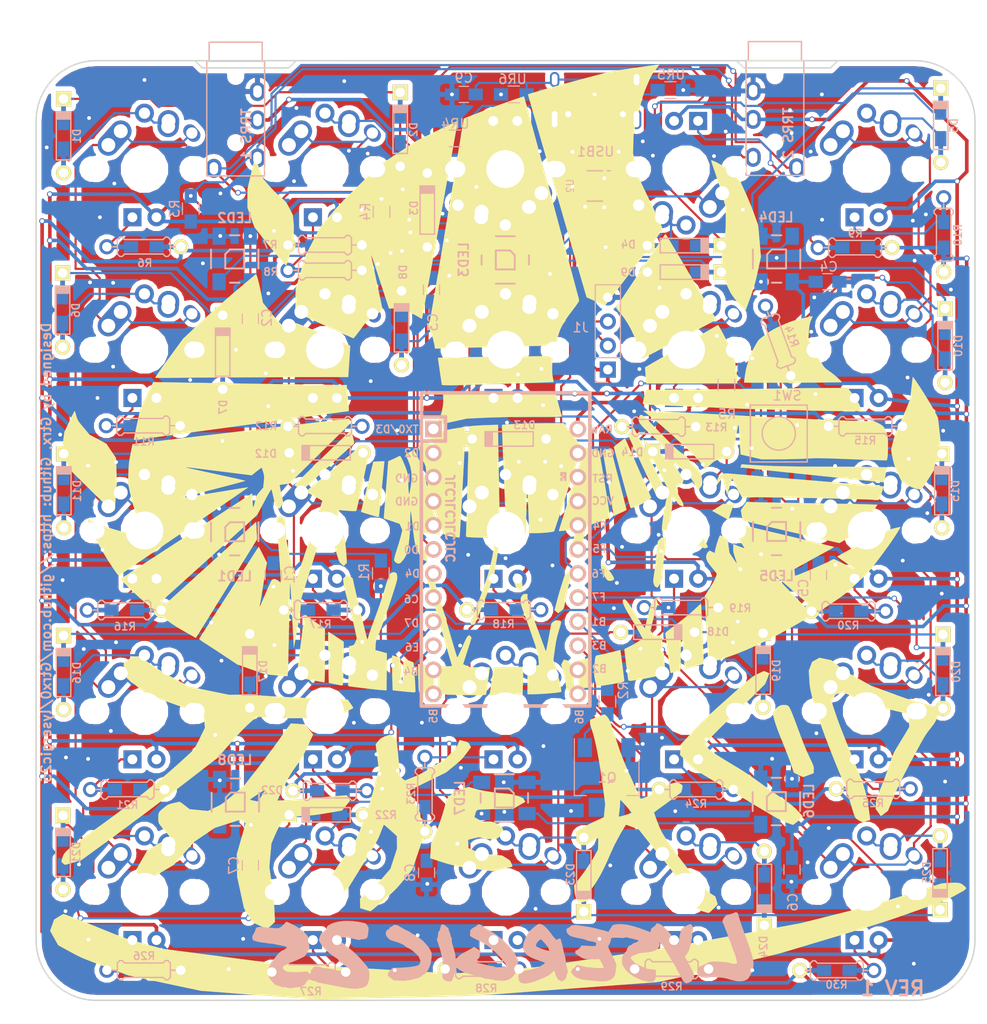
<source format=kicad_pcb>
(kicad_pcb (version 20171130) (host pcbnew "(5.0.0)")
  (layers (0 F.Cu signal) (31 B.Cu signal) (34 B.Paste user) (35 F.Paste user) (36 B.SilkS user) (37 F.SilkS user hide) (38 B.Mask user) (39 F.Mask user) (44 Edge.Cuts user))
  (net 0 "")
  (net 1 GND)
  (net 2 VCC)
  (net 3 "Net-(C9-Pad1)")
  (net 4 ROW0)
  (net 5 "Net-(D1-Pad2)")
  (net 6 "Net-(D2-Pad2)")
  (net 7 "Net-(D3-Pad2)")
  (net 8 "Net-(D4-Pad2)")
  (net 9 "Net-(D5-Pad2)")
  (net 10 ROW1)
  (net 11 "Net-(D6-Pad2)")
  (net 12 "Net-(D7-Pad2)")
  (net 13 "Net-(D8-Pad2)")
  (net 14 "Net-(D9-Pad2)")
  (net 15 "Net-(D10-Pad2)")
  (net 16 "Net-(D11-Pad2)")
  (net 17 ROW2)
  (net 18 "Net-(D12-Pad2)")
  (net 19 "Net-(D13-Pad2)")
  (net 20 "Net-(D14-Pad2)")
  (net 21 "Net-(D15-Pad2)")
  (net 22 ROW3)
  (net 23 "Net-(D16-Pad2)")
  (net 24 "Net-(D17-Pad2)")
  (net 25 "Net-(D18-Pad2)")
  (net 26 "Net-(D19-Pad2)")
  (net 27 "Net-(D20-Pad2)")
  (net 28 ROW4)
  (net 29 "Net-(D21-Pad2)")
  (net 30 "Net-(D22-Pad2)")
  (net 31 "Net-(D23-Pad2)")
  (net 32 "Net-(D24-Pad2)")
  (net 33 "Net-(D25-Pad2)")
  (net 34 D+)
  (net 35 D-)
  (net 36 +5V)
  (net 37 SCL)
  (net 38 SDA)
  (net 39 "Net-(LED1-Pad2)")
  (net 40 "Net-(LED1-Pad4)")
  (net 41 "Net-(LED2-Pad2)")
  (net 42 "Net-(LED3-Pad2)")
  (net 43 "Net-(LED4-Pad2)")
  (net 44 "Net-(LED5-Pad2)")
  (net 45 "Net-(LED6-Pad2)")
  (net 46 "Net-(LED7-Pad2)")
  (net 47 COL0)
  (net 48 "Net-(MX1-Pad4)")
  (net 49 COL1)
  (net 50 "Net-(MX2-Pad4)")
  (net 51 COL2)
  (net 52 "Net-(MX3-Pad4)")
  (net 53 COL3)
  (net 54 "Net-(MX4-Pad4)")
  (net 55 COL4)
  (net 56 "Net-(MX5-Pad4)")
  (net 57 "Net-(MX6-Pad4)")
  (net 58 "Net-(MX7-Pad4)")
  (net 59 "Net-(MX8-Pad4)")
  (net 60 "Net-(MX9-Pad4)")
  (net 61 "Net-(MX10-Pad4)")
  (net 62 "Net-(MX11-Pad4)")
  (net 63 "Net-(MX12-Pad4)")
  (net 64 "Net-(MX13-Pad4)")
  (net 65 "Net-(MX14-Pad4)")
  (net 66 "Net-(MX15-Pad4)")
  (net 67 "Net-(MX16-Pad4)")
  (net 68 "Net-(MX17-Pad4)")
  (net 69 "Net-(MX18-Pad4)")
  (net 70 "Net-(MX19-Pad4)")
  (net 71 "Net-(MX20-Pad4)")
  (net 72 "Net-(MX21-Pad4)")
  (net 73 "Net-(MX22-Pad4)")
  (net 74 "Net-(MX23-Pad4)")
  (net 75 "Net-(MX24-Pad4)")
  (net 76 "Net-(MX25-Pad4)")
  (net 77 "Net-(Q1-Pad1)")
  (net 78 LEDGND)
  (net 79 RGBIN)
  (net 80 PWMIN)
  (net 81 "Net-(R5-Pad2)")
  (net 82 "Net-(UR4-Pad2)")
  (net 83 "Net-(UR5-Pad1)")
  (module Keebio-Parts:TRRS-PJ-320A (layer F.Cu) (at 9.6266 83.8708)
    (fp_text reference Trrs2)
    (fp_text value Audio-Jack-4)
    (pad 3 thru_hole oval (at 2.3 6.2) (size 1.6 2) (drill oval 0.9 1.3) (layers *.Cu *.Mask) (net 2 VCC))
    (pad "" np_thru_hole circle (at 0 1.6) (size 0.8 0.8) (drill 0.8) (layers *.Cu *.Mask))
    (pad "" np_thru_hole circle (at 0 8.6) (size 0.8 0.8) (drill 0.8) (layers *.Cu *.Mask))
    (pad 4 thru_hole oval (at 2.3 3.2) (size 1.6 2) (drill oval 0.9 1.3) (layers *.Cu *.Mask) (net 1 GND))
    (pad 2 thru_hole oval (at 2.3 10.2) (size 1.6 2) (drill oval 0.9 1.3) (layers *.Cu *.Mask) (net 38 SDA))
    (pad 1 thru_hole oval (at -2.3 11.3) (size 1.6 2) (drill oval 0.9 1.3) (layers *.Cu *.Mask) (net 37 SCL))
  )
  (module MX_Alps_Hybrid:MX-1U-FLIPPED (layer F.Cu) (at 57.15 95.25 180)
    (fp_text reference MX4)
    (fp_text value MX-1U)
    (pad 1 thru_hole oval (at 5 -3.8 41.9) (size 1.4 2) (drill 1.2) (layers *.Cu B.Mask) (net 53 COL3))
    (pad 2 thru_hole circle (at 0 -5.9 180) (size 2 2) (drill 1.2) (layers *.Cu B.Mask) (net 8 "Net-(D4-Pad2)"))
    (pad "" np_thru_hole circle (at -5.5 0 180) (size 1.7 1.7) (drill 1.7) (layers *.Cu))
    (pad "" np_thru_hole circle (at 5.5 0 180) (size 1.7 1.7) (drill 1.7) (layers *.Cu))
    (pad "" np_thru_hole circle (at 5.08 0 228.0996) (size 1.75 1.75) (drill 1.75) (layers *.Cu *.Mask))
    (pad "" np_thru_hole circle (at -5.08 0 228.0996) (size 1.75 1.75) (drill 1.75) (layers *.Cu *.Mask))
    (pad 4 thru_hole rect (at -1.27 5.08 180) (size 1.905 1.905) (drill 1.04) (layers *.Cu B.Mask) (net 54 "Net-(MX4-Pad4)"))
    (pad 3 thru_hole circle (at 1.27 5.08 180) (size 1.905 1.905) (drill 1.04) (layers *.Cu B.Mask) (net 2 VCC))
    (pad 1 thru_hole circle (at -2.5 -4 180) (size 2.25 2.25) (drill 1.47) (layers *.Cu B.Mask) (net 53 COL3))
    (pad "" np_thru_hole circle (at 0 0 180) (size 3.9878 3.9878) (drill 3.9878) (layers *.Cu *.Mask))
    (pad 1 thru_hole oval (at -3.81 -2.54 228.0996) (size 4.211556 2.25) (drill 1.47 (offset 0.980778 0)) (layers *.Cu B.Mask) (net 53 COL3))
    (pad 2 thru_hole circle (at 2.54 -5.08 180) (size 2.25 2.25) (drill 1.47) (layers *.Cu B.Mask) (net 8 "Net-(D4-Pad2)"))
    (pad 2 thru_hole oval (at 2.5 -4.5 266.0548) (size 2.831378 2.25) (drill 1.47 (offset 0.290689 0)) (layers *.Cu B.Mask) (net 8 "Net-(D4-Pad2)"))
  )
  (module Keebio-Parts:CandK_6x6mm_Tactile (layer B.Cu) (at 66.929 123.1265 270)
    (fp_text reference SW1 (at -3.99288 -0.89154) (layer B.SilkS) (effects (justify mirror)))
    (fp_text value SW_PUSH)
    (pad 1 smd rect (at -4.75 2.25 270) (size 1.55 1.3) (layers B.Cu B.Paste B.Mask) (net 81 "Net-(R5-Pad2)"))
    (pad 2 smd rect (at 4.75 2.25 270) (size 1.55 1.3) (layers B.Cu B.Paste B.Mask) (net 1 GND))
    (pad 4 smd rect (at 4.75 -2.25 270) (size 1.54 1.3) (layers B.Cu B.Paste B.Mask))
  )
  (module MX_Alps_Hybrid:MX-1U-FLIPPED_No_Hole (layer F.Cu) (at 38.1 133.35)
    (fp_text reference MX13)
    (fp_text value MX-1U)
    (pad 2 thru_hole oval (at 2.5 -4.5 86.0548) (size 2.831378 2.25) (drill 1.47 (offset 0.290689 0)) (layers *.Cu B.Mask) (net 19 "Net-(D13-Pad2)"))
    (pad 2 thru_hole circle (at 2.54 -5.08) (size 2.25 2.25) (drill 1.47) (layers *.Cu B.Mask) (net 19 "Net-(D13-Pad2)"))
    (pad 1 thru_hole oval (at -3.81 -2.54 48.0996) (size 4.211556 2.25) (drill 1.47 (offset 0.980778 0)) (layers *.Cu B.Mask) (net 51 COL2))
    (pad "" np_thru_hole circle (at 0 0) (size 3.9878 3.9878) (drill 3.9878) (layers *.Cu *.Mask))
    (pad 1 thru_hole circle (at -2.5 -4) (size 2.25 2.25) (drill 1.47) (layers *.Cu B.Mask) (net 51 COL2))
    (pad 3 thru_hole circle (at 1.27 5.08) (size 1.905 1.905) (drill 1.04) (layers *.Cu B.Mask) (net 2 VCC))
    (pad 4 thru_hole rect (at -1.27 5.08) (size 1.905 1.905) (drill 1.04) (layers *.Cu B.Mask) (net 64 "Net-(MX13-Pad4)"))
    (pad 2 thru_hole circle (at 0 -5.9) (size 2 2) (drill 1.2) (layers *.Cu B.Mask) (net 19 "Net-(D13-Pad2)"))
    (pad 1 thru_hole oval (at 5 -3.8 221.9) (size 1.4 2) (drill 1.2) (layers *.Cu B.Mask) (net 51 COL2))
  )
  (module MX_Alps_Hybrid:MX-1U-FLIPPED (layer F.Cu) (at 0 171.45)
    (fp_text reference MX21)
    (fp_text value MX-1U)
    (pad 1 thru_hole oval (at 5 -3.8 221.9) (size 1.4 2) (drill 1.2) (layers *.Cu B.Mask) (net 47 COL0))
    (pad 2 thru_hole circle (at 0 -5.9) (size 2 2) (drill 1.2) (layers *.Cu B.Mask) (net 29 "Net-(D21-Pad2)"))
    (pad "" np_thru_hole circle (at -5.5 0) (size 1.7 1.7) (drill 1.7) (layers *.Cu))
    (pad "" np_thru_hole circle (at 5.5 0) (size 1.7 1.7) (drill 1.7) (layers *.Cu))
    (pad "" np_thru_hole circle (at 5.08 0 48.0996) (size 1.75 1.75) (drill 1.75) (layers *.Cu *.Mask))
    (pad "" np_thru_hole circle (at -5.08 0 48.0996) (size 1.75 1.75) (drill 1.75) (layers *.Cu *.Mask))
    (pad 4 thru_hole rect (at -1.27 5.08) (size 1.905 1.905) (drill 1.04) (layers *.Cu B.Mask) (net 72 "Net-(MX21-Pad4)"))
    (pad 3 thru_hole circle (at 1.27 5.08) (size 1.905 1.905) (drill 1.04) (layers *.Cu B.Mask) (net 2 VCC))
    (pad 1 thru_hole circle (at -2.5 -4) (size 2.25 2.25) (drill 1.47) (layers *.Cu B.Mask) (net 47 COL0))
    (pad "" np_thru_hole circle (at 0 0) (size 3.9878 3.9878) (drill 3.9878) (layers *.Cu *.Mask))
    (pad 1 thru_hole oval (at -3.81 -2.54 48.0996) (size 4.211556 2.25) (drill 1.47 (offset 0.980778 0)) (layers *.Cu B.Mask) (net 47 COL0))
    (pad 2 thru_hole circle (at 2.54 -5.08) (size 2.25 2.25) (drill 1.47) (layers *.Cu B.Mask) (net 29 "Net-(D21-Pad2)"))
    (pad 2 thru_hole oval (at 2.5 -4.5 86.0548) (size 2.831378 2.25) (drill 1.47 (offset 0.290689 0)) (layers *.Cu B.Mask) (net 29 "Net-(D21-Pad2)"))
  )
  (module MX_Alps_Hybrid:MX-1U-FLIPPED (layer F.Cu) (at 19.05 171.45)
    (fp_text reference MX22)
    (fp_text value MX-1U)
    (pad 1 thru_hole oval (at 5 -3.8 221.9) (size 1.4 2) (drill 1.2) (layers *.Cu B.Mask) (net 49 COL1))
    (pad 2 thru_hole circle (at 0 -5.9) (size 2 2) (drill 1.2) (layers *.Cu B.Mask) (net 30 "Net-(D22-Pad2)"))
    (pad "" np_thru_hole circle (at -5.5 0) (size 1.7 1.7) (drill 1.7) (layers *.Cu))
    (pad "" np_thru_hole circle (at 5.5 0) (size 1.7 1.7) (drill 1.7) (layers *.Cu))
    (pad "" np_thru_hole circle (at 5.08 0 48.0996) (size 1.75 1.75) (drill 1.75) (layers *.Cu *.Mask))
    (pad "" np_thru_hole circle (at -5.08 0 48.0996) (size 1.75 1.75) (drill 1.75) (layers *.Cu *.Mask))
    (pad 4 thru_hole rect (at -1.27 5.08) (size 1.905 1.905) (drill 1.04) (layers *.Cu B.Mask) (net 73 "Net-(MX22-Pad4)"))
    (pad 3 thru_hole circle (at 1.27 5.08) (size 1.905 1.905) (drill 1.04) (layers *.Cu B.Mask) (net 2 VCC))
    (pad 1 thru_hole circle (at -2.5 -4) (size 2.25 2.25) (drill 1.47) (layers *.Cu B.Mask) (net 49 COL1))
    (pad "" np_thru_hole circle (at 0 0) (size 3.9878 3.9878) (drill 3.9878) (layers *.Cu *.Mask))
    (pad 1 thru_hole oval (at -3.81 -2.54 48.0996) (size 4.211556 2.25) (drill 1.47 (offset 0.980778 0)) (layers *.Cu B.Mask) (net 49 COL1))
    (pad 2 thru_hole circle (at 2.54 -5.08) (size 2.25 2.25) (drill 1.47) (layers *.Cu B.Mask) (net 30 "Net-(D22-Pad2)"))
    (pad 2 thru_hole oval (at 2.5 -4.5 86.0548) (size 2.831378 2.25) (drill 1.47 (offset 0.290689 0)) (layers *.Cu B.Mask) (net 30 "Net-(D22-Pad2)"))
  )
  (module MX_Alps_Hybrid:MX-1U-FLIPPED (layer F.Cu) (at 38.1 171.45)
    (fp_text reference MX23)
    (fp_text value MX-1U)
    (pad 1 thru_hole oval (at 5 -3.8 221.9) (size 1.4 2) (drill 1.2) (layers *.Cu B.Mask) (net 51 COL2))
    (pad 2 thru_hole circle (at 0 -5.9) (size 2 2) (drill 1.2) (layers *.Cu B.Mask) (net 31 "Net-(D23-Pad2)"))
    (pad "" np_thru_hole circle (at -5.5 0) (size 1.7 1.7) (drill 1.7) (layers *.Cu))
    (pad "" np_thru_hole circle (at 5.5 0) (size 1.7 1.7) (drill 1.7) (layers *.Cu))
    (pad "" np_thru_hole circle (at 5.08 0 48.0996) (size 1.75 1.75) (drill 1.75) (layers *.Cu *.Mask))
    (pad "" np_thru_hole circle (at -5.08 0 48.0996) (size 1.75 1.75) (drill 1.75) (layers *.Cu *.Mask))
    (pad 4 thru_hole rect (at -1.27 5.08) (size 1.905 1.905) (drill 1.04) (layers *.Cu B.Mask) (net 74 "Net-(MX23-Pad4)"))
    (pad 3 thru_hole circle (at 1.27 5.08) (size 1.905 1.905) (drill 1.04) (layers *.Cu B.Mask) (net 2 VCC))
    (pad 1 thru_hole circle (at -2.5 -4) (size 2.25 2.25) (drill 1.47) (layers *.Cu B.Mask) (net 51 COL2))
    (pad "" np_thru_hole circle (at 0 0) (size 3.9878 3.9878) (drill 3.9878) (layers *.Cu *.Mask))
    (pad 1 thru_hole oval (at -3.81 -2.54 48.0996) (size 4.211556 2.25) (drill 1.47 (offset 0.980778 0)) (layers *.Cu B.Mask) (net 51 COL2))
    (pad 2 thru_hole circle (at 2.54 -5.08) (size 2.25 2.25) (drill 1.47) (layers *.Cu B.Mask) (net 31 "Net-(D23-Pad2)"))
    (pad 2 thru_hole oval (at 2.5 -4.5 86.0548) (size 2.831378 2.25) (drill 1.47 (offset 0.290689 0)) (layers *.Cu B.Mask) (net 31 "Net-(D23-Pad2)"))
  )
  (module MX_Alps_Hybrid:MX-1U-FLIPPED (layer F.Cu) (at 57.15 171.45)
    (fp_text reference MX24)
    (fp_text value MX-1U)
    (pad 1 thru_hole oval (at 5 -3.8 221.9) (size 1.4 2) (drill 1.2) (layers *.Cu B.Mask) (net 53 COL3))
    (pad 2 thru_hole circle (at 0 -5.9) (size 2 2) (drill 1.2) (layers *.Cu B.Mask) (net 32 "Net-(D24-Pad2)"))
    (pad "" np_thru_hole circle (at -5.5 0) (size 1.7 1.7) (drill 1.7) (layers *.Cu))
    (pad "" np_thru_hole circle (at 5.5 0) (size 1.7 1.7) (drill 1.7) (layers *.Cu))
    (pad "" np_thru_hole circle (at 5.08 0 48.0996) (size 1.75 1.75) (drill 1.75) (layers *.Cu *.Mask))
    (pad "" np_thru_hole circle (at -5.08 0 48.0996) (size 1.75 1.75) (drill 1.75) (layers *.Cu *.Mask))
    (pad 4 thru_hole rect (at -1.27 5.08) (size 1.905 1.905) (drill 1.04) (layers *.Cu B.Mask) (net 75 "Net-(MX24-Pad4)"))
    (pad 3 thru_hole circle (at 1.27 5.08) (size 1.905 1.905) (drill 1.04) (layers *.Cu B.Mask) (net 2 VCC))
    (pad 1 thru_hole circle (at -2.5 -4) (size 2.25 2.25) (drill 1.47) (layers *.Cu B.Mask) (net 53 COL3))
    (pad "" np_thru_hole circle (at 0 0) (size 3.9878 3.9878) (drill 3.9878) (layers *.Cu *.Mask))
    (pad 1 thru_hole oval (at -3.81 -2.54 48.0996) (size 4.211556 2.25) (drill 1.47 (offset 0.980778 0)) (layers *.Cu B.Mask) (net 53 COL3))
    (pad 2 thru_hole circle (at 2.54 -5.08) (size 2.25 2.25) (drill 1.47) (layers *.Cu B.Mask) (net 32 "Net-(D24-Pad2)"))
    (pad 2 thru_hole oval (at 2.5 -4.5 86.0548) (size 2.831378 2.25) (drill 1.47 (offset 0.290689 0)) (layers *.Cu B.Mask) (net 32 "Net-(D24-Pad2)"))
  )
  (module MX_Alps_Hybrid:MX-1U-FLIPPED (layer F.Cu) (at 76.2 171.45)
    (fp_text reference MX25)
    (fp_text value MX-1U)
    (pad 1 thru_hole oval (at 5 -3.8 221.9) (size 1.4 2) (drill 1.2) (layers *.Cu B.Mask) (net 55 COL4))
    (pad 2 thru_hole circle (at 0 -5.9) (size 2 2) (drill 1.2) (layers *.Cu B.Mask) (net 33 "Net-(D25-Pad2)"))
    (pad "" np_thru_hole circle (at -5.5 0) (size 1.7 1.7) (drill 1.7) (layers *.Cu))
    (pad "" np_thru_hole circle (at 5.5 0) (size 1.7 1.7) (drill 1.7) (layers *.Cu))
    (pad "" np_thru_hole circle (at 5.08 0 48.0996) (size 1.75 1.75) (drill 1.75) (layers *.Cu *.Mask))
    (pad "" np_thru_hole circle (at -5.08 0 48.0996) (size 1.75 1.75) (drill 1.75) (layers *.Cu *.Mask))
    (pad 4 thru_hole rect (at -1.27 5.08) (size 1.905 1.905) (drill 1.04) (layers *.Cu B.Mask) (net 76 "Net-(MX25-Pad4)"))
    (pad 3 thru_hole circle (at 1.27 5.08) (size 1.905 1.905) (drill 1.04) (layers *.Cu B.Mask) (net 2 VCC))
    (pad 1 thru_hole circle (at -2.5 -4) (size 2.25 2.25) (drill 1.47) (layers *.Cu B.Mask) (net 55 COL4))
    (pad "" np_thru_hole circle (at 0 0) (size 3.9878 3.9878) (drill 3.9878) (layers *.Cu *.Mask))
    (pad 1 thru_hole oval (at -3.81 -2.54 48.0996) (size 4.211556 2.25) (drill 1.47 (offset 0.980778 0)) (layers *.Cu B.Mask) (net 55 COL4))
    (pad 2 thru_hole circle (at 2.54 -5.08) (size 2.25 2.25) (drill 1.47) (layers *.Cu B.Mask) (net 33 "Net-(D25-Pad2)"))
    (pad 2 thru_hole oval (at 2.5 -4.5 86.0548) (size 2.831378 2.25) (drill 1.47 (offset 0.290689 0)) (layers *.Cu B.Mask) (net 33 "Net-(D25-Pad2)"))
  )
  (module MX_Alps_Hybrid:MX-1U-FLIPPED (layer F.Cu) (at 0 152.4)
    (fp_text reference MX16)
    (fp_text value MX-1U)
    (pad 1 thru_hole oval (at 5 -3.8 221.9) (size 1.4 2) (drill 1.2) (layers *.Cu B.Mask) (net 47 COL0))
    (pad 2 thru_hole circle (at 0 -5.9) (size 2 2) (drill 1.2) (layers *.Cu B.Mask) (net 23 "Net-(D16-Pad2)"))
    (pad "" np_thru_hole circle (at -5.5 0) (size 1.7 1.7) (drill 1.7) (layers *.Cu))
    (pad "" np_thru_hole circle (at 5.5 0) (size 1.7 1.7) (drill 1.7) (layers *.Cu))
    (pad "" np_thru_hole circle (at 5.08 0 48.0996) (size 1.75 1.75) (drill 1.75) (layers *.Cu *.Mask))
    (pad "" np_thru_hole circle (at -5.08 0 48.0996) (size 1.75 1.75) (drill 1.75) (layers *.Cu *.Mask))
    (pad 4 thru_hole rect (at -1.27 5.08) (size 1.905 1.905) (drill 1.04) (layers *.Cu B.Mask) (net 67 "Net-(MX16-Pad4)"))
    (pad 3 thru_hole circle (at 1.27 5.08) (size 1.905 1.905) (drill 1.04) (layers *.Cu B.Mask) (net 2 VCC))
    (pad 1 thru_hole circle (at -2.5 -4) (size 2.25 2.25) (drill 1.47) (layers *.Cu B.Mask) (net 47 COL0))
    (pad "" np_thru_hole circle (at 0 0) (size 3.9878 3.9878) (drill 3.9878) (layers *.Cu *.Mask))
    (pad 1 thru_hole oval (at -3.81 -2.54 48.0996) (size 4.211556 2.25) (drill 1.47 (offset 0.980778 0)) (layers *.Cu B.Mask) (net 47 COL0))
    (pad 2 thru_hole circle (at 2.54 -5.08) (size 2.25 2.25) (drill 1.47) (layers *.Cu B.Mask) (net 23 "Net-(D16-Pad2)"))
    (pad 2 thru_hole oval (at 2.5 -4.5 86.0548) (size 2.831378 2.25) (drill 1.47 (offset 0.290689 0)) (layers *.Cu B.Mask) (net 23 "Net-(D16-Pad2)"))
  )
  (module MX_Alps_Hybrid:MX-1U-FLIPPED (layer F.Cu) (at 19.05 152.4)
    (fp_text reference MX17)
    (fp_text value MX-1U)
    (pad 1 thru_hole oval (at 5 -3.8 221.9) (size 1.4 2) (drill 1.2) (layers *.Cu B.Mask) (net 49 COL1))
    (pad 2 thru_hole circle (at 0 -5.9) (size 2 2) (drill 1.2) (layers *.Cu B.Mask) (net 24 "Net-(D17-Pad2)"))
    (pad "" np_thru_hole circle (at -5.5 0) (size 1.7 1.7) (drill 1.7) (layers *.Cu))
    (pad "" np_thru_hole circle (at 5.5 0) (size 1.7 1.7) (drill 1.7) (layers *.Cu))
    (pad "" np_thru_hole circle (at 5.08 0 48.0996) (size 1.75 1.75) (drill 1.75) (layers *.Cu *.Mask))
    (pad "" np_thru_hole circle (at -5.08 0 48.0996) (size 1.75 1.75) (drill 1.75) (layers *.Cu *.Mask))
    (pad 4 thru_hole rect (at -1.27 5.08) (size 1.905 1.905) (drill 1.04) (layers *.Cu B.Mask) (net 68 "Net-(MX17-Pad4)"))
    (pad 3 thru_hole circle (at 1.27 5.08) (size 1.905 1.905) (drill 1.04) (layers *.Cu B.Mask) (net 2 VCC))
    (pad 1 thru_hole circle (at -2.5 -4) (size 2.25 2.25) (drill 1.47) (layers *.Cu B.Mask) (net 49 COL1))
    (pad "" np_thru_hole circle (at 0 0) (size 3.9878 3.9878) (drill 3.9878) (layers *.Cu *.Mask))
    (pad 1 thru_hole oval (at -3.81 -2.54 48.0996) (size 4.211556 2.25) (drill 1.47 (offset 0.980778 0)) (layers *.Cu B.Mask) (net 49 COL1))
    (pad 2 thru_hole circle (at 2.54 -5.08) (size 2.25 2.25) (drill 1.47) (layers *.Cu B.Mask) (net 24 "Net-(D17-Pad2)"))
    (pad 2 thru_hole oval (at 2.5 -4.5 86.0548) (size 2.831378 2.25) (drill 1.47 (offset 0.290689 0)) (layers *.Cu B.Mask) (net 24 "Net-(D17-Pad2)"))
  )
  (module MX_Alps_Hybrid:MX-1U-FLIPPED (layer F.Cu) (at 38.1 152.4)
    (fp_text reference MX18)
    (fp_text value MX-1U)
    (pad 1 thru_hole oval (at 5 -3.8 221.9) (size 1.4 2) (drill 1.2) (layers *.Cu B.Mask) (net 51 COL2))
    (pad 2 thru_hole circle (at 0 -5.9) (size 2 2) (drill 1.2) (layers *.Cu B.Mask) (net 25 "Net-(D18-Pad2)"))
    (pad "" np_thru_hole circle (at -5.5 0) (size 1.7 1.7) (drill 1.7) (layers *.Cu))
    (pad "" np_thru_hole circle (at 5.5 0) (size 1.7 1.7) (drill 1.7) (layers *.Cu))
    (pad "" np_thru_hole circle (at 5.08 0 48.0996) (size 1.75 1.75) (drill 1.75) (layers *.Cu *.Mask))
    (pad "" np_thru_hole circle (at -5.08 0 48.0996) (size 1.75 1.75) (drill 1.75) (layers *.Cu *.Mask))
    (pad 4 thru_hole rect (at -1.27 5.08) (size 1.905 1.905) (drill 1.04) (layers *.Cu B.Mask) (net 69 "Net-(MX18-Pad4)"))
    (pad 3 thru_hole circle (at 1.27 5.08) (size 1.905 1.905) (drill 1.04) (layers *.Cu B.Mask) (net 2 VCC))
    (pad 1 thru_hole circle (at -2.5 -4) (size 2.25 2.25) (drill 1.47) (layers *.Cu B.Mask) (net 51 COL2))
    (pad "" np_thru_hole circle (at 0 0) (size 3.9878 3.9878) (drill 3.9878) (layers *.Cu *.Mask))
    (pad 1 thru_hole oval (at -3.81 -2.54 48.0996) (size 4.211556 2.25) (drill 1.47 (offset 0.980778 0)) (layers *.Cu B.Mask) (net 51 COL2))
    (pad 2 thru_hole circle (at 2.54 -5.08) (size 2.25 2.25) (drill 1.47) (layers *.Cu B.Mask) (net 25 "Net-(D18-Pad2)"))
    (pad 2 thru_hole oval (at 2.5 -4.5 86.0548) (size 2.831378 2.25) (drill 1.47 (offset 0.290689 0)) (layers *.Cu B.Mask) (net 25 "Net-(D18-Pad2)"))
  )
  (module MX_Alps_Hybrid:MX-1U-FLIPPED (layer F.Cu) (at 57.15 152.4)
    (fp_text reference MX19)
    (fp_text value MX-1U)
    (pad 1 thru_hole oval (at 5 -3.8 221.9) (size 1.4 2) (drill 1.2) (layers *.Cu B.Mask) (net 53 COL3))
    (pad 2 thru_hole circle (at 0 -5.9) (size 2 2) (drill 1.2) (layers *.Cu B.Mask) (net 26 "Net-(D19-Pad2)"))
    (pad "" np_thru_hole circle (at -5.5 0) (size 1.7 1.7) (drill 1.7) (layers *.Cu))
    (pad "" np_thru_hole circle (at 5.5 0) (size 1.7 1.7) (drill 1.7) (layers *.Cu))
    (pad "" np_thru_hole circle (at 5.08 0 48.0996) (size 1.75 1.75) (drill 1.75) (layers *.Cu *.Mask))
    (pad "" np_thru_hole circle (at -5.08 0 48.0996) (size 1.75 1.75) (drill 1.75) (layers *.Cu *.Mask))
    (pad 4 thru_hole rect (at -1.27 5.08) (size 1.905 1.905) (drill 1.04) (layers *.Cu B.Mask) (net 70 "Net-(MX19-Pad4)"))
    (pad 3 thru_hole circle (at 1.27 5.08) (size 1.905 1.905) (drill 1.04) (layers *.Cu B.Mask) (net 2 VCC))
    (pad 1 thru_hole circle (at -2.5 -4) (size 2.25 2.25) (drill 1.47) (layers *.Cu B.Mask) (net 53 COL3))
    (pad "" np_thru_hole circle (at 0 0) (size 3.9878 3.9878) (drill 3.9878) (layers *.Cu *.Mask))
    (pad 1 thru_hole oval (at -3.81 -2.54 48.0996) (size 4.211556 2.25) (drill 1.47 (offset 0.980778 0)) (layers *.Cu B.Mask) (net 53 COL3))
    (pad 2 thru_hole circle (at 2.54 -5.08) (size 2.25 2.25) (drill 1.47) (layers *.Cu B.Mask) (net 26 "Net-(D19-Pad2)"))
    (pad 2 thru_hole oval (at 2.5 -4.5 86.0548) (size 2.831378 2.25) (drill 1.47 (offset 0.290689 0)) (layers *.Cu B.Mask) (net 26 "Net-(D19-Pad2)"))
  )
  (module MX_Alps_Hybrid:MX-1U-FLIPPED (layer F.Cu) (at 76.2 152.4)
    (fp_text reference MX20)
    (fp_text value MX-1U)
    (pad 1 thru_hole oval (at 5 -3.8 221.9) (size 1.4 2) (drill 1.2) (layers *.Cu B.Mask) (net 55 COL4))
    (pad 2 thru_hole circle (at 0 -5.9) (size 2 2) (drill 1.2) (layers *.Cu B.Mask) (net 27 "Net-(D20-Pad2)"))
    (pad "" np_thru_hole circle (at -5.5 0) (size 1.7 1.7) (drill 1.7) (layers *.Cu))
    (pad "" np_thru_hole circle (at 5.5 0) (size 1.7 1.7) (drill 1.7) (layers *.Cu))
    (pad "" np_thru_hole circle (at 5.08 0 48.0996) (size 1.75 1.75) (drill 1.75) (layers *.Cu *.Mask))
    (pad "" np_thru_hole circle (at -5.08 0 48.0996) (size 1.75 1.75) (drill 1.75) (layers *.Cu *.Mask))
    (pad 4 thru_hole rect (at -1.27 5.08) (size 1.905 1.905) (drill 1.04) (layers *.Cu B.Mask) (net 71 "Net-(MX20-Pad4)"))
    (pad 3 thru_hole circle (at 1.27 5.08) (size 1.905 1.905) (drill 1.04) (layers *.Cu B.Mask) (net 2 VCC))
    (pad 1 thru_hole circle (at -2.5 -4) (size 2.25 2.25) (drill 1.47) (layers *.Cu B.Mask) (net 55 COL4))
    (pad "" np_thru_hole circle (at 0 0) (size 3.9878 3.9878) (drill 3.9878) (layers *.Cu *.Mask))
    (pad 1 thru_hole oval (at -3.81 -2.54 48.0996) (size 4.211556 2.25) (drill 1.47 (offset 0.980778 0)) (layers *.Cu B.Mask) (net 55 COL4))
    (pad 2 thru_hole circle (at 2.54 -5.08) (size 2.25 2.25) (drill 1.47) (layers *.Cu B.Mask) (net 27 "Net-(D20-Pad2)"))
    (pad 2 thru_hole oval (at 2.5 -4.5 86.0548) (size 2.831378 2.25) (drill 1.47 (offset 0.290689 0)) (layers *.Cu B.Mask) (net 27 "Net-(D20-Pad2)"))
  )
  (module MX_Alps_Hybrid:MX-1U-FLIPPED (layer F.Cu) (at 76.2 133.35)
    (fp_text reference MX15)
    (fp_text value MX-1U)
    (pad 1 thru_hole oval (at 5 -3.8 221.9) (size 1.4 2) (drill 1.2) (layers *.Cu B.Mask) (net 55 COL4))
    (pad 2 thru_hole circle (at 0 -5.9) (size 2 2) (drill 1.2) (layers *.Cu B.Mask) (net 21 "Net-(D15-Pad2)"))
    (pad "" np_thru_hole circle (at -5.5 0) (size 1.7 1.7) (drill 1.7) (layers *.Cu))
    (pad "" np_thru_hole circle (at 5.5 0) (size 1.7 1.7) (drill 1.7) (layers *.Cu))
    (pad "" np_thru_hole circle (at 5.08 0 48.0996) (size 1.75 1.75) (drill 1.75) (layers *.Cu *.Mask))
    (pad "" np_thru_hole circle (at -5.08 0 48.0996) (size 1.75 1.75) (drill 1.75) (layers *.Cu *.Mask))
    (pad 4 thru_hole rect (at -1.27 5.08) (size 1.905 1.905) (drill 1.04) (layers *.Cu B.Mask) (net 66 "Net-(MX15-Pad4)"))
    (pad 3 thru_hole circle (at 1.27 5.08) (size 1.905 1.905) (drill 1.04) (layers *.Cu B.Mask) (net 2 VCC))
    (pad 1 thru_hole circle (at -2.5 -4) (size 2.25 2.25) (drill 1.47) (layers *.Cu B.Mask) (net 55 COL4))
    (pad "" np_thru_hole circle (at 0 0) (size 3.9878 3.9878) (drill 3.9878) (layers *.Cu *.Mask))
    (pad 1 thru_hole oval (at -3.81 -2.54 48.0996) (size 4.211556 2.25) (drill 1.47 (offset 0.980778 0)) (layers *.Cu B.Mask) (net 55 COL4))
    (pad 2 thru_hole circle (at 2.54 -5.08) (size 2.25 2.25) (drill 1.47) (layers *.Cu B.Mask) (net 21 "Net-(D15-Pad2)"))
    (pad 2 thru_hole oval (at 2.5 -4.5 86.0548) (size 2.831378 2.25) (drill 1.47 (offset 0.290689 0)) (layers *.Cu B.Mask) (net 21 "Net-(D15-Pad2)"))
  )
  (module MX_Alps_Hybrid:MX-1U-FLIPPED (layer F.Cu) (at 57.15 133.35)
    (fp_text reference MX14)
    (fp_text value MX-1U)
    (pad 1 thru_hole oval (at 5 -3.8 221.9) (size 1.4 2) (drill 1.2) (layers *.Cu B.Mask) (net 53 COL3))
    (pad 2 thru_hole circle (at 0 -5.9) (size 2 2) (drill 1.2) (layers *.Cu B.Mask) (net 20 "Net-(D14-Pad2)"))
    (pad "" np_thru_hole circle (at -5.5 0) (size 1.7 1.7) (drill 1.7) (layers *.Cu))
    (pad "" np_thru_hole circle (at 5.5 0) (size 1.7 1.7) (drill 1.7) (layers *.Cu))
    (pad "" np_thru_hole circle (at 5.08 0 48.0996) (size 1.75 1.75) (drill 1.75) (layers *.Cu *.Mask))
    (pad "" np_thru_hole circle (at -5.08 0 48.0996) (size 1.75 1.75) (drill 1.75) (layers *.Cu *.Mask))
    (pad 4 thru_hole rect (at -1.27 5.08) (size 1.905 1.905) (drill 1.04) (layers *.Cu B.Mask) (net 65 "Net-(MX14-Pad4)"))
    (pad 3 thru_hole circle (at 1.27 5.08) (size 1.905 1.905) (drill 1.04) (layers *.Cu B.Mask) (net 2 VCC))
    (pad 1 thru_hole circle (at -2.5 -4) (size 2.25 2.25) (drill 1.47) (layers *.Cu B.Mask) (net 53 COL3))
    (pad "" np_thru_hole circle (at 0 0) (size 3.9878 3.9878) (drill 3.9878) (layers *.Cu *.Mask))
    (pad 1 thru_hole oval (at -3.81 -2.54 48.0996) (size 4.211556 2.25) (drill 1.47 (offset 0.980778 0)) (layers *.Cu B.Mask) (net 53 COL3))
    (pad 2 thru_hole circle (at 2.54 -5.08) (size 2.25 2.25) (drill 1.47) (layers *.Cu B.Mask) (net 20 "Net-(D14-Pad2)"))
    (pad 2 thru_hole oval (at 2.5 -4.5 86.0548) (size 2.831378 2.25) (drill 1.47 (offset 0.290689 0)) (layers *.Cu B.Mask) (net 20 "Net-(D14-Pad2)"))
  )
  (module MX_Alps_Hybrid:MX-1U-FLIPPED (layer F.Cu) (at 19.05 133.35)
    (fp_text reference MX12)
    (fp_text value MX-1U)
    (pad 1 thru_hole oval (at 5 -3.8 221.9) (size 1.4 2) (drill 1.2) (layers *.Cu B.Mask) (net 49 COL1))
    (pad 2 thru_hole circle (at 0 -5.9) (size 2 2) (drill 1.2) (layers *.Cu B.Mask) (net 18 "Net-(D12-Pad2)"))
    (pad "" np_thru_hole circle (at -5.5 0) (size 1.7 1.7) (drill 1.7) (layers *.Cu))
    (pad "" np_thru_hole circle (at 5.5 0) (size 1.7 1.7) (drill 1.7) (layers *.Cu))
    (pad "" np_thru_hole circle (at 5.08 0 48.0996) (size 1.75 1.75) (drill 1.75) (layers *.Cu *.Mask))
    (pad "" np_thru_hole circle (at -5.08 0 48.0996) (size 1.75 1.75) (drill 1.75) (layers *.Cu *.Mask))
    (pad 4 thru_hole rect (at -1.27 5.08) (size 1.905 1.905) (drill 1.04) (layers *.Cu B.Mask) (net 63 "Net-(MX12-Pad4)"))
    (pad 3 thru_hole circle (at 1.27 5.08) (size 1.905 1.905) (drill 1.04) (layers *.Cu B.Mask) (net 2 VCC))
    (pad 1 thru_hole circle (at -2.5 -4) (size 2.25 2.25) (drill 1.47) (layers *.Cu B.Mask) (net 49 COL1))
    (pad "" np_thru_hole circle (at 0 0) (size 3.9878 3.9878) (drill 3.9878) (layers *.Cu *.Mask))
    (pad 1 thru_hole oval (at -3.81 -2.54 48.0996) (size 4.211556 2.25) (drill 1.47 (offset 0.980778 0)) (layers *.Cu B.Mask) (net 49 COL1))
    (pad 2 thru_hole circle (at 2.54 -5.08) (size 2.25 2.25) (drill 1.47) (layers *.Cu B.Mask) (net 18 "Net-(D12-Pad2)"))
    (pad 2 thru_hole oval (at 2.5 -4.5 86.0548) (size 2.831378 2.25) (drill 1.47 (offset 0.290689 0)) (layers *.Cu B.Mask) (net 18 "Net-(D12-Pad2)"))
  )
  (module MX_Alps_Hybrid:MX-1U-FLIPPED (layer F.Cu) (at 0 133.35)
    (fp_text reference MX11)
    (fp_text value MX-1U)
    (pad 1 thru_hole oval (at 5 -3.8 221.9) (size 1.4 2) (drill 1.2) (layers *.Cu B.Mask) (net 47 COL0))
    (pad 2 thru_hole circle (at 0 -5.9) (size 2 2) (drill 1.2) (layers *.Cu B.Mask) (net 16 "Net-(D11-Pad2)"))
    (pad "" np_thru_hole circle (at -5.5 0) (size 1.7 1.7) (drill 1.7) (layers *.Cu))
    (pad "" np_thru_hole circle (at 5.5 0) (size 1.7 1.7) (drill 1.7) (layers *.Cu))
    (pad "" np_thru_hole circle (at 5.08 0 48.0996) (size 1.75 1.75) (drill 1.75) (layers *.Cu *.Mask))
    (pad "" np_thru_hole circle (at -5.08 0 48.0996) (size 1.75 1.75) (drill 1.75) (layers *.Cu *.Mask))
    (pad 4 thru_hole rect (at -1.27 5.08) (size 1.905 1.905) (drill 1.04) (layers *.Cu B.Mask) (net 62 "Net-(MX11-Pad4)"))
    (pad 3 thru_hole circle (at 1.27 5.08) (size 1.905 1.905) (drill 1.04) (layers *.Cu B.Mask) (net 2 VCC))
    (pad 1 thru_hole circle (at -2.5 -4) (size 2.25 2.25) (drill 1.47) (layers *.Cu B.Mask) (net 47 COL0))
    (pad "" np_thru_hole circle (at 0 0) (size 3.9878 3.9878) (drill 3.9878) (layers *.Cu *.Mask))
    (pad 1 thru_hole oval (at -3.81 -2.54 48.0996) (size 4.211556 2.25) (drill 1.47 (offset 0.980778 0)) (layers *.Cu B.Mask) (net 47 COL0))
    (pad 2 thru_hole circle (at 2.54 -5.08) (size 2.25 2.25) (drill 1.47) (layers *.Cu B.Mask) (net 16 "Net-(D11-Pad2)"))
    (pad 2 thru_hole oval (at 2.5 -4.5 86.0548) (size 2.831378 2.25) (drill 1.47 (offset 0.290689 0)) (layers *.Cu B.Mask) (net 16 "Net-(D11-Pad2)"))
  )
  (module MX_Alps_Hybrid:MX-1U-FLIPPED (layer F.Cu) (at 76.2 114.3)
    (fp_text reference MX10)
    (fp_text value MX-1U)
    (pad 1 thru_hole oval (at 5 -3.8 221.9) (size 1.4 2) (drill 1.2) (layers *.Cu B.Mask) (net 55 COL4))
    (pad 2 thru_hole circle (at 0 -5.9) (size 2 2) (drill 1.2) (layers *.Cu B.Mask) (net 15 "Net-(D10-Pad2)"))
    (pad "" np_thru_hole circle (at -5.5 0) (size 1.7 1.7) (drill 1.7) (layers *.Cu))
    (pad "" np_thru_hole circle (at 5.5 0) (size 1.7 1.7) (drill 1.7) (layers *.Cu))
    (pad "" np_thru_hole circle (at 5.08 0 48.0996) (size 1.75 1.75) (drill 1.75) (layers *.Cu *.Mask))
    (pad "" np_thru_hole circle (at -5.08 0 48.0996) (size 1.75 1.75) (drill 1.75) (layers *.Cu *.Mask))
    (pad 4 thru_hole rect (at -1.27 5.08) (size 1.905 1.905) (drill 1.04) (layers *.Cu B.Mask) (net 61 "Net-(MX10-Pad4)"))
    (pad 3 thru_hole circle (at 1.27 5.08) (size 1.905 1.905) (drill 1.04) (layers *.Cu B.Mask) (net 2 VCC))
    (pad 1 thru_hole circle (at -2.5 -4) (size 2.25 2.25) (drill 1.47) (layers *.Cu B.Mask) (net 55 COL4))
    (pad "" np_thru_hole circle (at 0 0) (size 3.9878 3.9878) (drill 3.9878) (layers *.Cu *.Mask))
    (pad 1 thru_hole oval (at -3.81 -2.54 48.0996) (size 4.211556 2.25) (drill 1.47 (offset 0.980778 0)) (layers *.Cu B.Mask) (net 55 COL4))
    (pad 2 thru_hole circle (at 2.54 -5.08) (size 2.25 2.25) (drill 1.47) (layers *.Cu B.Mask) (net 15 "Net-(D10-Pad2)"))
    (pad 2 thru_hole oval (at 2.5 -4.5 86.0548) (size 2.831378 2.25) (drill 1.47 (offset 0.290689 0)) (layers *.Cu B.Mask) (net 15 "Net-(D10-Pad2)"))
  )
  (module MX_Alps_Hybrid:MX-1U-FLIPPED (layer F.Cu) (at 57.15 114.3)
    (fp_text reference MX9)
    (fp_text value MX-1U)
    (pad 1 thru_hole oval (at 5 -3.8 221.9) (size 1.4 2) (drill 1.2) (layers *.Cu B.Mask) (net 53 COL3))
    (pad 2 thru_hole circle (at 0 -5.9) (size 2 2) (drill 1.2) (layers *.Cu B.Mask) (net 14 "Net-(D9-Pad2)"))
    (pad "" np_thru_hole circle (at -5.5 0) (size 1.7 1.7) (drill 1.7) (layers *.Cu))
    (pad "" np_thru_hole circle (at 5.5 0) (size 1.7 1.7) (drill 1.7) (layers *.Cu))
    (pad "" np_thru_hole circle (at 5.08 0 48.0996) (size 1.75 1.75) (drill 1.75) (layers *.Cu *.Mask))
    (pad "" np_thru_hole circle (at -5.08 0 48.0996) (size 1.75 1.75) (drill 1.75) (layers *.Cu *.Mask))
    (pad 4 thru_hole rect (at -1.27 5.08) (size 1.905 1.905) (drill 1.04) (layers *.Cu B.Mask) (net 60 "Net-(MX9-Pad4)"))
    (pad 3 thru_hole circle (at 1.27 5.08) (size 1.905 1.905) (drill 1.04) (layers *.Cu B.Mask) (net 2 VCC))
    (pad 1 thru_hole circle (at -2.5 -4) (size 2.25 2.25) (drill 1.47) (layers *.Cu B.Mask) (net 53 COL3))
    (pad "" np_thru_hole circle (at 0 0) (size 3.9878 3.9878) (drill 3.9878) (layers *.Cu *.Mask))
    (pad 1 thru_hole oval (at -3.81 -2.54 48.0996) (size 4.211556 2.25) (drill 1.47 (offset 0.980778 0)) (layers *.Cu B.Mask) (net 53 COL3))
    (pad 2 thru_hole circle (at 2.54 -5.08) (size 2.25 2.25) (drill 1.47) (layers *.Cu B.Mask) (net 14 "Net-(D9-Pad2)"))
    (pad 2 thru_hole oval (at 2.5 -4.5 86.0548) (size 2.831378 2.25) (drill 1.47 (offset 0.290689 0)) (layers *.Cu B.Mask) (net 14 "Net-(D9-Pad2)"))
  )
  (module MX_Alps_Hybrid:MX-1U-FLIPPED (layer F.Cu) (at 38.1 114.3)
    (fp_text reference MX8)
    (fp_text value MX-1U)
    (pad 1 thru_hole oval (at 5 -3.8 221.9) (size 1.4 2) (drill 1.2) (layers *.Cu B.Mask) (net 51 COL2))
    (pad 2 thru_hole circle (at 0 -5.9) (size 2 2) (drill 1.2) (layers *.Cu B.Mask) (net 13 "Net-(D8-Pad2)"))
    (pad "" np_thru_hole circle (at -5.5 0) (size 1.7 1.7) (drill 1.7) (layers *.Cu))
    (pad "" np_thru_hole circle (at 5.5 0) (size 1.7 1.7) (drill 1.7) (layers *.Cu))
    (pad "" np_thru_hole circle (at 5.08 0 48.0996) (size 1.75 1.75) (drill 1.75) (layers *.Cu *.Mask))
    (pad "" np_thru_hole circle (at -5.08 0 48.0996) (size 1.75 1.75) (drill 1.75) (layers *.Cu *.Mask))
    (pad 4 thru_hole rect (at -1.27 5.08) (size 1.905 1.905) (drill 1.04) (layers *.Cu B.Mask) (net 59 "Net-(MX8-Pad4)"))
    (pad 3 thru_hole circle (at 1.27 5.08) (size 1.905 1.905) (drill 1.04) (layers *.Cu B.Mask) (net 2 VCC))
    (pad 1 thru_hole circle (at -2.5 -4) (size 2.25 2.25) (drill 1.47) (layers *.Cu B.Mask) (net 51 COL2))
    (pad "" np_thru_hole circle (at 0 0) (size 3.9878 3.9878) (drill 3.9878) (layers *.Cu *.Mask))
    (pad 1 thru_hole oval (at -3.81 -2.54 48.0996) (size 4.211556 2.25) (drill 1.47 (offset 0.980778 0)) (layers *.Cu B.Mask) (net 51 COL2))
    (pad 2 thru_hole circle (at 2.54 -5.08) (size 2.25 2.25) (drill 1.47) (layers *.Cu B.Mask) (net 13 "Net-(D8-Pad2)"))
    (pad 2 thru_hole oval (at 2.5 -4.5 86.0548) (size 2.831378 2.25) (drill 1.47 (offset 0.290689 0)) (layers *.Cu B.Mask) (net 13 "Net-(D8-Pad2)"))
  )
  (module MX_Alps_Hybrid:MX-1U-FLIPPED (layer F.Cu) (at 19.05 114.3)
    (fp_text reference MX7)
    (fp_text value MX-1U)
    (pad 1 thru_hole oval (at 5 -3.8 221.9) (size 1.4 2) (drill 1.2) (layers *.Cu B.Mask) (net 49 COL1))
    (pad 2 thru_hole circle (at 0 -5.9) (size 2 2) (drill 1.2) (layers *.Cu B.Mask) (net 12 "Net-(D7-Pad2)"))
    (pad "" np_thru_hole circle (at -5.5 0) (size 1.7 1.7) (drill 1.7) (layers *.Cu))
    (pad "" np_thru_hole circle (at 5.5 0) (size 1.7 1.7) (drill 1.7) (layers *.Cu))
    (pad "" np_thru_hole circle (at 5.08 0 48.0996) (size 1.75 1.75) (drill 1.75) (layers *.Cu *.Mask))
    (pad "" np_thru_hole circle (at -5.08 0 48.0996) (size 1.75 1.75) (drill 1.75) (layers *.Cu *.Mask))
    (pad 4 thru_hole rect (at -1.27 5.08) (size 1.905 1.905) (drill 1.04) (layers *.Cu B.Mask) (net 58 "Net-(MX7-Pad4)"))
    (pad 3 thru_hole circle (at 1.27 5.08) (size 1.905 1.905) (drill 1.04) (layers *.Cu B.Mask) (net 2 VCC))
    (pad 1 thru_hole circle (at -2.5 -4) (size 2.25 2.25) (drill 1.47) (layers *.Cu B.Mask) (net 49 COL1))
    (pad "" np_thru_hole circle (at 0 0) (size 3.9878 3.9878) (drill 3.9878) (layers *.Cu *.Mask))
    (pad 1 thru_hole oval (at -3.81 -2.54 48.0996) (size 4.211556 2.25) (drill 1.47 (offset 0.980778 0)) (layers *.Cu B.Mask) (net 49 COL1))
    (pad 2 thru_hole circle (at 2.54 -5.08) (size 2.25 2.25) (drill 1.47) (layers *.Cu B.Mask) (net 12 "Net-(D7-Pad2)"))
    (pad 2 thru_hole oval (at 2.5 -4.5 86.0548) (size 2.831378 2.25) (drill 1.47 (offset 0.290689 0)) (layers *.Cu B.Mask) (net 12 "Net-(D7-Pad2)"))
  )
  (module MX_Alps_Hybrid:MX-1U-FLIPPED (layer F.Cu) (at 0 114.3)
    (fp_text reference MX6)
    (fp_text value MX-1U)
    (pad 1 thru_hole oval (at 5 -3.8 221.9) (size 1.4 2) (drill 1.2) (layers *.Cu B.Mask) (net 47 COL0))
    (pad 2 thru_hole circle (at 0 -5.9) (size 2 2) (drill 1.2) (layers *.Cu B.Mask) (net 11 "Net-(D6-Pad2)"))
    (pad "" np_thru_hole circle (at -5.5 0) (size 1.7 1.7) (drill 1.7) (layers *.Cu))
    (pad "" np_thru_hole circle (at 5.5 0) (size 1.7 1.7) (drill 1.7) (layers *.Cu))
    (pad "" np_thru_hole circle (at 5.08 0 48.0996) (size 1.75 1.75) (drill 1.75) (layers *.Cu *.Mask))
    (pad "" np_thru_hole circle (at -5.08 0 48.0996) (size 1.75 1.75) (drill 1.75) (layers *.Cu *.Mask))
    (pad 4 thru_hole rect (at -1.27 5.08) (size 1.905 1.905) (drill 1.04) (layers *.Cu B.Mask) (net 57 "Net-(MX6-Pad4)"))
    (pad 3 thru_hole circle (at 1.27 5.08) (size 1.905 1.905) (drill 1.04) (layers *.Cu B.Mask) (net 2 VCC))
    (pad 1 thru_hole circle (at -2.5 -4) (size 2.25 2.25) (drill 1.47) (layers *.Cu B.Mask) (net 47 COL0))
    (pad "" np_thru_hole circle (at 0 0) (size 3.9878 3.9878) (drill 3.9878) (layers *.Cu *.Mask))
    (pad 1 thru_hole oval (at -3.81 -2.54 48.0996) (size 4.211556 2.25) (drill 1.47 (offset 0.980778 0)) (layers *.Cu B.Mask) (net 47 COL0))
    (pad 2 thru_hole circle (at 2.54 -5.08) (size 2.25 2.25) (drill 1.47) (layers *.Cu B.Mask) (net 11 "Net-(D6-Pad2)"))
    (pad 2 thru_hole oval (at 2.5 -4.5 86.0548) (size 2.831378 2.25) (drill 1.47 (offset 0.290689 0)) (layers *.Cu B.Mask) (net 11 "Net-(D6-Pad2)"))
  )
  (module MX_Alps_Hybrid:MX-1U-FLIPPED (layer F.Cu) (at 76.2 95.25)
    (fp_text reference MX5)
    (fp_text value MX-1U)
    (pad 1 thru_hole oval (at 5 -3.8 221.9) (size 1.4 2) (drill 1.2) (layers *.Cu B.Mask) (net 55 COL4))
    (pad 2 thru_hole circle (at 0 -5.9) (size 2 2) (drill 1.2) (layers *.Cu B.Mask) (net 9 "Net-(D5-Pad2)"))
    (pad "" np_thru_hole circle (at -5.5 0) (size 1.7 1.7) (drill 1.7) (layers *.Cu))
    (pad "" np_thru_hole circle (at 5.5 0) (size 1.7 1.7) (drill 1.7) (layers *.Cu))
    (pad "" np_thru_hole circle (at 5.08 0 48.0996) (size 1.75 1.75) (drill 1.75) (layers *.Cu *.Mask))
    (pad "" np_thru_hole circle (at -5.08 0 48.0996) (size 1.75 1.75) (drill 1.75) (layers *.Cu *.Mask))
    (pad 4 thru_hole rect (at -1.27 5.08) (size 1.905 1.905) (drill 1.04) (layers *.Cu B.Mask) (net 56 "Net-(MX5-Pad4)"))
    (pad 3 thru_hole circle (at 1.27 5.08) (size 1.905 1.905) (drill 1.04) (layers *.Cu B.Mask) (net 2 VCC))
    (pad 1 thru_hole circle (at -2.5 -4) (size 2.25 2.25) (drill 1.47) (layers *.Cu B.Mask) (net 55 COL4))
    (pad "" np_thru_hole circle (at 0 0) (size 3.9878 3.9878) (drill 3.9878) (layers *.Cu *.Mask))
    (pad 1 thru_hole oval (at -3.81 -2.54 48.0996) (size 4.211556 2.25) (drill 1.47 (offset 0.980778 0)) (layers *.Cu B.Mask) (net 55 COL4))
    (pad 2 thru_hole circle (at 2.54 -5.08) (size 2.25 2.25) (drill 1.47) (layers *.Cu B.Mask) (net 9 "Net-(D5-Pad2)"))
    (pad 2 thru_hole oval (at 2.5 -4.5 86.0548) (size 2.831378 2.25) (drill 1.47 (offset 0.290689 0)) (layers *.Cu B.Mask) (net 9 "Net-(D5-Pad2)"))
  )
  (module MX_Alps_Hybrid:MX-1U-FLIPPED (layer F.Cu) (at 0 95.25)
    (fp_text reference MX1)
    (fp_text value MX-1U)
    (pad 1 thru_hole oval (at 5 -3.8 221.9) (size 1.4 2) (drill 1.2) (layers *.Cu B.Mask) (net 47 COL0))
    (pad 2 thru_hole circle (at 0 -5.9) (size 2 2) (drill 1.2) (layers *.Cu B.Mask) (net 5 "Net-(D1-Pad2)"))
    (pad "" np_thru_hole circle (at -5.5 0) (size 1.7 1.7) (drill 1.7) (layers *.Cu))
    (pad "" np_thru_hole circle (at 5.5 0) (size 1.7 1.7) (drill 1.7) (layers *.Cu))
    (pad "" np_thru_hole circle (at 5.08 0 48.0996) (size 1.75 1.75) (drill 1.75) (layers *.Cu *.Mask))
    (pad "" np_thru_hole circle (at -5.08 0 48.0996) (size 1.75 1.75) (drill 1.75) (layers *.Cu *.Mask))
    (pad 4 thru_hole rect (at -1.27 5.08) (size 1.905 1.905) (drill 1.04) (layers *.Cu B.Mask) (net 48 "Net-(MX1-Pad4)"))
    (pad 3 thru_hole circle (at 1.27 5.08) (size 1.905 1.905) (drill 1.04) (layers *.Cu B.Mask) (net 2 VCC))
    (pad 1 thru_hole circle (at -2.5 -4) (size 2.25 2.25) (drill 1.47) (layers *.Cu B.Mask) (net 47 COL0))
    (pad "" np_thru_hole circle (at 0 0) (size 3.9878 3.9878) (drill 3.9878) (layers *.Cu *.Mask))
    (pad 1 thru_hole oval (at -3.81 -2.54 48.0996) (size 4.211556 2.25) (drill 1.47 (offset 0.980778 0)) (layers *.Cu B.Mask) (net 47 COL0))
    (pad 2 thru_hole circle (at 2.54 -5.08) (size 2.25 2.25) (drill 1.47) (layers *.Cu B.Mask) (net 5 "Net-(D1-Pad2)"))
    (pad 2 thru_hole oval (at 2.5 -4.5 86.0548) (size 2.831378 2.25) (drill 1.47 (offset 0.290689 0)) (layers *.Cu B.Mask) (net 5 "Net-(D1-Pad2)"))
  )
  (module MX_Alps_Hybrid:MX-1U-FLIPPED (layer F.Cu) (at 19.05 95.25)
    (fp_text reference MX2)
    (fp_text value MX-1U)
    (pad 1 thru_hole oval (at 5 -3.8 221.9) (size 1.4 2) (drill 1.2) (layers *.Cu B.Mask) (net 49 COL1))
    (pad 2 thru_hole circle (at 0 -5.9) (size 2 2) (drill 1.2) (layers *.Cu B.Mask) (net 6 "Net-(D2-Pad2)"))
    (pad "" np_thru_hole circle (at -5.5 0) (size 1.7 1.7) (drill 1.7) (layers *.Cu))
    (pad "" np_thru_hole circle (at 5.5 0) (size 1.7 1.7) (drill 1.7) (layers *.Cu))
    (pad "" np_thru_hole circle (at 5.08 0 48.0996) (size 1.75 1.75) (drill 1.75) (layers *.Cu *.Mask))
    (pad "" np_thru_hole circle (at -5.08 0 48.0996) (size 1.75 1.75) (drill 1.75) (layers *.Cu *.Mask))
    (pad 4 thru_hole rect (at -1.27 5.08) (size 1.905 1.905) (drill 1.04) (layers *.Cu B.Mask) (net 50 "Net-(MX2-Pad4)"))
    (pad 3 thru_hole circle (at 1.27 5.08) (size 1.905 1.905) (drill 1.04) (layers *.Cu B.Mask) (net 2 VCC))
    (pad 1 thru_hole circle (at -2.5 -4) (size 2.25 2.25) (drill 1.47) (layers *.Cu B.Mask) (net 49 COL1))
    (pad "" np_thru_hole circle (at 0 0) (size 3.9878 3.9878) (drill 3.9878) (layers *.Cu *.Mask))
    (pad 1 thru_hole oval (at -3.81 -2.54 48.0996) (size 4.211556 2.25) (drill 1.47 (offset 0.980778 0)) (layers *.Cu B.Mask) (net 49 COL1))
    (pad 2 thru_hole circle (at 2.54 -5.08) (size 2.25 2.25) (drill 1.47) (layers *.Cu B.Mask) (net 6 "Net-(D2-Pad2)"))
    (pad 2 thru_hole oval (at 2.5 -4.5 86.0548) (size 2.831378 2.25) (drill 1.47 (offset 0.290689 0)) (layers *.Cu B.Mask) (net 6 "Net-(D2-Pad2)"))
  )
  (module MX_Alps_Hybrid:MX-1U-FLIPPED (layer F.Cu) (at 38.0746 95.25 180)
    (fp_text reference MX3)
    (fp_text value MX-1U)
    (pad 1 thru_hole oval (at 5 -3.8 41.9) (size 1.4 2) (drill 1.2) (layers *.Cu B.Mask) (net 51 COL2))
    (pad 2 thru_hole circle (at 0 -5.9 180) (size 2 2) (drill 1.2) (layers *.Cu B.Mask) (net 7 "Net-(D3-Pad2)"))
    (pad "" np_thru_hole circle (at -5.5 0 180) (size 1.7 1.7) (drill 1.7) (layers *.Cu))
    (pad "" np_thru_hole circle (at 5.5 0 180) (size 1.7 1.7) (drill 1.7) (layers *.Cu))
    (pad "" np_thru_hole circle (at 5.08 0 228.0996) (size 1.75 1.75) (drill 1.75) (layers *.Cu *.Mask))
    (pad "" np_thru_hole circle (at -5.08 0 228.0996) (size 1.75 1.75) (drill 1.75) (layers *.Cu *.Mask))
    (pad 4 thru_hole rect (at -1.27 5.08 180) (size 1.905 1.905) (drill 1.04) (layers *.Cu B.Mask) (net 52 "Net-(MX3-Pad4)"))
    (pad 3 thru_hole circle (at 1.27 5.08 180) (size 1.905 1.905) (drill 1.04) (layers *.Cu B.Mask) (net 2 VCC))
    (pad 1 thru_hole circle (at -2.5 -4 180) (size 2.25 2.25) (drill 1.47) (layers *.Cu B.Mask) (net 51 COL2))
    (pad "" np_thru_hole circle (at 0 0 180) (size 3.9878 3.9878) (drill 3.9878) (layers *.Cu *.Mask))
    (pad 1 thru_hole oval (at -3.81 -2.54 228.0996) (size 4.211556 2.25) (drill 1.47 (offset 0.980778 0)) (layers *.Cu B.Mask) (net 51 COL2))
    (pad 2 thru_hole circle (at 2.54 -5.08 180) (size 2.25 2.25) (drill 1.47) (layers *.Cu B.Mask) (net 7 "Net-(D3-Pad2)"))
    (pad 2 thru_hole oval (at 2.5 -4.5 266.0548) (size 2.831378 2.25) (drill 1.47 (offset 0.290689 0)) (layers *.Cu B.Mask) (net 7 "Net-(D3-Pad2)"))
  )
  (module Capacitors_SMD:C_0805_HandSoldering (layer B.Cu) (at 13.589 138.049 270)
    (fp_text reference C1 (at -0.05588 -1.74752 270) (layer B.SilkS) (effects (justify mirror)))
    (fp_text value 0.1uF)
    (pad 1 smd rect (at -1.25 0 270) (size 1.5 1.25) (layers B.Cu B.Paste B.Mask) (net 2 VCC))
    (pad 2 smd rect (at 1.25 0 270) (size 1.5 1.25) (layers B.Cu B.Paste B.Mask) (net 1 GND))
  )
  (module Capacitors_SMD:C_0805_HandSoldering (layer B.Cu) (at 11.176 111.018 270)
    (fp_text reference C2 (at -0.10636 -1.73482 270) (layer B.SilkS) (effects (justify mirror)))
    (fp_text value 0.1uF)
    (pad 1 smd rect (at -1.25 0 270) (size 1.5 1.25) (layers B.Cu B.Paste B.Mask) (net 2 VCC))
    (pad 2 smd rect (at 1.25 0 270) (size 1.5 1.25) (layers B.Cu B.Paste B.Mask) (net 1 GND))
  )
  (module Capacitors_SMD:C_0805_HandSoldering (layer B.Cu) (at 30.2895 107.97 270)
    (fp_text reference C3 (at 3.41916 -0.14478 270) (layer B.SilkS) (effects (justify mirror)))
    (fp_text value 0.1uF)
    (pad 1 smd rect (at -1.25 0 270) (size 1.5 1.25) (layers B.Cu B.Paste B.Mask) (net 2 VCC))
    (pad 2 smd rect (at 1.25 0 270) (size 1.5 1.25) (layers B.Cu B.Paste B.Mask) (net 1 GND))
  )
  (module Capacitors_SMD:C_0805_HandSoldering (layer B.Cu) (at 72.0725 107.1245)
    (fp_text reference C4 (at 0.11684 -1.58496) (layer B.SilkS) (effects (justify mirror)))
    (fp_text value 0.1uF)
    (pad 2 smd rect (at 1.25 0) (size 1.5 1.25) (layers B.Cu B.Paste B.Mask) (net 1 GND))
    (pad 1 smd rect (at -1.25 0) (size 1.5 1.25) (layers B.Cu B.Paste B.Mask) (net 2 VCC))
  )
  (module Capacitors_SMD:C_0805_HandSoldering (layer B.Cu) (at 71.12 138.049 270)
    (fp_text reference C5 (at 1.35382 1.5875 270) (layer B.SilkS) (effects (justify mirror)))
    (fp_text value 0.1uF)
    (pad 1 smd rect (at -1.25 0 270) (size 1.5 1.25) (layers B.Cu B.Paste B.Mask) (net 2 VCC))
    (pad 2 smd rect (at 1.25 0 270) (size 1.5 1.25) (layers B.Cu B.Paste B.Mask) (net 1 GND))
  )
  (module Capacitors_SMD:C_0805_HandSoldering (layer B.Cu) (at 68.326 169.1005 270)
    (fp_text reference C6 (at 3.43662 -0.08128 270) (layer B.SilkS) (effects (justify mirror)))
    (fp_text value 0.1uF)
    (pad 2 smd rect (at 1.25 0 270) (size 1.5 1.25) (layers B.Cu B.Paste B.Mask) (net 1 GND))
    (pad 1 smd rect (at -1.25 0 270) (size 1.5 1.25) (layers B.Cu B.Paste B.Mask) (net 2 VCC))
  )
  (module Capacitors_SMD:C_0805_HandSoldering (layer B.Cu) (at 11.176 168.656 270)
    (fp_text reference C7 (at 0 1.75 270) (layer B.SilkS) (effects (justify mirror)))
    (fp_text value 0.1uF)
    (pad 2 smd rect (at 1.25 0 270) (size 1.5 1.25) (layers B.Cu B.Paste B.Mask) (net 1 GND))
    (pad 1 smd rect (at -1.25 0 270) (size 1.5 1.25) (layers B.Cu B.Paste B.Mask) (net 2 VCC))
  )
  (module Capacitors_SMD:C_0805_HandSoldering (layer B.Cu) (at 29.7688 169.418 270)
    (fp_text reference C8 (at 0 1.75 270) (layer B.SilkS) (effects (justify mirror)))
    (fp_text value 0.1uF)
    (pad 2 smd rect (at 1.25 0 270) (size 1.5 1.25) (layers B.Cu B.Paste B.Mask) (net 1 GND))
    (pad 1 smd rect (at -1.25 0 270) (size 1.5 1.25) (layers B.Cu B.Paste B.Mask) (net 2 VCC))
  )
  (module Capacitors_SMD:C_0805_HandSoldering (layer B.Cu) (at 33.6985 87.376 180)
    (fp_text reference C9 (at 0 1.75 180) (layer B.SilkS) (effects (justify mirror)))
    (fp_text value 4.7uF)
    (pad 2 smd rect (at 1.25 0 180) (size 1.5 1.25) (layers B.Cu B.Paste B.Mask) (net 1 GND))
    (pad 1 smd rect (at -1.25 0 180) (size 1.5 1.25) (layers B.Cu B.Paste B.Mask) (net 3 "Net-(C9-Pad1)"))
  )
  (module Keebio-Parts:Diode-Hybrid-Back (layer F.Cu) (at -8.5344 91.7448 90)
    (fp_text reference D1 (at -0.0254 1.4 90) (layer B.SilkS) (effects (font (size 0.8 0.8)) (justify mirror)))
    (fp_text value D hide)
    (pad 1 thru_hole rect (at 3.9 0 90) (size 1.6 1.6) (drill 1) (layers *.Cu *.Mask F.SilkS) (net 4 ROW0))
    (pad 2 thru_hole circle (at -3.9 0 90) (size 1.6 1.6) (drill 1) (layers *.Cu *.Mask F.SilkS) (net 5 "Net-(D1-Pad2)"))
    (pad 1 smd rect (at 2.5 0 90) (size 2.9 0.5) (layers B.Cu) (net 4 ROW0))
    (pad 1 smd rect (at 1.4 0 90) (size 1.6 1.2) (layers B.Cu B.Paste B.Mask) (net 4 ROW0))
    (pad 2 smd rect (at -1.4 0 90) (size 1.6 1.2) (layers B.Cu B.Paste B.Mask) (net 5 "Net-(D1-Pad2)"))
    (pad 2 smd rect (at -2.5 0 90) (size 2.9 0.5) (layers B.Cu) (net 5 "Net-(D1-Pad2)"))
  )
  (module Keebio-Parts:Diode-Hybrid-Back (layer F.Cu) (at 26.9875 91.059 90)
    (fp_text reference D2 (at -0.0254 1.4 90) (layer B.SilkS) (effects (font (size 0.8 0.8)) (justify mirror)))
    (fp_text value D hide)
    (pad 2 smd rect (at -2.5 0 90) (size 2.9 0.5) (layers B.Cu) (net 6 "Net-(D2-Pad2)"))
    (pad 2 smd rect (at -1.4 0 90) (size 1.6 1.2) (layers B.Cu B.Paste B.Mask) (net 6 "Net-(D2-Pad2)"))
    (pad 1 smd rect (at 1.4 0 90) (size 1.6 1.2) (layers B.Cu B.Paste B.Mask) (net 4 ROW0))
    (pad 1 smd rect (at 2.5 0 90) (size 2.9 0.5) (layers B.Cu) (net 4 ROW0))
    (pad 2 thru_hole circle (at -3.9 0 90) (size 1.6 1.6) (drill 1) (layers *.Cu *.Mask F.SilkS) (net 6 "Net-(D2-Pad2)"))
    (pad 1 thru_hole rect (at 3.9 0 90) (size 1.6 1.6) (drill 1) (layers *.Cu *.Mask F.SilkS) (net 4 ROW0))
  )
  (module Keebio-Parts:Diode-Hybrid-Back (layer F.Cu) (at 29.845 99.568 90)
    (fp_text reference D3 (at 0.21844 -1.41224 90) (layer B.SilkS) (effects (font (size 0.8 0.8)) (justify mirror)))
    (fp_text value D hide)
    (pad 2 smd rect (at -2.5 0 90) (size 2.9 0.5) (layers B.Cu) (net 7 "Net-(D3-Pad2)"))
    (pad 2 smd rect (at -1.4 0 90) (size 1.6 1.2) (layers B.Cu B.Paste B.Mask) (net 7 "Net-(D3-Pad2)"))
    (pad 1 smd rect (at 1.4 0 90) (size 1.6 1.2) (layers B.Cu B.Paste B.Mask) (net 4 ROW0))
    (pad 1 smd rect (at 2.5 0 90) (size 2.9 0.5) (layers B.Cu) (net 4 ROW0))
    (pad 2 thru_hole circle (at -3.9 0 90) (size 1.6 1.6) (drill 1) (layers *.Cu *.Mask F.SilkS) (net 7 "Net-(D3-Pad2)"))
    (pad 1 thru_hole rect (at 3.9 0 90) (size 1.6 1.6) (drill 1) (layers *.Cu *.Mask F.SilkS) (net 4 ROW0))
  )
  (module Keebio-Parts:Diode-Hybrid-Back (layer F.Cu) (at 56.9595 103.3145)
    (fp_text reference D4 (at -5.90296 -0.11176) (layer B.SilkS) (effects (font (size 0.8 0.8)) (justify mirror)))
    (fp_text value D hide)
    (pad 2 smd rect (at -2.5 0) (size 2.9 0.5) (layers B.Cu) (net 8 "Net-(D4-Pad2)"))
    (pad 2 smd rect (at -1.4 0) (size 1.6 1.2) (layers B.Cu B.Paste B.Mask) (net 8 "Net-(D4-Pad2)"))
    (pad 1 smd rect (at 1.4 0) (size 1.6 1.2) (layers B.Cu B.Paste B.Mask) (net 4 ROW0))
    (pad 1 smd rect (at 2.5 0) (size 2.9 0.5) (layers B.Cu) (net 4 ROW0))
    (pad 2 thru_hole circle (at -3.9 0) (size 1.6 1.6) (drill 1) (layers *.Cu *.Mask F.SilkS) (net 8 "Net-(D4-Pad2)"))
    (pad 1 thru_hole rect (at 3.9 0) (size 1.6 1.6) (drill 1) (layers *.Cu *.Mask F.SilkS) (net 4 ROW0))
  )
  (module Keebio-Parts:Diode-Hybrid-Back (layer F.Cu) (at 84.01812 90.6399 90)
    (fp_text reference D5 (at -0.0254 1.4 90) (layer B.SilkS) (effects (font (size 0.8 0.8)) (justify mirror)))
    (fp_text value D hide)
    (pad 1 thru_hole rect (at 3.9 0 90) (size 1.6 1.6) (drill 1) (layers *.Cu *.Mask F.SilkS) (net 4 ROW0))
    (pad 2 thru_hole circle (at -3.9 0 90) (size 1.6 1.6) (drill 1) (layers *.Cu *.Mask F.SilkS) (net 9 "Net-(D5-Pad2)"))
    (pad 1 smd rect (at 2.5 0 90) (size 2.9 0.5) (layers B.Cu) (net 4 ROW0))
    (pad 1 smd rect (at 1.4 0 90) (size 1.6 1.2) (layers B.Cu B.Paste B.Mask) (net 4 ROW0))
    (pad 2 smd rect (at -1.4 0 90) (size 1.6 1.2) (layers B.Cu B.Paste B.Mask) (net 9 "Net-(D5-Pad2)"))
    (pad 2 smd rect (at -2.5 0 90) (size 2.9 0.5) (layers B.Cu) (net 9 "Net-(D5-Pad2)"))
  )
  (module Keebio-Parts:Diode-Hybrid-Back (layer F.Cu) (at -8.636 110.109 90)
    (fp_text reference D6 (at -0.0254 1.4 90) (layer B.SilkS) (effects (font (size 0.8 0.8)) (justify mirror)))
    (fp_text value D hide)
    (pad 2 smd rect (at -2.5 0 90) (size 2.9 0.5) (layers B.Cu) (net 11 "Net-(D6-Pad2)"))
    (pad 2 smd rect (at -1.4 0 90) (size 1.6 1.2) (layers B.Cu B.Paste B.Mask) (net 11 "Net-(D6-Pad2)"))
    (pad 1 smd rect (at 1.4 0 90) (size 1.6 1.2) (layers B.Cu B.Paste B.Mask) (net 10 ROW1))
    (pad 1 smd rect (at 2.5 0 90) (size 2.9 0.5) (layers B.Cu) (net 10 ROW1))
    (pad 2 thru_hole circle (at -3.9 0 90) (size 1.6 1.6) (drill 1) (layers *.Cu *.Mask F.SilkS) (net 11 "Net-(D6-Pad2)"))
    (pad 1 thru_hole rect (at 3.9 0 90) (size 1.6 1.6) (drill 1) (layers *.Cu *.Mask F.SilkS) (net 10 ROW1))
  )
  (module Keebio-Parts:Diode-Hybrid-Back (layer F.Cu) (at 8.255 114.554 90)
    (fp_text reference D7 (at -5.78358 0.04064 90) (layer B.SilkS) (effects (font (size 0.8 0.8)) (justify mirror)))
    (fp_text value D hide)
    (pad 1 thru_hole rect (at 3.9 0 90) (size 1.6 1.6) (drill 1) (layers *.Cu *.Mask F.SilkS) (net 10 ROW1))
    (pad 2 thru_hole circle (at -3.9 0 90) (size 1.6 1.6) (drill 1) (layers *.Cu *.Mask F.SilkS) (net 12 "Net-(D7-Pad2)"))
    (pad 1 smd rect (at 2.5 0 90) (size 2.9 0.5) (layers B.Cu) (net 10 ROW1))
    (pad 1 smd rect (at 1.4 0 90) (size 1.6 1.2) (layers B.Cu B.Paste B.Mask) (net 10 ROW1))
    (pad 2 smd rect (at -1.4 0 90) (size 1.6 1.2) (layers B.Cu B.Paste B.Mask) (net 12 "Net-(D7-Pad2)"))
    (pad 2 smd rect (at -2.5 0 90) (size 2.9 0.5) (layers B.Cu) (net 12 "Net-(D7-Pad2)"))
  )
  (module Keebio-Parts:Diode-Hybrid-Back (layer F.Cu) (at 27.1272 111.9886 90)
    (fp_text reference D8 (at 5.88264 0.15748 90) (layer B.SilkS) (effects (font (size 0.8 0.8)) (justify mirror)))
    (fp_text value D hide)
    (pad 1 thru_hole rect (at 3.9 0 90) (size 1.6 1.6) (drill 1) (layers *.Cu *.Mask F.SilkS) (net 10 ROW1))
    (pad 2 thru_hole circle (at -3.9 0 90) (size 1.6 1.6) (drill 1) (layers *.Cu *.Mask F.SilkS) (net 13 "Net-(D8-Pad2)"))
    (pad 1 smd rect (at 2.5 0 90) (size 2.9 0.5) (layers B.Cu) (net 10 ROW1))
    (pad 1 smd rect (at 1.4 0 90) (size 1.6 1.2) (layers B.Cu B.Paste B.Mask) (net 10 ROW1))
    (pad 2 smd rect (at -1.4 0 90) (size 1.6 1.2) (layers B.Cu B.Paste B.Mask) (net 13 "Net-(D8-Pad2)"))
    (pad 2 smd rect (at -2.5 0 90) (size 2.9 0.5) (layers B.Cu) (net 13 "Net-(D8-Pad2)"))
  )
  (module Keebio-Parts:Diode-Hybrid-Back (layer F.Cu) (at 56.9595 106.1085)
    (fp_text reference D9 (at -5.9309 0.02286) (layer B.SilkS) (effects (font (size 0.8 0.8)) (justify mirror)))
    (fp_text value D hide)
    (pad 2 smd rect (at -2.5 0) (size 2.9 0.5) (layers B.Cu) (net 14 "Net-(D9-Pad2)"))
    (pad 2 smd rect (at -1.4 0) (size 1.6 1.2) (layers B.Cu B.Paste B.Mask) (net 14 "Net-(D9-Pad2)"))
    (pad 1 smd rect (at 1.4 0) (size 1.6 1.2) (layers B.Cu B.Paste B.Mask) (net 10 ROW1))
    (pad 1 smd rect (at 2.5 0) (size 2.9 0.5) (layers B.Cu) (net 10 ROW1))
    (pad 2 thru_hole circle (at -3.9 0) (size 1.6 1.6) (drill 1) (layers *.Cu *.Mask F.SilkS) (net 14 "Net-(D9-Pad2)"))
    (pad 1 thru_hole rect (at 3.9 0) (size 1.6 1.6) (drill 1) (layers *.Cu *.Mask F.SilkS) (net 10 ROW1))
  )
  (module Keebio-Parts:Diode-Hybrid-Back (layer F.Cu) (at 84.47786 113.85042 90)
    (fp_text reference D10 (at -0.0254 1.4 90) (layer B.SilkS) (effects (font (size 0.8 0.8)) (justify mirror)))
    (fp_text value D hide)
    (pad 2 smd rect (at -2.5 0 90) (size 2.9 0.5) (layers B.Cu) (net 15 "Net-(D10-Pad2)"))
    (pad 2 smd rect (at -1.4 0 90) (size 1.6 1.2) (layers B.Cu B.Paste B.Mask) (net 15 "Net-(D10-Pad2)"))
    (pad 1 smd rect (at 1.4 0 90) (size 1.6 1.2) (layers B.Cu B.Paste B.Mask) (net 10 ROW1))
    (pad 1 smd rect (at 2.5 0 90) (size 2.9 0.5) (layers B.Cu) (net 10 ROW1))
    (pad 2 thru_hole circle (at -3.9 0 90) (size 1.6 1.6) (drill 1) (layers *.Cu *.Mask F.SilkS) (net 15 "Net-(D10-Pad2)"))
    (pad 1 thru_hole rect (at 3.9 0 90) (size 1.6 1.6) (drill 1) (layers *.Cu *.Mask F.SilkS) (net 10 ROW1))
  )
  (module Keebio-Parts:Diode-Hybrid-Back (layer F.Cu) (at -8.509 129.159 90)
    (fp_text reference D11 (at -0.0254 1.4 90) (layer B.SilkS) (effects (font (size 0.8 0.8)) (justify mirror)))
    (fp_text value D hide)
    (pad 1 thru_hole rect (at 3.9 0 90) (size 1.6 1.6) (drill 1) (layers *.Cu *.Mask F.SilkS) (net 17 ROW2))
    (pad 2 thru_hole circle (at -3.9 0 90) (size 1.6 1.6) (drill 1) (layers *.Cu *.Mask F.SilkS) (net 16 "Net-(D11-Pad2)"))
    (pad 1 smd rect (at 2.5 0 90) (size 2.9 0.5) (layers B.Cu) (net 17 ROW2))
    (pad 1 smd rect (at 1.4 0 90) (size 1.6 1.2) (layers B.Cu B.Paste B.Mask) (net 17 ROW2))
    (pad 2 smd rect (at -1.4 0 90) (size 1.6 1.2) (layers B.Cu B.Paste B.Mask) (net 16 "Net-(D11-Pad2)"))
    (pad 2 smd rect (at -2.5 0 90) (size 2.9 0.5) (layers B.Cu) (net 16 "Net-(D11-Pad2)"))
  )
  (module Keebio-Parts:Diode-Hybrid-Back (layer F.Cu) (at 19.174 125.1585 180)
    (fp_text reference D12 (at 6.36224 -0.09144 180) (layer B.SilkS) (effects (font (size 0.8 0.8)) (justify mirror)))
    (fp_text value D hide)
    (pad 1 thru_hole rect (at 3.9 0 180) (size 1.6 1.6) (drill 1) (layers *.Cu *.Mask F.SilkS) (net 17 ROW2))
    (pad 2 thru_hole circle (at -3.9 0 180) (size 1.6 1.6) (drill 1) (layers *.Cu *.Mask F.SilkS) (net 18 "Net-(D12-Pad2)"))
    (pad 1 smd rect (at 2.5 0 180) (size 2.9 0.5) (layers B.Cu) (net 17 ROW2))
    (pad 1 smd rect (at 1.4 0 180) (size 1.6 1.2) (layers B.Cu B.Paste B.Mask) (net 17 ROW2))
    (pad 2 smd rect (at -1.4 0 180) (size 1.6 1.2) (layers B.Cu B.Paste B.Mask) (net 18 "Net-(D12-Pad2)"))
    (pad 2 smd rect (at -2.5 0 180) (size 2.9 0.5) (layers B.Cu) (net 18 "Net-(D12-Pad2)"))
  )
  (module Keebio-Parts:Diode-Hybrid-Back (layer F.Cu) (at 38.481 123.698 180)
    (fp_text reference D13 (at -1.6256 1.45796 180) (layer B.SilkS) (effects (font (size 0.8 0.8)) (justify mirror)))
    (fp_text value D hide)
    (pad 2 smd rect (at -2.5 0 180) (size 2.9 0.5) (layers B.Cu) (net 19 "Net-(D13-Pad2)"))
    (pad 2 smd rect (at -1.4 0 180) (size 1.6 1.2) (layers B.Cu B.Paste B.Mask) (net 19 "Net-(D13-Pad2)"))
    (pad 1 smd rect (at 1.4 0 180) (size 1.6 1.2) (layers B.Cu B.Paste B.Mask) (net 17 ROW2))
    (pad 1 smd rect (at 2.5 0 180) (size 2.9 0.5) (layers B.Cu) (net 17 ROW2))
    (pad 2 thru_hole circle (at -3.9 0 180) (size 1.6 1.6) (drill 1) (layers *.Cu *.Mask F.SilkS) (net 19 "Net-(D13-Pad2)"))
    (pad 1 thru_hole rect (at 3.9 0 180) (size 1.6 1.6) (drill 1) (layers *.Cu *.Mask F.SilkS) (net 17 ROW2))
  )
  (module Keebio-Parts:Diode-Hybrid-Back (layer F.Cu) (at 57.531 125.0315 180)
    (fp_text reference D14 (at 6.05282 -0.05588 180) (layer B.SilkS) (effects (font (size 0.8 0.8)) (justify mirror)))
    (fp_text value D hide)
    (pad 2 smd rect (at -2.5 0 180) (size 2.9 0.5) (layers B.Cu) (net 20 "Net-(D14-Pad2)"))
    (pad 2 smd rect (at -1.4 0 180) (size 1.6 1.2) (layers B.Cu B.Paste B.Mask) (net 20 "Net-(D14-Pad2)"))
    (pad 1 smd rect (at 1.4 0 180) (size 1.6 1.2) (layers B.Cu B.Paste B.Mask) (net 17 ROW2))
    (pad 1 smd rect (at 2.5 0 180) (size 2.9 0.5) (layers B.Cu) (net 17 ROW2))
    (pad 2 thru_hole circle (at -3.9 0 180) (size 1.6 1.6) (drill 1) (layers *.Cu *.Mask F.SilkS) (net 20 "Net-(D14-Pad2)"))
    (pad 1 thru_hole rect (at 3.9 0 180) (size 1.6 1.6) (drill 1) (layers *.Cu *.Mask F.SilkS) (net 17 ROW2))
  )
  (module Keebio-Parts:Diode-Hybrid-Back (layer F.Cu) (at 84.1375 129.159 90)
    (fp_text reference D15 (at -0.0254 1.4 90) (layer B.SilkS) (effects (font (size 0.8 0.8)) (justify mirror)))
    (fp_text value D hide)
    (pad 2 smd rect (at -2.5 0 90) (size 2.9 0.5) (layers B.Cu) (net 21 "Net-(D15-Pad2)"))
    (pad 2 smd rect (at -1.4 0 90) (size 1.6 1.2) (layers B.Cu B.Paste B.Mask) (net 21 "Net-(D15-Pad2)"))
    (pad 1 smd rect (at 1.4 0 90) (size 1.6 1.2) (layers B.Cu B.Paste B.Mask) (net 17 ROW2))
    (pad 1 smd rect (at 2.5 0 90) (size 2.9 0.5) (layers B.Cu) (net 17 ROW2))
    (pad 2 thru_hole circle (at -3.9 0 90) (size 1.6 1.6) (drill 1) (layers *.Cu *.Mask F.SilkS) (net 21 "Net-(D15-Pad2)"))
    (pad 1 thru_hole rect (at 3.9 0 90) (size 1.6 1.6) (drill 1) (layers *.Cu *.Mask F.SilkS) (net 17 ROW2))
  )
  (module Keebio-Parts:Diode-Hybrid-Back (layer F.Cu) (at -8.5344 148.3233 90)
    (fp_text reference D16 (at -0.0254 1.4 90) (layer B.SilkS) (effects (font (size 0.8 0.8)) (justify mirror)))
    (fp_text value D hide)
    (pad 1 thru_hole rect (at 3.9 0 90) (size 1.6 1.6) (drill 1) (layers *.Cu *.Mask F.SilkS) (net 22 ROW3))
    (pad 2 thru_hole circle (at -3.9 0 90) (size 1.6 1.6) (drill 1) (layers *.Cu *.Mask F.SilkS) (net 23 "Net-(D16-Pad2)"))
    (pad 1 smd rect (at 2.5 0 90) (size 2.9 0.5) (layers B.Cu) (net 22 ROW3))
    (pad 1 smd rect (at 1.4 0 90) (size 1.6 1.2) (layers B.Cu B.Paste B.Mask) (net 22 ROW3))
    (pad 2 smd rect (at -1.4 0 90) (size 1.6 1.2) (layers B.Cu B.Paste B.Mask) (net 23 "Net-(D16-Pad2)"))
    (pad 2 smd rect (at -2.5 0 90) (size 2.9 0.5) (layers B.Cu) (net 23 "Net-(D16-Pad2)"))
  )
  (module Keebio-Parts:Diode-Hybrid-Back (layer F.Cu) (at 11.1125 148.1455 90)
    (fp_text reference D17 (at -0.0254 1.4 90) (layer B.SilkS) (effects (font (size 0.8 0.8)) (justify mirror)))
    (fp_text value D hide)
    (pad 2 smd rect (at -2.5 0 90) (size 2.9 0.5) (layers B.Cu) (net 24 "Net-(D17-Pad2)"))
    (pad 2 smd rect (at -1.4 0 90) (size 1.6 1.2) (layers B.Cu B.Paste B.Mask) (net 24 "Net-(D17-Pad2)"))
    (pad 1 smd rect (at 1.4 0 90) (size 1.6 1.2) (layers B.Cu B.Paste B.Mask) (net 22 ROW3))
    (pad 1 smd rect (at 2.5 0 90) (size 2.9 0.5) (layers B.Cu) (net 22 ROW3))
    (pad 2 thru_hole circle (at -3.9 0 90) (size 1.6 1.6) (drill 1) (layers *.Cu *.Mask F.SilkS) (net 24 "Net-(D17-Pad2)"))
    (pad 1 thru_hole rect (at 3.9 0 90) (size 1.6 1.6) (drill 1) (layers *.Cu *.Mask F.SilkS) (net 22 ROW3))
  )
  (module Keebio-Parts:Diode-Hybrid-Back (layer F.Cu) (at 54.1528 144.0688)
    (fp_text reference D18 (at 6.37794 -0.04572) (layer B.SilkS) (effects (font (size 0.8 0.8)) (justify mirror)))
    (fp_text value D hide)
    (pad 1 thru_hole rect (at 3.9 0) (size 1.6 1.6) (drill 1) (layers *.Cu *.Mask F.SilkS) (net 22 ROW3))
    (pad 2 thru_hole circle (at -3.9 0) (size 1.6 1.6) (drill 1) (layers *.Cu *.Mask F.SilkS) (net 25 "Net-(D18-Pad2)"))
    (pad 1 smd rect (at 2.5 0) (size 2.9 0.5) (layers B.Cu) (net 22 ROW3))
    (pad 1 smd rect (at 1.4 0) (size 1.6 1.2) (layers B.Cu B.Paste B.Mask) (net 22 ROW3))
    (pad 2 smd rect (at -1.4 0) (size 1.6 1.2) (layers B.Cu B.Paste B.Mask) (net 25 "Net-(D18-Pad2)"))
    (pad 2 smd rect (at -2.5 0) (size 2.9 0.5) (layers B.Cu) (net 25 "Net-(D18-Pad2)"))
  )
  (module Keebio-Parts:Diode-Hybrid-Back (layer F.Cu) (at 65.278 148.082 90)
    (fp_text reference D19 (at -0.0254 1.4 90) (layer B.SilkS) (effects (font (size 0.8 0.8)) (justify mirror)))
    (fp_text value D hide)
    (pad 2 smd rect (at -2.5 0 90) (size 2.9 0.5) (layers B.Cu) (net 26 "Net-(D19-Pad2)"))
    (pad 2 smd rect (at -1.4 0 90) (size 1.6 1.2) (layers B.Cu B.Paste B.Mask) (net 26 "Net-(D19-Pad2)"))
    (pad 1 smd rect (at 1.4 0 90) (size 1.6 1.2) (layers B.Cu B.Paste B.Mask) (net 22 ROW3))
    (pad 1 smd rect (at 2.5 0 90) (size 2.9 0.5) (layers B.Cu) (net 22 ROW3))
    (pad 2 thru_hole circle (at -3.9 0 90) (size 1.6 1.6) (drill 1) (layers *.Cu *.Mask F.SilkS) (net 26 "Net-(D19-Pad2)"))
    (pad 1 thru_hole rect (at 3.9 0 90) (size 1.6 1.6) (drill 1) (layers *.Cu *.Mask F.SilkS) (net 22 ROW3))
  )
  (module Keebio-Parts:Diode-Hybrid-Back (layer F.Cu) (at 84.2518 148.209 90)
    (fp_text reference D20 (at -0.0254 1.4 90) (layer B.SilkS) (effects (font (size 0.8 0.8)) (justify mirror)))
    (fp_text value D hide)
    (pad 2 smd rect (at -2.5 0 90) (size 2.9 0.5) (layers B.Cu) (net 27 "Net-(D20-Pad2)"))
    (pad 2 smd rect (at -1.4 0 90) (size 1.6 1.2) (layers B.Cu B.Paste B.Mask) (net 27 "Net-(D20-Pad2)"))
    (pad 1 smd rect (at 1.4 0 90) (size 1.6 1.2) (layers B.Cu B.Paste B.Mask) (net 22 ROW3))
    (pad 1 smd rect (at 2.5 0 90) (size 2.9 0.5) (layers B.Cu) (net 22 ROW3))
    (pad 2 thru_hole circle (at -3.9 0 90) (size 1.6 1.6) (drill 1) (layers *.Cu *.Mask F.SilkS) (net 27 "Net-(D20-Pad2)"))
    (pad 1 thru_hole rect (at 3.9 0 90) (size 1.6 1.6) (drill 1) (layers *.Cu *.Mask F.SilkS) (net 22 ROW3))
  )
  (module Keebio-Parts:Diode-Hybrid-Back (layer F.Cu) (at -8.5852 167.2844 90)
    (fp_text reference D21 (at -0.0254 1.4 90) (layer B.SilkS) (effects (font (size 0.8 0.8)) (justify mirror)))
    (fp_text value D hide)
    (pad 2 smd rect (at -2.5 0 90) (size 2.9 0.5) (layers B.Cu) (net 29 "Net-(D21-Pad2)"))
    (pad 2 smd rect (at -1.4 0 90) (size 1.6 1.2) (layers B.Cu B.Paste B.Mask) (net 29 "Net-(D21-Pad2)"))
    (pad 1 smd rect (at 1.4 0 90) (size 1.6 1.2) (layers B.Cu B.Paste B.Mask) (net 28 ROW4))
    (pad 1 smd rect (at 2.5 0 90) (size 2.9 0.5) (layers B.Cu) (net 28 ROW4))
    (pad 2 thru_hole circle (at -3.9 0 90) (size 1.6 1.6) (drill 1) (layers *.Cu *.Mask F.SilkS) (net 29 "Net-(D21-Pad2)"))
    (pad 1 thru_hole rect (at 3.9 0 90) (size 1.6 1.6) (drill 1) (layers *.Cu *.Mask F.SilkS) (net 28 ROW4))
  )
  (module Keebio-Parts:Diode-Hybrid-Back (layer F.Cu) (at 19.177 163.322 180)
    (fp_text reference D22 (at 5.70992 2.58826 180) (layer B.SilkS) (effects (font (size 0.8 0.8)) (justify mirror)))
    (fp_text value D hide)
    (pad 1 thru_hole rect (at 3.9 0 180) (size 1.6 1.6) (drill 1) (layers *.Cu *.Mask F.SilkS) (net 28 ROW4))
    (pad 2 thru_hole circle (at -3.9 0 180) (size 1.6 1.6) (drill 1) (layers *.Cu *.Mask F.SilkS) (net 30 "Net-(D22-Pad2)"))
    (pad 1 smd rect (at 2.5 0 180) (size 2.9 0.5) (layers B.Cu) (net 28 ROW4))
    (pad 1 smd rect (at 1.4 0 180) (size 1.6 1.2) (layers B.Cu B.Paste B.Mask) (net 28 ROW4))
    (pad 2 smd rect (at -1.4 0 180) (size 1.6 1.2) (layers B.Cu B.Paste B.Mask) (net 30 "Net-(D22-Pad2)"))
    (pad 2 smd rect (at -2.5 0 180) (size 2.9 0.5) (layers B.Cu) (net 30 "Net-(D22-Pad2)"))
  )
  (module Keebio-Parts:Diode-Hybrid-Back (layer F.Cu) (at 46.355 169.6212 270)
    (fp_text reference D23 (at -0.0254 1.4 270) (layer B.SilkS) (effects (font (size 0.8 0.8)) (justify mirror)))
    (fp_text value D hide)
    (pad 1 thru_hole rect (at 3.9 0 270) (size 1.6 1.6) (drill 1) (layers *.Cu *.Mask F.SilkS) (net 28 ROW4))
    (pad 2 thru_hole circle (at -3.9 0 270) (size 1.6 1.6) (drill 1) (layers *.Cu *.Mask F.SilkS) (net 31 "Net-(D23-Pad2)"))
    (pad 1 smd rect (at 2.5 0 270) (size 2.9 0.5) (layers B.Cu) (net 28 ROW4))
    (pad 1 smd rect (at 1.4 0 270) (size 1.6 1.2) (layers B.Cu B.Paste B.Mask) (net 28 ROW4))
    (pad 2 smd rect (at -1.4 0 270) (size 1.6 1.2) (layers B.Cu B.Paste B.Mask) (net 31 "Net-(D23-Pad2)"))
    (pad 2 smd rect (at -2.5 0 270) (size 2.9 0.5) (layers B.Cu) (net 31 "Net-(D23-Pad2)"))
  )
  (module Keebio-Parts:Diode-Hybrid-Back (layer F.Cu) (at 65.405 171.069 270)
    (fp_text reference D24 (at 6.1595 0.09906 270) (layer B.SilkS) (effects (font (size 0.8 0.8)) (justify mirror)))
    (fp_text value D hide)
    (pad 1 thru_hole rect (at 3.9 0 270) (size 1.6 1.6) (drill 1) (layers *.Cu *.Mask F.SilkS) (net 28 ROW4))
    (pad 2 thru_hole circle (at -3.9 0 270) (size 1.6 1.6) (drill 1) (layers *.Cu *.Mask F.SilkS) (net 32 "Net-(D24-Pad2)"))
    (pad 1 smd rect (at 2.5 0 270) (size 2.9 0.5) (layers B.Cu) (net 28 ROW4))
    (pad 1 smd rect (at 1.4 0 270) (size 1.6 1.2) (layers B.Cu B.Paste B.Mask) (net 28 ROW4))
    (pad 2 smd rect (at -1.4 0 270) (size 1.6 1.2) (layers B.Cu B.Paste B.Mask) (net 32 "Net-(D24-Pad2)"))
    (pad 2 smd rect (at -2.5 0 270) (size 2.9 0.5) (layers B.Cu) (net 32 "Net-(D24-Pad2)"))
  )
  (module Keebio-Parts:Diode-Hybrid-Back (layer F.Cu) (at 83.947 169.4307 270)
    (fp_text reference D25 (at -0.0254 1.4 270) (layer B.SilkS) (effects (font (size 0.8 0.8)) (justify mirror)))
    (fp_text value D hide)
    (pad 1 thru_hole rect (at 3.9 0 270) (size 1.6 1.6) (drill 1) (layers *.Cu *.Mask F.SilkS) (net 28 ROW4))
    (pad 2 thru_hole circle (at -3.9 0 270) (size 1.6 1.6) (drill 1) (layers *.Cu *.Mask F.SilkS) (net 33 "Net-(D25-Pad2)"))
    (pad 1 smd rect (at 2.5 0 270) (size 2.9 0.5) (layers B.Cu) (net 28 ROW4))
    (pad 1 smd rect (at 1.4 0 270) (size 1.6 1.2) (layers B.Cu B.Paste B.Mask) (net 28 ROW4))
    (pad 2 smd rect (at -1.4 0 270) (size 1.6 1.2) (layers B.Cu B.Paste B.Mask) (net 33 "Net-(D25-Pad2)"))
    (pad 2 smd rect (at -2.5 0 270) (size 2.9 0.5) (layers B.Cu) (net 33 "Net-(D25-Pad2)"))
  )
  (module Pin_Headers:Pin_Header_Straight_1x04_Pitch2.54mm (layer B.Cu) (at 48.895 116.3955)
    (fp_text reference J1 (at -2.8702 -4.45008) (layer B.SilkS) (effects (justify mirror)))
    (fp_text value Breakout)
    (pad 4 thru_hole oval (at 0 -7.62) (size 1.7 1.7) (drill 1) (layers *.Cu *.Mask) (net 1 GND))
    (pad 3 thru_hole oval (at 0 -5.08) (size 1.7 1.7) (drill 1) (layers *.Cu *.Mask) (net 34 D+))
    (pad 2 thru_hole oval (at 0 -2.54) (size 1.7 1.7) (drill 1) (layers *.Cu *.Mask) (net 35 D-))
    (pad 1 thru_hole rect (at 0 0) (size 1.7 1.7) (drill 1) (layers *.Cu *.Mask) (net 36 +5V))
  )
  (module WS2812B:WS2812B (layer B.Cu) (at 9.525 133.477)
    (fp_text reference LED1 (at 0 4.7) (layer B.SilkS) (effects (font (thickness 0.2)) (justify mirror)))
    (fp_text value WS2812B hide)
    (pad 4 smd rect (at 1.65 -2.4) (size 1.4 1.8) (layers B.Cu B.Paste B.Mask) (net 40 "Net-(LED1-Pad4)"))
    (pad 3 smd rect (at -1.65 -2.4) (size 1.4 1.8) (layers B.Cu B.Paste B.Mask) (net 1 GND))
    (pad 2 smd rect (at -1.65 2.4) (size 1.4 1.8) (layers B.Cu B.Paste B.Mask) (net 39 "Net-(LED1-Pad2)"))
    (pad 1 smd rect (at 1.65 2.4) (size 1.4 1.8) (layers B.Cu B.Paste B.Mask) (net 2 VCC))
  )
  (module WS2812B:WS2812B (layer B.Cu) (at 9.525 104.7242)
    (fp_text reference LED2 (at 0.00254 -4.318) (layer B.SilkS) (effects (font (thickness 0.2)) (justify mirror)))
    (fp_text value WS2812B hide)
    (pad 1 smd rect (at 1.65 2.4) (size 1.4 1.8) (layers B.Cu B.Paste B.Mask) (net 2 VCC))
    (pad 2 smd rect (at -1.65 2.4) (size 1.4 1.8) (layers B.Cu B.Paste B.Mask) (net 41 "Net-(LED2-Pad2)"))
    (pad 3 smd rect (at -1.65 -2.4) (size 1.4 1.8) (layers B.Cu B.Paste B.Mask) (net 1 GND))
    (pad 4 smd rect (at 1.65 -2.4) (size 1.4 1.8) (layers B.Cu B.Paste B.Mask) (net 39 "Net-(LED1-Pad2)"))
  )
  (module WS2812B:WS2812B (layer B.Cu) (at 38.0746 104.8258 270)
    (fp_text reference LED3 (at -0.03302 4.39166 270) (layer B.SilkS) (effects (font (thickness 0.2)) (justify mirror)))
    (fp_text value WS2812B hide)
    (pad 4 smd rect (at 1.65 -2.4 270) (size 1.4 1.8) (layers B.Cu B.Paste B.Mask) (net 41 "Net-(LED2-Pad2)"))
    (pad 3 smd rect (at -1.65 -2.4 270) (size 1.4 1.8) (layers B.Cu B.Paste B.Mask) (net 1 GND))
    (pad 2 smd rect (at -1.65 2.4 270) (size 1.4 1.8) (layers B.Cu B.Paste B.Mask) (net 42 "Net-(LED3-Pad2)"))
    (pad 1 smd rect (at 1.65 2.4 270) (size 1.4 1.8) (layers B.Cu B.Paste B.Mask) (net 2 VCC))
  )
  (module WS2812B:WS2812B (layer B.Cu) (at 66.7004 104.7242)
    (fp_text reference LED4 (at -0.0508 -4.3942) (layer B.SilkS) (effects (font (thickness 0.2)) (justify mirror)))
    (fp_text value WS2812B hide)
    (pad 1 smd rect (at 1.65 2.4) (size 1.4 1.8) (layers B.Cu B.Paste B.Mask) (net 2 VCC))
    (pad 2 smd rect (at -1.65 2.4) (size 1.4 1.8) (layers B.Cu B.Paste B.Mask) (net 43 "Net-(LED4-Pad2)"))
    (pad 3 smd rect (at -1.65 -2.4) (size 1.4 1.8) (layers B.Cu B.Paste B.Mask) (net 1 GND))
    (pad 4 smd rect (at 1.65 -2.4) (size 1.4 1.8) (layers B.Cu B.Paste B.Mask) (net 42 "Net-(LED3-Pad2)"))
  )
  (module WS2812B:WS2812B (layer B.Cu) (at 66.7004 133.4516)
    (fp_text reference LED5 (at 0 4.7) (layer B.SilkS) (effects (font (thickness 0.2)) (justify mirror)))
    (fp_text value WS2812B hide)
    (pad 4 smd rect (at 1.65 -2.4) (size 1.4 1.8) (layers B.Cu B.Paste B.Mask) (net 43 "Net-(LED4-Pad2)"))
    (pad 3 smd rect (at -1.65 -2.4) (size 1.4 1.8) (layers B.Cu B.Paste B.Mask) (net 1 GND))
    (pad 2 smd rect (at -1.65 2.4) (size 1.4 1.8) (layers B.Cu B.Paste B.Mask) (net 44 "Net-(LED5-Pad2)"))
    (pad 1 smd rect (at 1.65 2.4) (size 1.4 1.8) (layers B.Cu B.Paste B.Mask) (net 2 VCC))
  )
  (module WS2812B:WS2812B (layer B.Cu) (at 66.675 161.925)
    (fp_text reference LED6 (at 3.44424 -0.06858 270) (layer B.SilkS) (effects (font (thickness 0.2)) (justify mirror)))
    (fp_text value WS2812B hide)
    (pad 1 smd rect (at 1.65 2.4) (size 1.4 1.8) (layers B.Cu B.Paste B.Mask) (net 2 VCC))
    (pad 2 smd rect (at -1.65 2.4) (size 1.4 1.8) (layers B.Cu B.Paste B.Mask) (net 45 "Net-(LED6-Pad2)"))
    (pad 3 smd rect (at -1.65 -2.4) (size 1.4 1.8) (layers B.Cu B.Paste B.Mask) (net 1 GND))
    (pad 4 smd rect (at 1.65 -2.4) (size 1.4 1.8) (layers B.Cu B.Paste B.Mask) (net 44 "Net-(LED5-Pad2)"))
  )
  (module WS2812B:WS2812B (layer B.Cu) (at 37.973 161.544 270)
    (fp_text reference LED7 (at 0 4.7 270) (layer B.SilkS) (effects (font (thickness 0.2)) (justify mirror)))
    (fp_text value WS2812B hide)
    (pad 4 smd rect (at 1.65 -2.4 270) (size 1.4 1.8) (layers B.Cu B.Paste B.Mask) (net 45 "Net-(LED6-Pad2)"))
    (pad 3 smd rect (at -1.65 -2.4 270) (size 1.4 1.8) (layers B.Cu B.Paste B.Mask) (net 1 GND))
    (pad 2 smd rect (at -1.65 2.4 270) (size 1.4 1.8) (layers B.Cu B.Paste B.Mask) (net 46 "Net-(LED7-Pad2)"))
    (pad 1 smd rect (at 1.65 2.4 270) (size 1.4 1.8) (layers B.Cu B.Paste B.Mask) (net 2 VCC))
  )
  (module WS2812B:WS2812B (layer B.Cu) (at 9.5885 161.9885)
    (fp_text reference LED8 (at -0.04572 -4.45008) (layer B.SilkS) (effects (font (thickness 0.2)) (justify mirror)))
    (fp_text value WS2812B hide)
    (pad 1 smd rect (at 1.65 2.4) (size 1.4 1.8) (layers B.Cu B.Paste B.Mask) (net 2 VCC))
    (pad 2 smd rect (at -1.65 2.4) (size 1.4 1.8) (layers B.Cu B.Paste B.Mask))
    (pad 3 smd rect (at -1.65 -2.4) (size 1.4 1.8) (layers B.Cu B.Paste B.Mask) (net 1 GND))
    (pad 4 smd rect (at 1.65 -2.4) (size 1.4 1.8) (layers B.Cu B.Paste B.Mask) (net 46 "Net-(LED7-Pad2)"))
  )
  (module TO_SOT_Packages_SMD:SOT-223-3_TabPin2 (layer B.Cu) (at 48.768 159.385 270)
    (fp_text reference Q1 (at 0.02794 -0.05842 180) (layer B.SilkS) (effects (justify mirror)))
    (fp_text value Q_NPN_BCE)
    (pad 1 smd rect (at -3.15 2.3 270) (size 2 1.5) (layers B.Cu B.Paste B.Mask) (net 77 "Net-(Q1-Pad1)"))
    (pad 3 smd rect (at -3.15 -2.3 270) (size 2 1.5) (layers B.Cu B.Paste B.Mask) (net 1 GND))
    (pad 2 smd rect (at -3.15 0 270) (size 2 1.5) (layers B.Cu B.Paste B.Mask) (net 78 LEDGND))
    (pad 2 smd rect (at 3.15 0 270) (size 2 3.8) (layers B.Cu B.Paste B.Mask) (net 78 LEDGND))
  )
  (module Keebio-Parts:Resistor-Hybrid-Back (layer F.Cu) (at -0.0635 103.4415 180)
    (fp_text reference R6 (at -0.10414 -1.70688 180) (layer B.SilkS) (effects (font (size 0.8 0.8)) (justify mirror)))
    (fp_text value R hide)
    (pad 2 smd rect (at -2.5 0 180) (size 2.9 0.5) (layers B.Cu) (net 78 LEDGND))
    (pad 2 smd rect (at -1.35 0 180) (size 1.5 1.2) (layers B.Cu B.Paste B.Mask) (net 78 LEDGND))
    (pad 1 smd rect (at 1.35 0 180) (size 1.5 1.2) (layers B.Cu B.Paste B.Mask) (net 48 "Net-(MX1-Pad4)"))
    (pad 1 smd rect (at 2.5 0 180) (size 2.9 0.5) (layers B.Cu) (net 48 "Net-(MX1-Pad4)"))
    (pad 2 thru_hole circle (at -3.9 0 180) (size 1.6 1.6) (drill 1) (layers *.Cu *.Mask F.SilkS) (net 78 LEDGND))
    (pad 1 thru_hole circle (at 3.9 0 180) (size 1.6 1.6) (drill 1) (layers *.Cu *.Mask) (net 48 "Net-(MX1-Pad4)"))
  )
  (module Keebio-Parts:Resistor-Hybrid-Back (layer F.Cu) (at 19.05 105.918 180)
    (fp_text reference R7 (at 5.7912 2.69494 180) (layer B.SilkS) (effects (font (size 0.8 0.8)) (justify mirror)))
    (fp_text value R hide)
    (pad 2 smd rect (at -2.5 0 180) (size 2.9 0.5) (layers B.Cu) (net 78 LEDGND))
    (pad 2 smd rect (at -1.35 0 180) (size 1.5 1.2) (layers B.Cu B.Paste B.Mask) (net 78 LEDGND))
    (pad 1 smd rect (at 1.35 0 180) (size 1.5 1.2) (layers B.Cu B.Paste B.Mask) (net 50 "Net-(MX2-Pad4)"))
    (pad 1 smd rect (at 2.5 0 180) (size 2.9 0.5) (layers B.Cu) (net 50 "Net-(MX2-Pad4)"))
    (pad 2 thru_hole circle (at -3.9 0 180) (size 1.6 1.6) (drill 1) (layers *.Cu *.Mask F.SilkS) (net 78 LEDGND))
    (pad 1 thru_hole circle (at 3.9 0 180) (size 1.6 1.6) (drill 1) (layers *.Cu *.Mask) (net 50 "Net-(MX2-Pad4)"))
  )
  (module Keebio-Parts:Resistor-Hybrid-Back (layer F.Cu) (at 19.05 103.251)
    (fp_text reference R8 (at -5.70738 2.82956) (layer B.SilkS) (effects (font (size 0.8 0.8)) (justify mirror)))
    (fp_text value R hide)
    (pad 1 thru_hole circle (at 3.9 0) (size 1.6 1.6) (drill 1) (layers *.Cu *.Mask) (net 52 "Net-(MX3-Pad4)"))
    (pad 2 thru_hole circle (at -3.9 0) (size 1.6 1.6) (drill 1) (layers *.Cu *.Mask F.SilkS) (net 78 LEDGND))
    (pad 1 smd rect (at 2.5 0) (size 2.9 0.5) (layers B.Cu) (net 52 "Net-(MX3-Pad4)"))
    (pad 1 smd rect (at 1.35 0) (size 1.5 1.2) (layers B.Cu B.Paste B.Mask) (net 52 "Net-(MX3-Pad4)"))
    (pad 2 smd rect (at -1.35 0) (size 1.5 1.2) (layers B.Cu B.Paste B.Mask) (net 78 LEDGND))
    (pad 2 smd rect (at -2.5 0) (size 2.9 0.5) (layers B.Cu) (net 78 LEDGND))
  )
  (module Keebio-Parts:Resistor-Hybrid-Back (layer F.Cu) (at 74.9808 103.5304 180)
    (fp_text reference R9 (at -0.0254 1.5 180) (layer B.SilkS) (effects (font (size 0.8 0.8)) (justify mirror)))
    (fp_text value R hide)
    (pad 2 smd rect (at -2.5 0 180) (size 2.9 0.5) (layers B.Cu) (net 78 LEDGND))
    (pad 2 smd rect (at -1.35 0 180) (size 1.5 1.2) (layers B.Cu B.Paste B.Mask) (net 78 LEDGND))
    (pad 1 smd rect (at 1.35 0 180) (size 1.5 1.2) (layers B.Cu B.Paste B.Mask) (net 54 "Net-(MX4-Pad4)"))
    (pad 1 smd rect (at 2.5 0 180) (size 2.9 0.5) (layers B.Cu) (net 54 "Net-(MX4-Pad4)"))
    (pad 2 thru_hole circle (at -3.9 0 180) (size 1.6 1.6) (drill 1) (layers *.Cu *.Mask F.SilkS) (net 78 LEDGND))
    (pad 1 thru_hole circle (at 3.9 0 180) (size 1.6 1.6) (drill 1) (layers *.Cu *.Mask) (net 54 "Net-(MX4-Pad4)"))
  )
  (module Keebio-Parts:Resistor-Hybrid-Back (layer F.Cu) (at 84.33054 102.17404 90)
    (fp_text reference R10 (at -0.0254 1.5 90) (layer B.SilkS) (effects (font (size 0.8 0.8)) (justify mirror)))
    (fp_text value R hide)
    (pad 2 smd rect (at -2.5 0 90) (size 2.9 0.5) (layers B.Cu) (net 78 LEDGND))
    (pad 2 smd rect (at -1.35 0 90) (size 1.5 1.2) (layers B.Cu B.Paste B.Mask) (net 78 LEDGND))
    (pad 1 smd rect (at 1.35 0 90) (size 1.5 1.2) (layers B.Cu B.Paste B.Mask) (net 56 "Net-(MX5-Pad4)"))
    (pad 1 smd rect (at 2.5 0 90) (size 2.9 0.5) (layers B.Cu) (net 56 "Net-(MX5-Pad4)"))
    (pad 2 thru_hole circle (at -3.9 0 90) (size 1.6 1.6) (drill 1) (layers *.Cu *.Mask F.SilkS) (net 78 LEDGND))
    (pad 1 thru_hole circle (at 3.9 0 90) (size 1.6 1.6) (drill 1) (layers *.Cu *.Mask) (net 56 "Net-(MX5-Pad4)"))
  )
  (module Keebio-Parts:Resistor-Hybrid-Back (layer F.Cu) (at -0.127 122.301 180)
    (fp_text reference R11 (at -0.05842 -1.68402 180) (layer B.SilkS) (effects (font (size 0.8 0.8)) (justify mirror)))
    (fp_text value R hide)
    (pad 2 smd rect (at -2.5 0 180) (size 2.9 0.5) (layers B.Cu) (net 78 LEDGND))
    (pad 2 smd rect (at -1.35 0 180) (size 1.5 1.2) (layers B.Cu B.Paste B.Mask) (net 78 LEDGND))
    (pad 1 smd rect (at 1.35 0 180) (size 1.5 1.2) (layers B.Cu B.Paste B.Mask) (net 57 "Net-(MX6-Pad4)"))
    (pad 1 smd rect (at 2.5 0 180) (size 2.9 0.5) (layers B.Cu) (net 57 "Net-(MX6-Pad4)"))
    (pad 2 thru_hole circle (at -3.9 0 180) (size 1.6 1.6) (drill 1) (layers *.Cu *.Mask F.SilkS) (net 78 LEDGND))
    (pad 1 thru_hole circle (at 3.9 0 180) (size 1.6 1.6) (drill 1) (layers *.Cu *.Mask) (net 57 "Net-(MX6-Pad4)"))
  )
  (module Keebio-Parts:Resistor-Hybrid-Back (layer F.Cu) (at 19.05 122.3645)
    (fp_text reference R12 (at -6.2103 -0.02794) (layer B.SilkS) (effects (font (size 0.8 0.8)) (justify mirror)))
    (fp_text value R hide)
    (pad 1 thru_hole circle (at 3.9 0) (size 1.6 1.6) (drill 1) (layers *.Cu *.Mask) (net 58 "Net-(MX7-Pad4)"))
    (pad 2 thru_hole circle (at -3.9 0) (size 1.6 1.6) (drill 1) (layers *.Cu *.Mask F.SilkS) (net 78 LEDGND))
    (pad 1 smd rect (at 2.5 0) (size 2.9 0.5) (layers B.Cu) (net 58 "Net-(MX7-Pad4)"))
    (pad 1 smd rect (at 1.35 0) (size 1.5 1.2) (layers B.Cu B.Paste B.Mask) (net 58 "Net-(MX7-Pad4)"))
    (pad 2 smd rect (at -1.35 0) (size 1.5 1.2) (layers B.Cu B.Paste B.Mask) (net 78 LEDGND))
    (pad 2 smd rect (at -2.5 0) (size 2.9 0.5) (layers B.Cu) (net 78 LEDGND))
  )
  (module Keebio-Parts:Resistor-Hybrid-Back (layer F.Cu) (at 54.2671 122.4026)
    (fp_text reference R13 (at 6.0833 0.07366) (layer B.SilkS) (effects (font (size 0.8 0.8)) (justify mirror)))
    (fp_text value R hide)
    (pad 2 smd rect (at -2.5 0) (size 2.9 0.5) (layers B.Cu) (net 78 LEDGND))
    (pad 2 smd rect (at -1.35 0) (size 1.5 1.2) (layers B.Cu B.Paste B.Mask) (net 78 LEDGND))
    (pad 1 smd rect (at 1.35 0) (size 1.5 1.2) (layers B.Cu B.Paste B.Mask) (net 59 "Net-(MX8-Pad4)"))
    (pad 1 smd rect (at 2.5 0) (size 2.9 0.5) (layers B.Cu) (net 59 "Net-(MX8-Pad4)"))
    (pad 2 thru_hole circle (at -3.9 0) (size 1.6 1.6) (drill 1) (layers *.Cu *.Mask F.SilkS) (net 78 LEDGND))
    (pad 1 thru_hole circle (at 3.9 0) (size 1.6 1.6) (drill 1) (layers *.Cu *.Mask) (net 59 "Net-(MX8-Pad4)"))
  )
  (module Keebio-Parts:Resistor-Hybrid-Back (layer F.Cu) (at 66.8655 113.3729 110)
    (fp_text reference R14 (at -0.0254 1.5 110) (layer B.SilkS) (effects (font (size 0.8 0.8)) (justify mirror)))
    (fp_text value R hide)
    (pad 1 thru_hole circle (at 3.9 0 110) (size 1.6 1.6) (drill 1) (layers *.Cu *.Mask) (net 60 "Net-(MX9-Pad4)"))
    (pad 2 thru_hole circle (at -3.9 0 110) (size 1.6 1.6) (drill 1) (layers *.Cu *.Mask F.SilkS) (net 78 LEDGND))
    (pad 1 smd rect (at 2.5 0 110) (size 2.9 0.5) (layers B.Cu) (net 60 "Net-(MX9-Pad4)"))
    (pad 1 smd rect (at 1.35 0 110) (size 1.5 1.2) (layers B.Cu B.Paste B.Mask) (net 60 "Net-(MX9-Pad4)"))
    (pad 2 smd rect (at -1.35 0 110) (size 1.5 1.2) (layers B.Cu B.Paste B.Mask) (net 78 LEDGND))
    (pad 2 smd rect (at -2.5 0 110) (size 2.9 0.5) (layers B.Cu) (net 78 LEDGND))
  )
  (module Keebio-Parts:Resistor-Hybrid-Back (layer F.Cu) (at 76.073 122.3645)
    (fp_text reference R15 (at -0.0254 1.5) (layer B.SilkS) (effects (font (size 0.8 0.8)) (justify mirror)))
    (fp_text value R hide)
    (pad 1 thru_hole circle (at 3.9 0) (size 1.6 1.6) (drill 1) (layers *.Cu *.Mask) (net 61 "Net-(MX10-Pad4)"))
    (pad 2 thru_hole circle (at -3.9 0) (size 1.6 1.6) (drill 1) (layers *.Cu *.Mask F.SilkS) (net 78 LEDGND))
    (pad 1 smd rect (at 2.5 0) (size 2.9 0.5) (layers B.Cu) (net 61 "Net-(MX10-Pad4)"))
    (pad 1 smd rect (at 1.35 0) (size 1.5 1.2) (layers B.Cu B.Paste B.Mask) (net 61 "Net-(MX10-Pad4)"))
    (pad 2 smd rect (at -1.35 0) (size 1.5 1.2) (layers B.Cu B.Paste B.Mask) (net 78 LEDGND))
    (pad 2 smd rect (at -2.5 0) (size 2.9 0.5) (layers B.Cu) (net 78 LEDGND))
  )
  (module Keebio-Parts:Resistor-Hybrid-Back (layer F.Cu) (at -2.12852 141.73962 180)
    (fp_text reference R16 (at -0.06858 -1.7272 180) (layer B.SilkS) (effects (font (size 0.8 0.8)) (justify mirror)))
    (fp_text value R hide)
    (pad 2 smd rect (at -2.5 0 180) (size 2.9 0.5) (layers B.Cu) (net 78 LEDGND))
    (pad 2 smd rect (at -1.35 0 180) (size 1.5 1.2) (layers B.Cu B.Paste B.Mask) (net 78 LEDGND))
    (pad 1 smd rect (at 1.35 0 180) (size 1.5 1.2) (layers B.Cu B.Paste B.Mask) (net 62 "Net-(MX11-Pad4)"))
    (pad 1 smd rect (at 2.5 0 180) (size 2.9 0.5) (layers B.Cu) (net 62 "Net-(MX11-Pad4)"))
    (pad 2 thru_hole circle (at -3.9 0 180) (size 1.6 1.6) (drill 1) (layers *.Cu *.Mask F.SilkS) (net 78 LEDGND))
    (pad 1 thru_hole circle (at 3.9 0 180) (size 1.6 1.6) (drill 1) (layers *.Cu *.Mask) (net 62 "Net-(MX11-Pad4)"))
  )
  (module Keebio-Parts:Resistor-Hybrid-Back (layer F.Cu) (at 18.6055 141.732)
    (fp_text reference R17 (at -0.0254 1.5) (layer B.SilkS) (effects (font (size 0.8 0.8)) (justify mirror)))
    (fp_text value R hide)
    (pad 1 thru_hole circle (at 3.9 0) (size 1.6 1.6) (drill 1) (layers *.Cu *.Mask) (net 63 "Net-(MX12-Pad4)"))
    (pad 2 thru_hole circle (at -3.9 0) (size 1.6 1.6) (drill 1) (layers *.Cu *.Mask F.SilkS) (net 78 LEDGND))
    (pad 1 smd rect (at 2.5 0) (size 2.9 0.5) (layers B.Cu) (net 63 "Net-(MX12-Pad4)"))
    (pad 1 smd rect (at 1.35 0) (size 1.5 1.2) (layers B.Cu B.Paste B.Mask) (net 63 "Net-(MX12-Pad4)"))
    (pad 2 smd rect (at -1.35 0) (size 1.5 1.2) (layers B.Cu B.Paste B.Mask) (net 78 LEDGND))
    (pad 2 smd rect (at -2.5 0) (size 2.9 0.5) (layers B.Cu) (net 78 LEDGND))
  )
  (module Keebio-Parts:Resistor-Hybrid-Back (layer F.Cu) (at 37.91966 141.7066)
    (fp_text reference R18 (at -0.0254 1.5) (layer B.SilkS) (effects (font (size 0.8 0.8)) (justify mirror)))
    (fp_text value R hide)
    (pad 1 thru_hole circle (at 3.9 0) (size 1.6 1.6) (drill 1) (layers *.Cu *.Mask) (net 64 "Net-(MX13-Pad4)"))
    (pad 2 thru_hole circle (at -3.9 0) (size 1.6 1.6) (drill 1) (layers *.Cu *.Mask F.SilkS) (net 78 LEDGND))
    (pad 1 smd rect (at 2.5 0) (size 2.9 0.5) (layers B.Cu) (net 64 "Net-(MX13-Pad4)"))
    (pad 1 smd rect (at 1.35 0) (size 1.5 1.2) (layers B.Cu B.Paste B.Mask) (net 64 "Net-(MX13-Pad4)"))
    (pad 2 smd rect (at -1.35 0) (size 1.5 1.2) (layers B.Cu B.Paste B.Mask) (net 78 LEDGND))
    (pad 2 smd rect (at -2.5 0) (size 2.9 0.5) (layers B.Cu) (net 78 LEDGND))
  )
  (module Keebio-Parts:Resistor-Hybrid-Back (layer F.Cu) (at 56.642 141.478 180)
    (fp_text reference R19 (at -6.21792 -0.05842 180) (layer B.SilkS) (effects (font (size 0.8 0.8)) (justify mirror)))
    (fp_text value R hide)
    (pad 1 thru_hole circle (at 3.9 0 180) (size 1.6 1.6) (drill 1) (layers *.Cu *.Mask) (net 65 "Net-(MX14-Pad4)"))
    (pad 2 thru_hole circle (at -3.9 0 180) (size 1.6 1.6) (drill 1) (layers *.Cu *.Mask F.SilkS) (net 78 LEDGND))
    (pad 1 smd rect (at 2.5 0 180) (size 2.9 0.5) (layers B.Cu) (net 65 "Net-(MX14-Pad4)"))
    (pad 1 smd rect (at 1.35 0 180) (size 1.5 1.2) (layers B.Cu B.Paste B.Mask) (net 65 "Net-(MX14-Pad4)"))
    (pad 2 smd rect (at -1.35 0 180) (size 1.5 1.2) (layers B.Cu B.Paste B.Mask) (net 78 LEDGND))
    (pad 2 smd rect (at -2.5 0 180) (size 2.9 0.5) (layers B.Cu) (net 78 LEDGND))
  )
  (module Keebio-Parts:Resistor-Hybrid-Back (layer F.Cu) (at 74.295 141.859)
    (fp_text reference R20 (at -0.0254 1.5) (layer B.SilkS) (effects (font (size 0.8 0.8)) (justify mirror)))
    (fp_text value R hide)
    (pad 2 smd rect (at -2.5 0) (size 2.9 0.5) (layers B.Cu) (net 78 LEDGND))
    (pad 2 smd rect (at -1.35 0) (size 1.5 1.2) (layers B.Cu B.Paste B.Mask) (net 78 LEDGND))
    (pad 1 smd rect (at 1.35 0) (size 1.5 1.2) (layers B.Cu B.Paste B.Mask) (net 66 "Net-(MX15-Pad4)"))
    (pad 1 smd rect (at 2.5 0) (size 2.9 0.5) (layers B.Cu) (net 66 "Net-(MX15-Pad4)"))
    (pad 2 thru_hole circle (at -3.9 0) (size 1.6 1.6) (drill 1) (layers *.Cu *.Mask F.SilkS) (net 78 LEDGND))
    (pad 1 thru_hole circle (at 3.9 0) (size 1.6 1.6) (drill 1) (layers *.Cu *.Mask) (net 66 "Net-(MX15-Pad4)"))
  )
  (module Keebio-Parts:Resistor-Hybrid-Back (layer F.Cu) (at -1.778 160.655 180)
    (fp_text reference R21 (at 0.03556 -1.63322 180) (layer B.SilkS) (effects (font (size 0.8 0.8)) (justify mirror)))
    (fp_text value R hide)
    (pad 1 thru_hole circle (at 3.9 0 180) (size 1.6 1.6) (drill 1) (layers *.Cu *.Mask) (net 67 "Net-(MX16-Pad4)"))
    (pad 2 thru_hole circle (at -3.9 0 180) (size 1.6 1.6) (drill 1) (layers *.Cu *.Mask F.SilkS) (net 78 LEDGND))
    (pad 1 smd rect (at 2.5 0 180) (size 2.9 0.5) (layers B.Cu) (net 67 "Net-(MX16-Pad4)"))
    (pad 1 smd rect (at 1.35 0 180) (size 1.5 1.2) (layers B.Cu B.Paste B.Mask) (net 67 "Net-(MX16-Pad4)"))
    (pad 2 smd rect (at -1.35 0 180) (size 1.5 1.2) (layers B.Cu B.Paste B.Mask) (net 78 LEDGND))
    (pad 2 smd rect (at -2.5 0 180) (size 2.9 0.5) (layers B.Cu) (net 78 LEDGND))
  )
  (module Keebio-Parts:Resistor-Hybrid-Back (layer F.Cu) (at 19.558 160.782)
    (fp_text reference R22 (at 5.91566 2.55778) (layer B.SilkS) (effects (font (size 0.8 0.8)) (justify mirror)))
    (fp_text value R hide)
    (pad 2 smd rect (at -2.5 0) (size 2.9 0.5) (layers B.Cu) (net 78 LEDGND))
    (pad 2 smd rect (at -1.35 0) (size 1.5 1.2) (layers B.Cu B.Paste B.Mask) (net 78 LEDGND))
    (pad 1 smd rect (at 1.35 0) (size 1.5 1.2) (layers B.Cu B.Paste B.Mask) (net 68 "Net-(MX17-Pad4)"))
    (pad 1 smd rect (at 2.5 0) (size 2.9 0.5) (layers B.Cu) (net 68 "Net-(MX17-Pad4)"))
    (pad 2 thru_hole circle (at -3.9 0) (size 1.6 1.6) (drill 1) (layers *.Cu *.Mask F.SilkS) (net 78 LEDGND))
    (pad 1 thru_hole circle (at 3.9 0) (size 1.6 1.6) (drill 1) (layers *.Cu *.Mask) (net 68 "Net-(MX17-Pad4)"))
  )
  (module Keebio-Parts:Resistor-Hybrid-Back (layer F.Cu) (at 29.591 161.163 90)
    (fp_text reference R23 (at 0.07366 -1.45034 90) (layer B.SilkS) (effects (font (size 0.8 0.8)) (justify mirror)))
    (fp_text value R hide)
    (pad 2 smd rect (at -2.5 0 90) (size 2.9 0.5) (layers B.Cu) (net 78 LEDGND))
    (pad 2 smd rect (at -1.35 0 90) (size 1.5 1.2) (layers B.Cu B.Paste B.Mask) (net 78 LEDGND))
    (pad 1 smd rect (at 1.35 0 90) (size 1.5 1.2) (layers B.Cu B.Paste B.Mask) (net 69 "Net-(MX18-Pad4)"))
    (pad 1 smd rect (at 2.5 0 90) (size 2.9 0.5) (layers B.Cu) (net 69 "Net-(MX18-Pad4)"))
    (pad 2 thru_hole circle (at -3.9 0 90) (size 1.6 1.6) (drill 1) (layers *.Cu *.Mask F.SilkS) (net 78 LEDGND))
    (pad 1 thru_hole circle (at 3.9 0 90) (size 1.6 1.6) (drill 1) (layers *.Cu *.Mask) (net 69 "Net-(MX18-Pad4)"))
  )
  (module Keebio-Parts:Resistor-Hybrid-Back (layer F.Cu) (at 58.2295 160.655)
    (fp_text reference R24 (at -0.0254 1.5) (layer B.SilkS) (effects (font (size 0.8 0.8)) (justify mirror)))
    (fp_text value R hide)
    (pad 2 smd rect (at -2.5 0) (size 2.9 0.5) (layers B.Cu) (net 78 LEDGND))
    (pad 2 smd rect (at -1.35 0) (size 1.5 1.2) (layers B.Cu B.Paste B.Mask) (net 78 LEDGND))
    (pad 1 smd rect (at 1.35 0) (size 1.5 1.2) (layers B.Cu B.Paste B.Mask) (net 70 "Net-(MX19-Pad4)"))
    (pad 1 smd rect (at 2.5 0) (size 2.9 0.5) (layers B.Cu) (net 70 "Net-(MX19-Pad4)"))
    (pad 2 thru_hole circle (at -3.9 0) (size 1.6 1.6) (drill 1) (layers *.Cu *.Mask F.SilkS) (net 78 LEDGND))
    (pad 1 thru_hole circle (at 3.9 0) (size 1.6 1.6) (drill 1) (layers *.Cu *.Mask) (net 70 "Net-(MX19-Pad4)"))
  )
  (module Keebio-Parts:Resistor-Hybrid-Back (layer F.Cu) (at 76.8985 160.5915)
    (fp_text reference R25 (at -0.0254 1.5) (layer B.SilkS) (effects (font (size 0.8 0.8)) (justify mirror)))
    (fp_text value R hide)
    (pad 1 thru_hole circle (at 3.9 0) (size 1.6 1.6) (drill 1) (layers *.Cu *.Mask) (net 71 "Net-(MX20-Pad4)"))
    (pad 2 thru_hole circle (at -3.9 0) (size 1.6 1.6) (drill 1) (layers *.Cu *.Mask F.SilkS) (net 78 LEDGND))
    (pad 1 smd rect (at 2.5 0) (size 2.9 0.5) (layers B.Cu) (net 71 "Net-(MX20-Pad4)"))
    (pad 1 smd rect (at 1.35 0) (size 1.5 1.2) (layers B.Cu B.Paste B.Mask) (net 71 "Net-(MX20-Pad4)"))
    (pad 2 smd rect (at -1.35 0) (size 1.5 1.2) (layers B.Cu B.Paste B.Mask) (net 78 LEDGND))
    (pad 2 smd rect (at -2.5 0) (size 2.9 0.5) (layers B.Cu) (net 78 LEDGND))
  )
  (module Keebio-Parts:Resistor-Hybrid-Back (layer F.Cu) (at -0.0635 179.705 180)
    (fp_text reference R26 (at -0.0254 1.5 180) (layer B.SilkS) (effects (font (size 0.8 0.8)) (justify mirror)))
    (fp_text value R hide)
    (pad 2 smd rect (at -2.5 0 180) (size 2.9 0.5) (layers B.Cu) (net 78 LEDGND))
    (pad 2 smd rect (at -1.35 0 180) (size 1.5 1.2) (layers B.Cu B.Paste B.Mask) (net 78 LEDGND))
    (pad 1 smd rect (at 1.35 0 180) (size 1.5 1.2) (layers B.Cu B.Paste B.Mask) (net 72 "Net-(MX21-Pad4)"))
    (pad 1 smd rect (at 2.5 0 180) (size 2.9 0.5) (layers B.Cu) (net 72 "Net-(MX21-Pad4)"))
    (pad 2 thru_hole circle (at -3.9 0 180) (size 1.6 1.6) (drill 1) (layers *.Cu *.Mask F.SilkS) (net 78 LEDGND))
    (pad 1 thru_hole circle (at 3.9 0 180) (size 1.6 1.6) (drill 1) (layers *.Cu *.Mask) (net 72 "Net-(MX21-Pad4)"))
  )
  (module Keebio-Parts:Resistor-Hybrid-Back (layer F.Cu) (at 17.3355 179.8955)
    (fp_text reference R27 (at 0.2159 2.0447) (layer B.SilkS) (effects (font (size 0.8 0.8)) (justify mirror)))
    (fp_text value R hide)
    (pad 1 thru_hole circle (at 3.9 0) (size 1.6 1.6) (drill 1) (layers *.Cu *.Mask) (net 73 "Net-(MX22-Pad4)"))
    (pad 2 thru_hole circle (at -3.9 0) (size 1.6 1.6) (drill 1) (layers *.Cu *.Mask F.SilkS) (net 78 LEDGND))
    (pad 1 smd rect (at 2.5 0) (size 2.9 0.5) (layers B.Cu) (net 73 "Net-(MX22-Pad4)"))
    (pad 1 smd rect (at 1.35 0) (size 1.5 1.2) (layers B.Cu B.Paste B.Mask) (net 73 "Net-(MX22-Pad4)"))
    (pad 2 smd rect (at -1.35 0) (size 1.5 1.2) (layers B.Cu B.Paste B.Mask) (net 78 LEDGND))
    (pad 2 smd rect (at -2.5 0) (size 2.9 0.5) (layers B.Cu) (net 78 LEDGND))
  )
  (module Keebio-Parts:Resistor-Hybrid-Back (layer F.Cu) (at 35.6235 179.578)
    (fp_text reference R28 (at 0.44958 2.032) (layer B.SilkS) (effects (font (size 0.8 0.8)) (justify mirror)))
    (fp_text value R hide)
    (pad 1 thru_hole circle (at 3.9 0) (size 1.6 1.6) (drill 1) (layers *.Cu *.Mask) (net 74 "Net-(MX23-Pad4)"))
    (pad 2 thru_hole circle (at -3.9 0) (size 1.6 1.6) (drill 1) (layers *.Cu *.Mask F.SilkS) (net 78 LEDGND))
    (pad 1 smd rect (at 2.5 0) (size 2.9 0.5) (layers B.Cu) (net 74 "Net-(MX23-Pad4)"))
    (pad 1 smd rect (at 1.35 0) (size 1.5 1.2) (layers B.Cu B.Paste B.Mask) (net 74 "Net-(MX23-Pad4)"))
    (pad 2 smd rect (at -1.35 0) (size 1.5 1.2) (layers B.Cu B.Paste B.Mask) (net 78 LEDGND))
    (pad 2 smd rect (at -2.5 0) (size 2.9 0.5) (layers B.Cu) (net 78 LEDGND))
  )
  (module Keebio-Parts:Resistor-Hybrid-Back (layer F.Cu) (at 55.626 179.578)
    (fp_text reference R29 (at 0 1.83896) (layer B.SilkS) (effects (font (size 0.8 0.8)) (justify mirror)))
    (fp_text value R hide)
    (pad 1 thru_hole circle (at 3.9 0) (size 1.6 1.6) (drill 1) (layers *.Cu *.Mask) (net 75 "Net-(MX24-Pad4)"))
    (pad 2 thru_hole circle (at -3.9 0) (size 1.6 1.6) (drill 1) (layers *.Cu *.Mask F.SilkS) (net 78 LEDGND))
    (pad 1 smd rect (at 2.5 0) (size 2.9 0.5) (layers B.Cu) (net 75 "Net-(MX24-Pad4)"))
    (pad 1 smd rect (at 1.35 0) (size 1.5 1.2) (layers B.Cu B.Paste B.Mask) (net 75 "Net-(MX24-Pad4)"))
    (pad 2 smd rect (at -1.35 0) (size 1.5 1.2) (layers B.Cu B.Paste B.Mask) (net 78 LEDGND))
    (pad 2 smd rect (at -2.5 0) (size 2.9 0.5) (layers B.Cu) (net 78 LEDGND))
  )
  (module Keebio-Parts:Resistor-Hybrid-Back (layer F.Cu) (at 73.0504 179.7304)
    (fp_text reference R30 (at -0.0254 1.5) (layer B.SilkS) (effects (font (size 0.8 0.8)) (justify mirror)))
    (fp_text value R hide)
    (pad 2 smd rect (at -2.5 0) (size 2.9 0.5) (layers B.Cu) (net 78 LEDGND))
    (pad 2 smd rect (at -1.35 0) (size 1.5 1.2) (layers B.Cu B.Paste B.Mask) (net 78 LEDGND))
    (pad 1 smd rect (at 1.35 0) (size 1.5 1.2) (layers B.Cu B.Paste B.Mask) (net 76 "Net-(MX25-Pad4)"))
    (pad 1 smd rect (at 2.5 0) (size 2.9 0.5) (layers B.Cu) (net 76 "Net-(MX25-Pad4)"))
    (pad 2 thru_hole circle (at -3.9 0) (size 1.6 1.6) (drill 1) (layers *.Cu *.Mask F.SilkS) (net 78 LEDGND))
    (pad 1 thru_hole circle (at 3.9 0) (size 1.6 1.6) (drill 1) (layers *.Cu *.Mask) (net 76 "Net-(MX25-Pad4)"))
  )
  (module Keebio-Parts:TRRS-PJ-320A (layer B.Cu) (at 66.5226 83.8073 180)
    (fp_text reference Trrs1)
    (fp_text value Audio-Jack-4)
    (pad 3 thru_hole oval (at 2.3 -6.2 180) (size 1.6 2) (drill oval 0.9 1.3) (layers *.Cu *.Mask) (net 2 VCC))
    (pad "" np_thru_hole circle (at 0 -1.6 180) (size 0.8 0.8) (drill 0.8) (layers *.Cu *.Mask))
    (pad "" np_thru_hole circle (at 0 -8.6 180) (size 0.8 0.8) (drill 0.8) (layers *.Cu *.Mask))
    (pad 4 thru_hole oval (at 2.3 -3.2 180) (size 1.6 2) (drill oval 0.9 1.3) (layers *.Cu *.Mask) (net 1 GND))
    (pad 2 thru_hole oval (at 2.3 -10.2 180) (size 1.6 2) (drill oval 0.9 1.3) (layers *.Cu *.Mask) (net 38 SDA))
    (pad 1 thru_hole oval (at -2.3 -11.3 180) (size 1.6 2) (drill oval 0.9 1.3) (layers *.Cu *.Mask) (net 37 SCL))
  )
  (module Keebio-Parts:ArduinoProMicro (layer F.Cu) (at 38.10762 136.6139 270)
    (fp_text reference U1 hide)
    (fp_text value Pro_Micro hide)
    (fp_text user D2 (at -11.43762 9.9187) (layer B.SilkS) (effects (font (size 0.8 0.8)) (justify mirror)))
    (fp_text user D0 (at -1.22174 9.9441) (layer B.SilkS) (effects (font (size 0.8 0.8)) (justify mirror)))
    (fp_text user D1 (at -3.70586 9.84758) (layer B.SilkS) (effects (font (size 0.8 0.8)) (justify mirror)))
    (fp_text user GND (at -6.31698 10.44194) (layer B.SilkS) (effects (font (size 0.8 0.8)) (justify mirror)))
    (fp_text user GND (at -8.75538 10.44194) (layer B.SilkS) (effects (font (size 0.8 0.8)) (justify mirror)))
    (fp_text user D4 (at 1.28778 9.83742) (layer B.SilkS) (effects (font (size 0.8 0.8)) (justify mirror)))
    (fp_text user C6 (at 3.98526 9.93902) (layer B.SilkS) (effects (font (size 0.8 0.8)) (justify mirror)))
    (fp_text user D7 (at 6.50494 9.9187) (layer B.SilkS) (effects (font (size 0.8 0.8)) (justify mirror)))
    (fp_text user E6 (at 9.0551 9.87298) (layer B.SilkS) (effects (font (size 0.8 0.8)) (justify mirror)))
    (fp_text user B4 (at 11.5951 9.97966) (layer B.SilkS) (effects (font (size 0.8 0.8)) (justify mirror)))
    (fp_text user B5 (at 16.2941 7.61492 90) (layer B.SilkS) (effects (font (size 0.8 0.8)) (justify mirror)))
    (fp_text user B6 (at 16.3703 -7.79018 90) (layer B.SilkS) (effects (font (size 0.8 0.8)) (justify mirror)))
    (fp_text user B3 (at 8.8773 -9.87298) (layer B.SilkS) (effects (font (size 0.8 0.8)) (justify mirror)))
    (fp_text user B1 (at 6.3627 -9.83488) (layer B.SilkS) (effects (font (size 0.8 0.8)) (justify mirror)))
    (fp_text user F4 (at -3.7338 -9.93648) (layer B.SilkS) (effects (font (size 0.8 0.8)) (justify mirror)))
    (fp_text user VCC (at -6.3881 -10.25398) (layer B.SilkS) (effects (font (size 0.8 0.8)) (justify mirror)))
    (fp_text user GND (at -11.41222 -10.26922) (layer B.SilkS) (effects (font (size 0.8 0.8)) (justify mirror)))
    (fp_text user RAW (at -13.92174 -10.11682) (layer B.SilkS) (effects (font (size 0.8 0.8)) (justify mirror)))
    (fp_text user F5 (at -1.3335 -9.89838) (layer B.SilkS) (effects (font (size 0.8 0.8)) (justify mirror)))
    (fp_text user F6 (at 1.2954 -9.79678) (layer B.SilkS) (effects (font (size 0.8 0.8)) (justify mirror)))
    (fp_text user F7 (at 3.7592 -9.83488) (layer B.SilkS) (effects (font (size 0.8 0.8)) (justify mirror)))
    (fp_text user B2 (at 11.3157 -9.8933) (layer B.SilkS) (effects (font (size 0.8 0.8)) (justify mirror)))
    (fp_text user TX0/D3 (at -13.9319 11.45032) (layer B.SilkS) (effects (font (size 0.8 0.8)) (justify mirror)))
    (fp_text user RST (at -8.7249 -10.24128) (layer B.SilkS) (effects (font (size 0.8 0.8)) (justify mirror)))
    (pad 1 thru_hole rect (at -13.97 7.62 270) (size 1.7526 1.7526) (drill 1.0922) (layers *.Cu *.SilkS *.Mask))
    (pad 2 thru_hole circle (at -11.43 7.62 270) (size 1.7526 1.7526) (drill 1.0922) (layers *.Cu *.SilkS *.Mask))
    (pad 3 thru_hole circle (at -8.89 7.62 270) (size 1.7526 1.7526) (drill 1.0922) (layers *.Cu *.SilkS *.Mask) (net 1 GND))
    (pad 4 thru_hole circle (at -6.35 7.62 270) (size 1.7526 1.7526) (drill 1.0922) (layers *.Cu *.SilkS *.Mask) (net 1 GND))
    (pad 5 thru_hole circle (at -3.81 7.62 270) (size 1.7526 1.7526) (drill 1.0922) (layers *.Cu *.SilkS *.Mask) (net 38 SDA))
    (pad 6 thru_hole circle (at -1.27 7.62 270) (size 1.7526 1.7526) (drill 1.0922) (layers *.Cu *.SilkS *.Mask) (net 37 SCL))
    (pad 7 thru_hole circle (at 1.27 7.62 270) (size 1.7526 1.7526) (drill 1.0922) (layers *.Cu *.SilkS *.Mask))
    (pad 8 thru_hole circle (at 3.81 7.62 270) (size 1.7526 1.7526) (drill 1.0922) (layers *.Cu *.SilkS *.Mask))
    (pad 9 thru_hole circle (at 6.35 7.62 270) (size 1.7526 1.7526) (drill 1.0922) (layers *.Cu *.SilkS *.Mask) (net 47 COL0))
    (pad 10 thru_hole circle (at 8.89 7.62 270) (size 1.7526 1.7526) (drill 1.0922) (layers *.Cu *.SilkS *.Mask) (net 49 COL1))
    (pad 11 thru_hole circle (at 11.43 7.62 270) (size 1.7526 1.7526) (drill 1.0922) (layers *.Cu *.SilkS *.Mask) (net 51 COL2))
    (pad 13 thru_hole circle (at 13.97 -7.62 270) (size 1.7526 1.7526) (drill 1.0922) (layers *.Cu *.SilkS *.Mask) (net 80 PWMIN))
    (pad 14 thru_hole circle (at 11.43 -7.62 270) (size 1.7526 1.7526) (drill 1.0922) (layers *.Cu *.SilkS *.Mask) (net 53 COL3))
    (pad 15 thru_hole circle (at 8.89 -7.62 270) (size 1.7526 1.7526) (drill 1.0922) (layers *.Cu *.SilkS *.Mask) (net 55 COL4))
    (pad 16 thru_hole circle (at 6.35 -7.62 270) (size 1.7526 1.7526) (drill 1.0922) (layers *.Cu *.SilkS *.Mask) (net 28 ROW4))
    (pad 17 thru_hole circle (at 3.81 -7.62 270) (size 1.7526 1.7526) (drill 1.0922) (layers *.Cu *.SilkS *.Mask) (net 22 ROW3))
    (pad 18 thru_hole circle (at 1.27 -7.62 270) (size 1.7526 1.7526) (drill 1.0922) (layers *.Cu *.SilkS *.Mask) (net 17 ROW2))
    (pad 19 thru_hole circle (at -1.27 -7.62 270) (size 1.7526 1.7526) (drill 1.0922) (layers *.Cu *.SilkS *.Mask) (net 10 ROW1))
    (pad 20 thru_hole circle (at -3.81 -7.62 270) (size 1.7526 1.7526) (drill 1.0922) (layers *.Cu *.SilkS *.Mask) (net 4 ROW0))
    (pad 21 thru_hole circle (at -6.35 -7.62 270) (size 1.7526 1.7526) (drill 1.0922) (layers *.Cu *.SilkS *.Mask) (net 2 VCC))
    (pad 22 thru_hole circle (at -8.89 -7.62 270) (size 1.7526 1.7526) (drill 1.0922) (layers *.Cu *.SilkS *.Mask) (net 81 "Net-(R5-Pad2)"))
    (pad 23 thru_hole circle (at -11.43 -7.62 270) (size 1.7526 1.7526) (drill 1.0922) (layers *.Cu *.SilkS *.Mask) (net 1 GND))
    (pad 12 thru_hole circle (at 13.97 7.62 270) (size 1.7526 1.7526) (drill 1.0922) (layers *.Cu *.SilkS *.Mask) (net 79 RGBIN))
    (pad 24 thru_hole circle (at -13.97 -7.62 270) (size 1.7526 1.7526) (drill 1.0922) (layers *.Cu *.SilkS *.Mask) (net 36 +5V))
  )
  (module Nexperia:SOT143B (layer B.Cu) (at 47.5234 97.028 270)
    (fp_text reference U2 (at 0 2.6 270) (layer B.SilkS) (effects (font (size 0.75 0.75) (thickness 0.1)) (justify mirror)))
    (fp_text value PRTR5V0U2X hide)
    (pad 1 smd rect (at -0.75 -1 270) (size 1 1.2) (layers B.Cu B.Paste B.Mask) (net 1 GND))
    (pad 2 smd rect (at 0.95 -1 270) (size 0.6 1.2) (layers B.Cu B.Paste B.Mask) (net 34 D+))
    (pad 3 smd rect (at 0.95 1 270) (size 0.6 1.2) (layers B.Cu B.Paste B.Mask) (net 35 D-))
    (pad 4 smd rect (at -0.95 1 270) (size 0.6 1.2) (layers B.Cu B.Paste B.Mask) (net 36 +5V))
  )
  (module Resistors_SMD:R_0805_HandSoldering (layer B.Cu) (at 32.766 92.0115)
    (fp_text reference UR4 (at 0.03556 -1.53416) (layer B.SilkS) (effects (justify mirror)))
    (fp_text value 5.1K)
    (pad 2 smd rect (at 1.35 0) (size 1.5 1.3) (layers B.Cu B.Paste B.Mask) (net 82 "Net-(UR4-Pad2)"))
    (pad 1 smd rect (at -1.35 0) (size 1.5 1.3) (layers B.Cu B.Paste B.Mask) (net 1 GND))
  )
  (module Resistors_SMD:R_0805_HandSoldering (layer B.Cu) (at 55.499 86.9188)
    (fp_text reference UR5 (at 0.06858 -1.64084) (layer B.SilkS) (effects (justify mirror)))
    (fp_text value 5.1K)
    (pad 1 smd rect (at -1.35 0) (size 1.5 1.3) (layers B.Cu B.Paste B.Mask) (net 83 "Net-(UR5-Pad1)"))
    (pad 2 smd rect (at 1.35 0) (size 1.5 1.3) (layers B.Cu B.Paste B.Mask) (net 1 GND))
  )
  (module Resistors_SMD:R_0805_HandSoldering (layer B.Cu) (at 38.9725 87.376)
    (fp_text reference UR6 (at -0.13844 -1.6129) (layer B.SilkS) (effects (justify mirror)))
    (fp_text value 1M)
    (pad 2 smd rect (at 1.35 0) (size 1.5 1.3) (layers B.Cu B.Paste B.Mask) (net 3 "Net-(C9-Pad1)"))
    (pad 1 smd rect (at -1.35 0) (size 1.5 1.3) (layers B.Cu B.Paste B.Mask) (net 1 GND))
  )
  (module Type-C:HRO-TYPE-C-31-M-12-HandSoldering (layer B.Cu) (at 47.5996 83.2104)
    (fp_text reference USB1 (at 0 10.2) (layer B.SilkS) (effects (justify mirror)))
    (fp_text value HRO-TYPE-C-31-M-12)
    (pad 13 thru_hole oval (at 4.32 2.6) (size 1 1.6) (drill oval 0.6 1.2) (layers *.Cu F.Mask) (net 3 "Net-(C9-Pad1)"))
    (pad 13 thru_hole oval (at -4.32 2.6) (size 1 1.6) (drill oval 0.6 1.2) (layers *.Cu F.Mask) (net 3 "Net-(C9-Pad1)"))
    (pad 13 thru_hole oval (at 4.32 6.78) (size 1 2.1) (drill oval 0.6 1.7) (layers *.Cu F.Mask) (net 3 "Net-(C9-Pad1)"))
    (pad 13 thru_hole oval (at -4.32 6.78) (size 1 2.1) (drill oval 0.6 1.7) (layers *.Cu F.Mask) (net 3 "Net-(C9-Pad1)"))
    (pad "" np_thru_hole circle (at -2.89 6.25) (size 0.65 0.65) (drill 0.65) (layers *.Cu *.Mask))
    (pad "" np_thru_hole circle (at 2.89 6.25) (size 0.65 0.65) (drill 0.65) (layers *.Cu *.Mask))
    (pad 6 smd rect (at -0.25 8.195) (size 0.3 2.45) (layers B.Cu B.Paste B.Mask) (net 34 D+))
    (pad 7 smd rect (at 0.25 8.195) (size 0.3 2.45) (layers B.Cu B.Paste B.Mask) (net 35 D-))
    (pad 8 smd rect (at 0.75 8.195) (size 0.3 2.45) (layers B.Cu B.Paste B.Mask) (net 34 D+))
    (pad 5 smd rect (at -0.75 8.195) (size 0.3 2.45) (layers B.Cu B.Paste B.Mask) (net 35 D-))
    (pad 9 smd rect (at 1.25 8.195) (size 0.3 2.45) (layers B.Cu B.Paste B.Mask))
    (pad 4 smd rect (at -1.25 8.195) (size 0.3 2.45) (layers B.Cu B.Paste B.Mask) (net 82 "Net-(UR4-Pad2)"))
    (pad 10 smd rect (at 1.75 8.195) (size 0.3 2.45) (layers B.Cu B.Paste B.Mask) (net 83 "Net-(UR5-Pad1)"))
    (pad 3 smd rect (at -1.75 8.195) (size 0.3 2.45) (layers B.Cu B.Paste B.Mask))
    (pad 2 smd rect (at -2.45 8.195) (size 0.6 2.45) (layers B.Cu B.Paste B.Mask) (net 36 +5V))
    (pad 11 smd rect (at 2.45 8.195) (size 0.6 2.45) (layers B.Cu B.Paste B.Mask) (net 36 +5V))
    (pad 1 smd rect (at -3.225 8.195) (size 0.6 2.45) (layers B.Cu B.Paste B.Mask) (net 1 GND))
    (pad 12 smd rect (at 3.225 8.195) (size 0.6 2.45) (layers B.Cu B.Paste B.Mask) (net 1 GND))
  )
  (module Resistors_SMD:R_0805_HandSoldering (layer B.Cu) (at 24.9428 137.8674 90)
    (fp_text reference R1 (at 0.10796 -1.75768 90) (layer B.SilkS) (effects (justify mirror)))
    (fp_text value 470)
    (pad 1 smd rect (at -1.35 0 90) (size 1.5 1.3) (layers B.Cu B.Paste B.Mask) (net 79 RGBIN))
    (pad 2 smd rect (at 1.35 0 90) (size 1.5 1.3) (layers B.Cu B.Paste B.Mask) (net 40 "Net-(LED1-Pad4)"))
  )
  (module Resistors_SMD:R_0805_HandSoldering (layer B.Cu) (at 48.8442 151.3802 90)
    (fp_text reference R2 (at 1.19 1.6764 90) (layer B.SilkS) (effects (justify mirror)))
    (fp_text value 1.5k)
    (pad 2 smd rect (at 1.35 0 90) (size 1.5 1.3) (layers B.Cu B.Paste B.Mask) (net 80 PWMIN))
    (pad 1 smd rect (at -1.35 0 90) (size 1.5 1.3) (layers B.Cu B.Paste B.Mask) (net 77 "Net-(Q1-Pad1)"))
  )
  (module Resistors_SMD:R_0805_HandSoldering (layer B.Cu) (at 4.8895 99.4245 270)
    (fp_text reference R3 (at 0 1.7 270) (layer B.SilkS) (effects (justify mirror)))
    (fp_text value 2.2K)
    (pad 2 smd rect (at 1.35 0 270) (size 1.5 1.3) (layers B.Cu B.Paste B.Mask) (net 2 VCC))
    (pad 1 smd rect (at -1.35 0 270) (size 1.5 1.3) (layers B.Cu B.Paste B.Mask) (net 38 SDA))
  )
  (module Resistors_SMD:R_0805_HandSoldering (layer B.Cu) (at 25.019 99.7496 270)
    (fp_text reference R4 (at 0 1.7 270) (layer B.SilkS) (effects (justify mirror)))
    (fp_text value 2.2K)
    (pad 1 smd rect (at -1.35 0 270) (size 1.5 1.3) (layers B.Cu B.Paste B.Mask) (net 37 SCL))
    (pad 2 smd rect (at 1.35 0 270) (size 1.5 1.3) (layers B.Cu B.Paste B.Mask) (net 2 VCC))
  )
  (module Resistors_SMD:R_0805_HandSoldering (layer B.Cu) (at 61.4045 117.9995 90)
    (fp_text reference R5 (at -3.07976 0.05842 180) (layer B.SilkS) (effects (justify mirror)))
    (fp_text value 100k)
    (pad 2 smd rect (at 1.35 0 90) (size 1.5 1.3) (layers B.Cu B.Paste B.Mask) (net 81 "Net-(R5-Pad2)"))
    (pad 1 smd rect (at -1.35 0 90) (size 1.5 1.3) (layers B.Cu B.Paste B.Mask) (net 2 VCC))
  )
  (module "Mixed Lib:take_acid" (layer F.Cu) (at 34.3916 117.3988)
    (fp_text reference G*** hide)
    (fp_text value LOGO hide)
  )
  (module "Mixed Lib:take_acid_text" (layer F.Cu) (at 38.2016 162.9156 1)
    (fp_text reference G*** hide)
    (fp_text value LOGO hide)
  )
  (module "Mixed Lib:lysergic25" (layer B.Cu) (at 44.3992 184.3024 180)
    (fp_text reference G*** hide)
    (fp_text value LOGO hide)
  )
  (gr_text "REV 1\n" (at 78.93812 181.63032) (layer B.SilkS) (effects (font (size 1.5 1.5) (thickness 0.3)) (justify mirror)))
  (gr_text JLCJLCJLCJLC (at 32.31388 132.07492 90) (layer B.SilkS) (effects (font (size 0.9 0.9) (thickness 0.225)) (justify mirror)))
  (gr_line (start 73.152 83.82) (end 62.484 83.82) (layer Edge.Cuts) (width 0.15))
  (gr_line (start 16.002 83.82) (end 5.334 83.82) (layer Edge.Cuts) (width 0.15))
  (gr_text "Designed by Gtrx, Github: https://github.com/Gtrx0/lysergic25" (at -10.3632 135.6868 90) (layer B.SilkS) (effects (font (size 1 1) (thickness 0.2)) (justify mirror)))
  (gr_text "TRRS 2\n" (at 67.9323 91.4908 90) (layer B.SilkS) (effects (font (size 1 1) (thickness 0.2)) (justify mirror)))
  (gr_text "TRRS 1" (at 10.7569 91.567 90) (layer B.SilkS) (effects (font (size 1 1) (thickness 0.2)) (justify mirror)))
  (gr_line (start 73.152 83.82) (end 81.28 83.82) (layer Edge.Cuts) (width 0.15))
  (gr_line (start 16.002 83.82) (end 62.484 83.82) (layer Edge.Cuts) (width 0.15))
  (gr_line (start 5.334 83.82) (end -5.08 83.82) (layer Edge.Cuts) (width 0.15))
  (gr_line (start 72.39 84.582) (end 73.152 83.82) (layer Edge.Cuts) (width 0.15))
  (gr_line (start 71.882 84.582) (end 72.39 84.582) (layer Edge.Cuts) (width 0.15))
  (gr_line (start 63.246 84.582) (end 62.484 83.82) (layer Edge.Cuts) (width 0.15))
  (gr_line (start 63.754 84.582) (end 63.246 84.582) (layer Edge.Cuts) (width 0.15))
  (gr_line (start 6.096 84.582) (end 5.334 83.82) (layer Edge.Cuts) (width 0.15))
  (gr_line (start 6.604 84.582) (end 6.096 84.582) (layer Edge.Cuts) (width 0.15))
  (gr_line (start 15.24 84.582) (end 16.002 83.82) (layer Edge.Cuts) (width 0.15))
  (gr_line (start 14.732 84.582) (end 15.24 84.582) (layer Edge.Cuts) (width 0.15))
  (gr_line (start 7.112 84.582) (end 6.604 84.582) (layer Edge.Cuts) (width 0.15))
  (gr_line (start 14.224 84.582) (end 14.732 84.582) (layer Edge.Cuts) (width 0.15))
  (gr_line (start 64.262 84.582) (end 63.754 84.582) (layer Edge.Cuts) (width 0.15))
  (gr_line (start 71.374 84.582) (end 71.882 84.582) (layer Edge.Cuts) (width 0.15))
  (gr_line (start 7.366 84.582) (end 7.112 84.582) (layer Edge.Cuts) (width 0.15))
  (gr_line (start 13.97 84.582) (end 14.224 84.582) (layer Edge.Cuts) (width 0.15))
  (gr_line (start 64.516 84.582) (end 64.262 84.582) (layer Edge.Cuts) (width 0.15))
  (gr_line (start 71.12 84.582) (end 71.374 84.582) (layer Edge.Cuts) (width 0.15))
  (gr_line (start 7.366 84.582) (end 7.874 84.582) (layer Edge.Cuts) (width 0.15))
  (gr_line (start 13.97 84.582) (end 13.462 84.582) (layer Edge.Cuts) (width 0.15))
  (gr_line (start 64.516 84.582) (end 65.024 84.582) (layer Edge.Cuts) (width 0.15))
  (gr_line (start 71.12 84.582) (end 70.612 84.582) (layer Edge.Cuts) (width 0.15))
  (gr_line (start 65.024 84.582) (end 70.612 84.582) (layer Edge.Cuts) (width 0.15))
  (gr_line (start 7.874 84.582) (end 13.462 84.582) (layer Edge.Cuts) (width 0.15))
  (gr_line (start -11.43 90.17) (end -11.43 176.53) (layer Edge.Cuts) (width 0.15))
  (gr_line (start 87.63 176.53) (end 87.63 90.17) (layer Edge.Cuts) (width 0.15))
  (gr_line (start -5.08 182.88) (end 81.28 182.88) (layer Edge.Cuts) (width 0.15))
  (gr_arc (start -5.08 176.53) (end -11.43 176.53) (angle -90) (layer Edge.Cuts) (width 0.15))
  (gr_arc (start -5.08 90.17) (end -11.43 90.17) (angle 90) (layer Edge.Cuts) (width 0.15))
  (gr_arc (start 81.28 176.53) (end 81.28 182.88) (angle -90) (layer Edge.Cuts) (width 0.15))
  (gr_arc (start 81.28 90.17) (end 87.63 90.17) (angle -90) (layer Edge.Cuts) (width 0.15))
  (via (at 8.001 102.2985) (size 0.6) (drill 0.4) (layers F.Cu B.Cu) (net 1))
  (via (at 7.9502 159.6898) (size 0.6) (drill 0.4) (layers F.Cu B.Cu) (net 1))
  (via (at 48.514 96.2152) (size 0.6) (drill 0.4) (layers F.Cu B.Cu) (net 1))
  (segment (start 44.3746 91.4054) (end 44.3746 92.2774) (width 0.381) (layer B.Cu) (net 1))
  (segment (start 44.3746 92.2774) (end 43.6118 93.0402) (width 0.381) (layer B.Cu) (net 1))
  (segment (start 50.8246 91.4054) (end 50.8246 92.3282) (width 0.381) (layer B.Cu) (net 1))
  (segment (start 50.8246 92.3282) (end 51.562 93.0656) (width 0.381) (layer B.Cu) (net 1))
  (via (at 41.7068 93.3704) (size 0.6) (drill 0.4) (layers F.Cu B.Cu) (net 1))
  (segment (start 42.037 93.0402) (end 41.7068 93.3704) (width 0.381) (layer B.Cu) (net 1))
  (segment (start 43.6118 93.0402) (end 42.037 93.0402) (width 0.381) (layer B.Cu) (net 1))
  (via (at 53.6448 93.8276) (size 0.6) (drill 0.4) (layers F.Cu B.Cu) (net 1))
  (segment (start 52.8828 93.0656) (end 53.6448 93.8276) (width 0.381) (layer B.Cu) (net 1))
  (via (at 41.8846 116.3066) (size 0.6) (drill 0.4) (layers F.Cu B.Cu) (net 1))
  (via (at 39.497 126.111) (size 0.6) (drill 0.4) (layers F.Cu B.Cu) (net 1))
  (via (at 33.274 126.238) (size 0.6) (drill 0.4) (layers F.Cu B.Cu) (net 1))
  (via (at 34.163 135.9154) (size 0.6) (drill 0.4) (layers F.Cu B.Cu) (net 1))
  (via (at 33.3121 145.4785) (size 0.6) (drill 0.4) (layers F.Cu B.Cu) (net 1))
  (via (at 27.1272 128.0541) (size 0.6) (drill 0.4) (layers F.Cu B.Cu) (net 1))
  (via (at 42.2783 126.0983) (size 0.6) (drill 0.4) (layers F.Cu B.Cu) (net 1))
  (segment (start 44.488345 125.1839) (end 44.208945 125.4633) (width 0.381) (layer B.Cu) (net 1))
  (segment (start 45.72762 125.1839) (end 44.488345 125.1839) (width 0.381) (layer B.Cu) (net 1))
  (segment (start 42.9133 125.4633) (end 42.2783 126.0983) (width 0.381) (layer B.Cu) (net 1))
  (segment (start 44.208945 125.4633) (end 42.9133 125.4633) (width 0.381) (layer B.Cu) (net 1))
  (via (at 52.578 92.329) (size 0.6) (drill 0.4) (layers F.Cu B.Cu) (net 1))
  (segment (start 52.197 92.71) (end 52.578 92.329) (width 0.381) (layer B.Cu) (net 1))
  (segment (start 52.197 93.0656) (end 52.197 92.71) (width 0.381) (layer B.Cu) (net 1))
  (segment (start 51.562 93.0656) (end 52.197 93.0656) (width 0.381) (layer B.Cu) (net 1))
  (segment (start 52.197 93.0656) (end 52.8828 93.0656) (width 0.381) (layer B.Cu) (net 1))
  (segment (start 53.2892 86.9188) (end 56.849 86.9188) (width 0.381) (layer F.Cu) (net 1))
  (segment (start 52.877999 87.330001) (end 53.2892 86.9188) (width 0.381) (layer F.Cu) (net 1))
  (segment (start 52.877999 92.029001) (end 52.877999 87.330001) (width 0.381) (layer F.Cu) (net 1))
  (segment (start 52.578 92.329) (end 52.877999 92.029001) (width 0.381) (layer F.Cu) (net 1))
  (via (at 56.849 86.9188) (size 0.6) (drill 0.4) (layers F.Cu B.Cu) (net 1))
  (segment (start 41.7068 93.3704) (end 41.7068 88.6968) (width 0.381) (layer F.Cu) (net 1))
  (via (at 37.6225 87.376) (size 0.6) (drill 0.4) (layers F.Cu B.Cu) (net 1))
  (segment (start 41.7068 88.6968) (end 40.386 87.376) (width 0.381) (layer F.Cu) (net 1))
  (segment (start 40.386 87.376) (end 37.6225 87.376) (width 0.381) (layer F.Cu) (net 1))
  (via (at 32.4485 87.376) (size 0.6) (drill 0.4) (layers F.Cu B.Cu) (net 1))
  (segment (start 37.6225 87.376) (end 32.4485 87.376) (width 0.381) (layer F.Cu) (net 1))
  (via (at 15.6845 127.0635) (size 0.6) (drill 0.4) (layers F.Cu B.Cu) (net 1))
  (via (at 22.987 145.0975) (size 0.6) (drill 0.4) (layers F.Cu B.Cu) (net 1))
  (via (at 29.2735 153.6065) (size 0.6) (drill 0.4) (layers F.Cu B.Cu) (net 1))
  (via (at 33.02 166.37) (size 0.6) (drill 0.4) (layers F.Cu B.Cu) (net 1))
  (via (at 37.973 163.0045) (size 0.6) (drill 0.4) (layers F.Cu B.Cu) (net 1))
  (via (at 42.1005 156.083) (size 0.6) (drill 0.4) (layers F.Cu B.Cu) (net 1))
  (via (at 37.9095 159.893) (size 0.6) (drill 0.4) (layers F.Cu B.Cu) (net 1))
  (via (at 69.977 168.3385) (size 0.6) (drill 0.4) (layers F.Cu B.Cu) (net 1))
  (via (at 72.1995 164.719) (size 0.6) (drill 0.4) (layers F.Cu B.Cu) (net 1))
  (via (at 62.865 137.414) (size 0.6) (drill 0.4) (layers F.Cu B.Cu) (net 1))
  (via (at 80.645 125.7935) (size 0.6) (drill 0.4) (layers F.Cu B.Cu) (net 1))
  (via (at 70.358 112.395) (size 0.6) (drill 0.4) (layers F.Cu B.Cu) (net 1))
  (via (at 70.6755 108.7755) (size 0.6) (drill 0.4) (layers F.Cu B.Cu) (net 1))
  (via (at 71.501 100.584) (size 0.6) (drill 0.4) (layers F.Cu B.Cu) (net 1))
  (via (at 70.2945 93.4085) (size 0.6) (drill 0.4) (layers F.Cu B.Cu) (net 1))
  (via (at 9.652 114.3) (size 0.6) (drill 0.4) (layers F.Cu B.Cu) (net 1))
  (via (at 68.2625 170.3705) (size 0.6) (drill 0.4) (layers F.Cu B.Cu) (net 1))
  (via (at 29.845 170.5991) (size 0.6) (drill 0.4) (layers F.Cu B.Cu) (net 1))
  (via (at 13.6144 139.2682) (size 0.6) (drill 0.4) (layers F.Cu B.Cu) (net 1))
  (via (at 7.874 131.0513) (size 0.6) (drill 0.4) (layers F.Cu B.Cu) (net 1))
  (via (at 66.2305 157.4165) (size 0.6) (drill 0.4) (layers F.Cu B.Cu) (net 1))
  (via (at 50.8635 158.6865) (size 0.6) (drill 0.4) (layers F.Cu B.Cu) (net 1))
  (via (at 72.8726 126.5428) (size 0.6) (drill 0.4) (layers F.Cu B.Cu) (net 1))
  (via (at 70.90156 154.72664) (size 0.6) (drill 0.4) (layers F.Cu B.Cu) (net 1))
  (via (at 72.898 136.94156) (size 0.6) (drill 0.4) (layers F.Cu B.Cu) (net 1))
  (via (at 4.826 117.475) (size 0.6) (drill 0.4) (layers F.Cu B.Cu) (net 1))
  (via (at 8.128 147.066) (size 0.6) (drill 0.4) (layers F.Cu B.Cu) (net 1))
  (via (at 28.829 176.022) (size 0.6) (drill 0.4) (layers F.Cu B.Cu) (net 1))
  (via (at 48.006 176.403) (size 0.6) (drill 0.4) (layers F.Cu B.Cu) (net 1))
  (via (at 10.414 176.403) (size 0.6) (drill 0.4) (layers F.Cu B.Cu) (net 1))
  (via (at 49.149 168.656) (size 0.6) (drill 0.4) (layers F.Cu B.Cu) (net 1))
  (via (at 80.01 136.525) (size 0.6) (drill 0.4) (layers F.Cu B.Cu) (net 1))
  (via (at 80.518 117.221) (size 0.6) (drill 0.4) (layers F.Cu B.Cu) (net 1))
  (via (at -3.175 96.774) (size 0.6) (drill 0.4) (layers F.Cu B.Cu) (net 1))
  (via (at -4.699 100.33) (size 0.6) (drill 0.4) (layers F.Cu B.Cu) (net 1))
  (via (at 23.876 117.602) (size 0.6) (drill 0.4) (layers F.Cu B.Cu) (net 1))
  (via (at 64.135 179.705) (size 0.6) (drill 0.4) (layers F.Cu B.Cu) (net 1))
  (via (at 45.72 179.578) (size 0.6) (drill 0.4) (layers F.Cu B.Cu) (net 1))
  (via (at 26.416 179.705) (size 0.6) (drill 0.4) (layers F.Cu B.Cu) (net 1))
  (via (at 8.89 179.578) (size 0.6) (drill 0.4) (layers F.Cu B.Cu) (net 1))
  (via (at 56.007 162.941) (size 0.6) (drill 0.4) (layers F.Cu B.Cu) (net 1))
  (via (at -4.953 119.38) (size 0.6) (drill 0.4) (layers F.Cu B.Cu) (net 1))
  (via (at -3.302 116.078) (size 0.6) (drill 0.4) (layers F.Cu B.Cu) (net 1))
  (via (at 41.275 173.228) (size 0.6) (drill 0.4) (layers F.Cu B.Cu) (net 1))
  (via (at 60.579 173.101) (size 0.6) (drill 0.4) (layers F.Cu B.Cu) (net 1))
  (via (at 79.502 172.974) (size 0.6) (drill 0.4) (layers F.Cu B.Cu) (net 1))
  (via (at 62.103 145.161) (size 0.6) (drill 0.4) (layers F.Cu B.Cu) (net 1))
  (via (at 21.082 85.979) (size 0.6) (drill 0.4) (layers F.Cu B.Cu) (net 1))
  (via (at 42.799 106.299) (size 0.6) (drill 0.4) (layers F.Cu B.Cu) (net 1))
  (via (at 47.498 87.376) (size 0.6) (drill 0.4) (layers F.Cu B.Cu) (net 1))
  (via (at 0 85.852) (size 0.6) (drill 0.4) (layers F.Cu B.Cu) (net 1))
  (via (at 43.053 137.033) (size 0.6) (drill 0.4) (layers F.Cu B.Cu) (net 1))
  (via (at 41.783 132.207) (size 0.6) (drill 0.4) (layers F.Cu B.Cu) (net 1))
  (via (at 49.022 128.27) (size 0.6) (drill 0.4) (layers F.Cu B.Cu) (net 1))
  (via (at 49.8475 138.8745) (size 0.6) (drill 0.4) (layers F.Cu B.Cu) (net 1))
  (via (at 50.9905 148.1455) (size 0.6) (drill 0.4) (layers F.Cu B.Cu) (net 1))
  (via (at 49.53 141.5415) (size 0.6) (drill 0.4) (layers F.Cu B.Cu) (net 1))
  (via (at 52.324 145.796) (size 0.6) (drill 0.4) (layers F.Cu B.Cu) (net 1))
  (via (at 62.611 142.9385) (size 0.6) (drill 0.4) (layers F.Cu B.Cu) (net 1))
  (via (at 50.3936 135.0772) (size 0.6) (drill 0.4) (layers F.Cu B.Cu) (net 1))
  (via (at 54.2544 133.8072) (size 0.6) (drill 0.4) (layers F.Cu B.Cu) (net 1))
  (via (at -5.8928 176.4792) (size 0.6) (drill 0.4) (layers F.Cu B.Cu) (net 1))
  (via (at -5.9436 157.4292) (size 0.6) (drill 0.4) (layers F.Cu B.Cu) (net 1))
  (via (at -8.2804 157.2768) (size 0.6) (drill 0.4) (layers F.Cu B.Cu) (net 1))
  (via (at -8.636 138.5824) (size 0.6) (drill 0.4) (layers F.Cu B.Cu) (net 1))
  (via (at -4.4196 135.382) (size 0.6) (drill 0.4) (layers F.Cu B.Cu) (net 1))
  (via (at -8.89 123.2408) (size 0.6) (drill 0.4) (layers F.Cu B.Cu) (net 1))
  (via (at -5.7404 107.188) (size 0.6) (drill 0.4) (layers F.Cu B.Cu) (net 1))
  (via (at -10.3124 92.964) (size 0.6) (drill 0.4) (layers F.Cu B.Cu) (net 1))
  (via (at -5.842 89.8652) (size 0.6) (drill 0.4) (layers F.Cu B.Cu) (net 1))
  (via (at 13.0556 120.2436) (size 0.6) (drill 0.4) (layers F.Cu B.Cu) (net 1))
  (via (at 12.8016 116.7892) (size 0.6) (drill 0.4) (layers F.Cu B.Cu) (net 1))
  (via (at 8.2296 123.9012) (size 0.6) (drill 0.4) (layers F.Cu B.Cu) (net 1))
  (via (at 26.67 122.7836) (size 0.6) (drill 0.4) (layers F.Cu B.Cu) (net 1))
  (via (at 38.2524 121.9708) (size 0.6) (drill 0.4) (layers F.Cu B.Cu) (net 1))
  (via (at 42.0624 120.142) (size 0.6) (drill 0.4) (layers F.Cu B.Cu) (net 1))
  (via (at 68.8848 122.2248) (size 0.6) (drill 0.4) (layers F.Cu B.Cu) (net 1))
  (via (at 62.2808 122.5296) (size 0.6) (drill 0.4) (layers F.Cu B.Cu) (net 1))
  (via (at 60.4012 112.8268) (size 0.6) (drill 0.4) (layers F.Cu B.Cu) (net 1))
  (via (at 81.1784 179.0192) (size 0.6) (drill 0.4) (layers F.Cu B.Cu) (net 1))
  (via (at 84.4804 159.8168) (size 0.6) (drill 0.4) (layers F.Cu B.Cu) (net 1))
  (via (at 84.1248 140.0048) (size 0.6) (drill 0.4) (layers F.Cu B.Cu) (net 1))
  (via (at 81.0768 100.6856) (size 0.6) (drill 0.4) (layers F.Cu B.Cu) (net 1))
  (via (at 71.4756 87.376) (size 0.6) (drill 0.4) (layers F.Cu B.Cu) (net 1))
  (via (at 63.1444 99.5172) (size 0.6) (drill 0.4) (layers F.Cu B.Cu) (net 1))
  (via (at 60.0964 93.8784) (size 0.6) (drill 0.4) (layers F.Cu B.Cu) (net 1))
  (via (at 22.098 153.6192) (size 0.6) (drill 0.4) (layers F.Cu B.Cu) (net 1))
  (via (at 84.2772 122.8344) (size 0.6) (drill 0.4) (layers F.Cu B.Cu) (net 1))
  (via (at 48.6664 103.4796) (size 0.6) (drill 0.4) (layers F.Cu B.Cu) (net 1))
  (via (at 54.356 107.7468) (size 0.6) (drill 0.4) (layers F.Cu B.Cu) (net 1))
  (via (at -6.9088 168.5544) (size 0.6) (drill 0.4) (layers F.Cu B.Cu) (net 1))
  (via (at -3.302 107.2388) (size 0.6) (drill 0.4) (layers F.Cu B.Cu) (net 1))
  (via (at -2.9972 126.1364) (size 0.6) (drill 0.4) (layers F.Cu B.Cu) (net 1))
  (via (at -5.9436 126.492) (size 0.6) (drill 0.4) (layers F.Cu B.Cu) (net 1))
  (via (at -2.9972 145.1356) (size 0.6) (drill 0.4) (layers F.Cu B.Cu) (net 1))
  (via (at -6.4008 145.8468) (size 0.6) (drill 0.4) (layers F.Cu B.Cu) (net 1))
  (via (at -8.3312 173.482) (size 0.6) (drill 0.4) (layers F.Cu B.Cu) (net 1))
  (via (at 52.2224 116.332) (size 0.6) (drill 0.4) (layers F.Cu B.Cu) (net 1))
  (via (at 82.7532 150.6728) (size 0.6) (drill 0.4) (layers F.Cu B.Cu) (net 1))
  (via (at 82.6008 131.5212) (size 0.6) (drill 0.4) (layers F.Cu B.Cu) (net 1))
  (via (at 82.4484 100.0252) (size 0.6) (drill 0.4) (layers F.Cu B.Cu) (net 1))
  (via (at 85.09 107.95) (size 0.6) (drill 0.4) (layers F.Cu B.Cu) (net 1))
  (via (at 54.61 155.194) (size 0.6) (drill 0.4) (layers F.Cu B.Cu) (net 1))
  (via (at 52.578 155.8544) (size 0.6) (drill 0.4) (layers F.Cu B.Cu) (net 1))
  (via (at 23.89124 165.11524) (size 0.6) (drill 0.4) (layers F.Cu B.Cu) (net 1))
  (via (at 82.46872 168.96588) (size 0.6) (drill 0.4) (layers F.Cu B.Cu) (net 1))
  (via (at 38.1 136.27608) (size 0.6) (drill 0.4) (layers F.Cu B.Cu) (net 1))
  (via (at 58.91784 126.38024) (size 0.6) (drill 0.4) (layers F.Cu B.Cu) (net 1))
  (via (at -3.54076 154.48026) (size 0.6) (drill 0.4) (layers F.Cu B.Cu) (net 1))
  (via (at 7.0485 143.05534) (size 0.6) (drill 0.4) (layers F.Cu B.Cu) (net 1))
  (via (at 24.48052 156.9466) (size 0.6) (drill 0.4) (layers F.Cu B.Cu) (net 1))
  (via (at 33.3883 158.36138) (size 0.6) (drill 0.4) (layers F.Cu B.Cu) (net 1))
  (via (at 45.01134 162.92322) (size 0.6) (drill 0.4) (layers F.Cu B.Cu) (net 1))
  (via (at 66.70802 104.60482) (size 0.6) (drill 0.4) (layers F.Cu B.Cu) (net 1))
  (via (at 70.80758 118.96344) (size 0.6) (drill 0.4) (layers F.Cu B.Cu) (net 1))
  (via (at 63.58128 120.10644) (size 0.6) (drill 0.4) (layers F.Cu B.Cu) (net 1))
  (via (at 51.67376 120.78208) (size 0.6) (drill 0.4) (layers F.Cu B.Cu) (net 1))
  (via (at 13.71346 145.43278) (size 0.6) (drill 0.4) (layers F.Cu B.Cu) (net 1))
  (via (at 12.80922 148.69922) (size 0.6) (drill 0.4) (layers F.Cu B.Cu) (net 1))
  (via (at 13.07846 108.35132) (size 0.6) (drill 0.4) (layers F.Cu B.Cu) (net 1))
  (via (at 6.16458 105.18394) (size 0.6) (drill 0.4) (layers F.Cu B.Cu) (net 1))
  (via (at 13.67536 101.7651) (size 0.6) (drill 0.4) (layers F.Cu B.Cu) (net 1))
  (via (at 22.9362 99.54006) (size 0.6) (drill 0.4) (layers F.Cu B.Cu) (net 1))
  (segment (start 12.51204 86.73592) (end 12.2809 87.419264) (width 0.2286) (layer F.Cu) (net 1))
  (segment (start 12.0777 86.1314) (end 11.9126 86.5505) (width 0.2286) (layer F.Cu) (net 1))
  (segment (start 11.9126 86.5505) (end 11.8745 86.758864) (width 0.2286) (layer F.Cu) (net 1))
  (via (at 61.328001 91.284013) (size 0.6) (drill 0.4) (layers F.Cu B.Cu) (net 1))
  (via (at 24.62784 105.2576) (size 0.6) (drill 0.4) (layers F.Cu B.Cu) (net 1))
  (via (at 8.02132 97.8154) (size 0.6) (drill 0.4) (layers F.Cu B.Cu) (net 1))
  (via (at 15.78356 96.52508) (size 0.6) (drill 0.4) (layers F.Cu B.Cu) (net 1))
  (via (at 21.57476 93.31452) (size 0.6) (drill 0.4) (layers F.Cu B.Cu) (net 1))
  (via (at 27.26436 97.3836) (size 0.6) (drill 0.4) (layers F.Cu B.Cu) (net 1))
  (via (at 23.55596 93.61424) (size 0.6) (drill 0.4) (layers F.Cu B.Cu) (net 1))
  (via (at 16.03756 88.80856) (size 0.6) (drill 0.4) (layers F.Cu B.Cu) (net 1))
  (via (at 35.01644 97.11944) (size 0.6) (drill 0.4) (layers F.Cu B.Cu) (net 1))
  (via (at 31.45028 99.949) (size 0.6) (drill 0.4) (layers F.Cu B.Cu) (net 1))
  (via (at 31.91256 102.76332) (size 0.6) (drill 0.4) (layers F.Cu B.Cu) (net 1))
  (via (at 68.28536 91.46032) (size 0.6) (drill 0.4) (layers F.Cu B.Cu) (net 1))
  (via (at 68.11772 89.04732) (size 0.6) (drill 0.4) (layers F.Cu B.Cu) (net 1))
  (via (at 81.26476 104.89184) (size 0.6) (drill 0.4) (layers F.Cu B.Cu) (net 1))
  (segment (start 30.5337 106.4758) (end 30.2895 106.72) (width 0.381) (layer B.Cu) (net 2))
  (segment (start 1.7145 100.7745) (end 1.27 100.33) (width 0.381) (layer B.Cu) (net 2))
  (segment (start 4.8895 100.7745) (end 1.7145 100.7745) (width 0.381) (layer B.Cu) (net 2))
  (segment (start 2.7686 98.8314) (end 1.27 100.33) (width 0.381) (layer F.Cu) (net 2))
  (segment (start 2.7686 95.0214) (end 2.7686 98.8314) (width 0.381) (layer F.Cu) (net 2))
  (segment (start 4.2291 93.5609) (end 2.7686 95.0214) (width 0.381) (layer F.Cu) (net 2))
  (segment (start 70.8222 107.1242) (end 70.8225 107.1245) (width 0.381) (layer B.Cu) (net 2))
  (segment (start 68.3504 107.1242) (end 70.8222 107.1242) (width 0.381) (layer B.Cu) (net 2))
  (segment (start 58.4505 119.3495) (end 58.42 119.38) (width 0.381) (layer B.Cu) (net 2))
  (segment (start 61.4045 119.3495) (end 58.4505 119.3495) (width 0.381) (layer B.Cu) (net 2))
  (segment (start 12.097 136.799) (end 11.175 135.877) (width 0.381) (layer B.Cu) (net 2))
  (segment (start 13.589 136.799) (end 12.097 136.799) (width 0.381) (layer B.Cu) (net 2))
  (segment (start 11.175 109.767) (end 11.176 109.768) (width 0.381) (layer B.Cu) (net 2))
  (segment (start 11.175 107.1242) (end 11.175 109.767) (width 0.381) (layer B.Cu) (net 2))
  (segment (start 70.1726 135.8516) (end 71.12 136.799) (width 0.381) (layer B.Cu) (net 2))
  (segment (start 68.3504 135.8516) (end 70.1726 135.8516) (width 0.381) (layer B.Cu) (net 2))
  (segment (start 68.325 167.8495) (end 68.326 167.8505) (width 0.381) (layer B.Cu) (net 2))
  (segment (start 68.325 164.325) (end 68.325 167.8495) (width 0.381) (layer B.Cu) (net 2))
  (segment (start 34.6178 163.194) (end 35.573 163.194) (width 0.381) (layer B.Cu) (net 2))
  (segment (start 29.7688 168.043) (end 34.6178 163.194) (width 0.381) (layer B.Cu) (net 2))
  (segment (start 29.7688 168.168) (end 29.7688 168.043) (width 0.381) (layer B.Cu) (net 2))
  (segment (start 11.176 164.451) (end 11.2385 164.3885) (width 0.381) (layer B.Cu) (net 2))
  (segment (start 11.176 167.406) (end 11.176 164.451) (width 0.381) (layer B.Cu) (net 2))
  (segment (start 2.7686 178.0286) (end 1.27 176.53) (width 0.381) (layer B.Cu) (net 2))
  (segment (start 20.32 176.53) (end 21.8186 178.0286) (width 0.381) (layer B.Cu) (net 2))
  (segment (start 21.8186 178.0286) (end 2.7686 178.0286) (width 0.381) (layer B.Cu) (net 2))
  (segment (start 39.37 176.53) (end 40.8686 178.0286) (width 0.381) (layer B.Cu) (net 2))
  (segment (start 40.8686 178.0286) (end 21.8186 178.0286) (width 0.381) (layer B.Cu) (net 2))
  (segment (start 58.42 176.53) (end 59.9186 178.0286) (width 0.381) (layer B.Cu) (net 2))
  (segment (start 59.9186 178.0286) (end 40.8686 178.0286) (width 0.381) (layer B.Cu) (net 2))
  (segment (start 77.318438 178.0286) (end 59.9186 178.0286) (width 0.381) (layer B.Cu) (net 2))
  (segment (start 77.47 177.877038) (end 77.318438 178.0286) (width 0.381) (layer B.Cu) (net 2))
  (segment (start 77.47 176.53) (end 77.47 177.877038) (width 0.381) (layer B.Cu) (net 2))
  (segment (start 1.27 175.182962) (end 1.27 176.53) (width 0.381) (layer F.Cu) (net 2))
  (segment (start -9.97966 174.36084) (end -9.43356 174.90694) (width 0.381) (layer F.Cu) (net 2))
  (segment (start -9.43356 174.90694) (end 0.993978 174.90694) (width 0.381) (layer F.Cu) (net 2))
  (segment (start 0.993978 174.90694) (end 1.27 175.182962) (width 0.381) (layer F.Cu) (net 2))
  (via (at 85.7504 96.5327) (size 0.6) (drill 0.4) (layers F.Cu B.Cu) (net 2))
  (segment (start 83.947 176.53) (end 77.47 176.53) (width 0.381) (layer F.Cu) (net 2))
  (segment (start 85.7504 174.7266) (end 83.947 176.53) (width 0.381) (layer F.Cu) (net 2))
  (via (at 85.7504 157.4546) (size 0.6) (drill 0.4) (layers F.Cu B.Cu) (net 2))
  (segment (start 85.725 157.48) (end 85.7504 157.4546) (width 0.381) (layer B.Cu) (net 2))
  (segment (start 77.47 157.48) (end 85.725 157.48) (width 0.381) (layer B.Cu) (net 2))
  (segment (start 85.7504 96.5327) (end 85.7504 157.4546) (width 0.381) (layer F.Cu) (net 2))
  (via (at 85.7504 138.4808) (size 0.6) (drill 0.4) (layers F.Cu B.Cu) (net 2))
  (segment (start 77.47 138.43) (end 85.6996 138.43) (width 0.381) (layer B.Cu) (net 2))
  (segment (start 85.6996 138.43) (end 85.7504 138.4808) (width 0.381) (layer B.Cu) (net 2))
  (segment (start 1.27 156.132962) (end 0.661238 155.5242) (width 0.381) (layer B.Cu) (net 2))
  (segment (start 1.27 157.48) (end 1.27 156.132962) (width 0.381) (layer B.Cu) (net 2))
  (via (at -9.97966 155.5623) (size 0.6) (drill 0.4) (layers F.Cu B.Cu) (net 2))
  (segment (start -9.94156 155.5242) (end -9.97966 155.5623) (width 0.381) (layer B.Cu) (net 2))
  (segment (start 0.661238 155.5242) (end -9.94156 155.5242) (width 0.381) (layer B.Cu) (net 2))
  (segment (start -9.97966 155.5623) (end -9.97966 174.36084) (width 0.381) (layer F.Cu) (net 2))
  (segment (start 1.27 137.082962) (end 0.648538 136.4615) (width 0.381) (layer B.Cu) (net 2))
  (segment (start 1.27 138.43) (end 1.27 137.082962) (width 0.381) (layer B.Cu) (net 2))
  (via (at -9.97966 136.4742) (size 0.6) (drill 0.4) (layers F.Cu B.Cu) (net 2))
  (segment (start -9.96696 136.4615) (end -9.97966 136.4742) (width 0.381) (layer B.Cu) (net 2))
  (segment (start 0.648538 136.4615) (end -9.96696 136.4615) (width 0.381) (layer B.Cu) (net 2))
  (segment (start -9.97966 136.4742) (end -9.97966 155.5623) (width 0.381) (layer F.Cu) (net 2))
  (segment (start 1.27 118.032962) (end 0.635838 117.3988) (width 0.381) (layer B.Cu) (net 2))
  (segment (start 1.27 119.38) (end 1.27 118.032962) (width 0.381) (layer B.Cu) (net 2))
  (via (at -9.97966 117.4115) (size 0.6) (drill 0.4) (layers F.Cu B.Cu) (net 2))
  (segment (start -9.96696 117.3988) (end -9.97966 117.4115) (width 0.381) (layer B.Cu) (net 2))
  (segment (start 0.635838 117.3988) (end -9.96696 117.3988) (width 0.381) (layer B.Cu) (net 2))
  (segment (start -9.97966 117.4115) (end -9.97966 136.4742) (width 0.381) (layer F.Cu) (net 2))
  (segment (start 66.6623 138.43) (end 68.79555 136.29675) (width 0.381) (layer B.Cu) (net 2))
  (segment (start 58.42 138.43) (end 66.6623 138.43) (width 0.381) (layer B.Cu) (net 2))
  (segment (start 69.4314 135.8516) (end 69.9899 135.2931) (width 0.381) (layer B.Cu) (net 2))
  (segment (start 68.3504 135.8516) (end 69.4314 135.8516) (width 0.381) (layer B.Cu) (net 2))
  (segment (start 69.9899 135.2931) (end 73.1139 135.2931) (width 0.381) (layer B.Cu) (net 2))
  (segment (start 73.1139 135.2931) (end 74.6252 136.8044) (width 0.381) (layer B.Cu) (net 2))
  (segment (start 75.8444 136.8044) (end 77.47 138.43) (width 0.381) (layer B.Cu) (net 2))
  (segment (start 74.6252 136.8044) (end 75.8444 136.8044) (width 0.381) (layer B.Cu) (net 2))
  (segment (start 77.47 156.132962) (end 77.318438 155.9814) (width 0.381) (layer B.Cu) (net 2))
  (segment (start 77.47 157.48) (end 77.47 156.132962) (width 0.381) (layer B.Cu) (net 2))
  (segment (start 59.9186 155.9814) (end 58.42 157.48) (width 0.381) (layer B.Cu) (net 2))
  (segment (start 77.318438 155.9814) (end 59.9186 155.9814) (width 0.381) (layer B.Cu) (net 2))
  (segment (start 39.37 156.132962) (end 39.053338 155.8163) (width 0.381) (layer B.Cu) (net 2))
  (segment (start 39.37 157.48) (end 39.37 156.132962) (width 0.381) (layer B.Cu) (net 2))
  (segment (start 21.9837 155.8163) (end 20.32 157.48) (width 0.381) (layer B.Cu) (net 2))
  (segment (start 0.953338 155.8163) (end 0.661238 155.5242) (width 0.381) (layer B.Cu) (net 2))
  (segment (start 2.617038 138.43) (end 3.023438 138.0236) (width 0.381) (layer B.Cu) (net 2))
  (segment (start 1.27 138.43) (end 2.617038 138.43) (width 0.381) (layer B.Cu) (net 2))
  (segment (start 15.2527 138.0236) (end 16.4338 136.8425) (width 0.381) (layer B.Cu) (net 2))
  (segment (start 18.7325 136.8425) (end 20.32 138.43) (width 0.381) (layer B.Cu) (net 2))
  (segment (start 16.4338 136.8425) (end 18.7325 136.8425) (width 0.381) (layer B.Cu) (net 2))
  (segment (start 11.176 137.159) (end 11.176 138.0236) (width 0.381) (layer B.Cu) (net 2))
  (segment (start 11.175 137.158) (end 11.176 137.159) (width 0.381) (layer B.Cu) (net 2))
  (segment (start 11.175 135.877) (end 11.175 137.158) (width 0.381) (layer B.Cu) (net 2))
  (segment (start 3.023438 138.0236) (end 11.176 138.0236) (width 0.381) (layer B.Cu) (net 2))
  (segment (start 11.176 138.0236) (end 15.2527 138.0236) (width 0.381) (layer B.Cu) (net 2))
  (segment (start 35.852101 91.122499) (end 35.852101 92.836999) (width 0.381) (layer B.Cu) (net 2))
  (segment (start 36.8046 90.17) (end 35.852101 91.122499) (width 0.381) (layer B.Cu) (net 2))
  (segment (start 35.852101 92.836999) (end 34.925 93.7641) (width 0.381) (layer B.Cu) (net 2))
  (segment (start 27.8511 91.0844) (end 25.908 91.0844) (width 0.381) (layer B.Cu) (net 2))
  (segment (start 30.0863 93.3069) (end 27.8511 91.0844) (width 0.381) (layer B.Cu) (net 2))
  (segment (start 25.908 91.0844) (end 22.7838 87.9221) (width 0.381) (layer B.Cu) (net 2))
  (segment (start 30.0863 93.3069) (end 30.5435 93.7641) (width 0.381) (layer B.Cu) (net 2))
  (segment (start 34.925 93.7641) (end 30.5435 93.7641) (width 0.381) (layer B.Cu) (net 2))
  (via (at 80.4291 85.9536) (size 0.6) (drill 0.4) (layers F.Cu B.Cu) (net 2))
  (segment (start 80.729099 86.253599) (end 80.729099 86.266299) (width 0.381) (layer F.Cu) (net 2))
  (segment (start 80.4291 85.9536) (end 80.729099 86.253599) (width 0.381) (layer F.Cu) (net 2))
  (segment (start 57.467501 120.332499) (end 57.467501 120.667779) (width 0.381) (layer F.Cu) (net 2))
  (segment (start 58.42 119.38) (end 57.467501 120.332499) (width 0.381) (layer F.Cu) (net 2))
  (segment (start 57.467501 120.667779) (end 57.0738 121.06148) (width 0.381) (layer F.Cu) (net 2))
  (via (at 54.13248 120.74144) (size 0.6) (drill 0.4) (layers F.Cu B.Cu) (net 2))
  (segment (start 57.0738 121.06148) (end 54.45252 121.06148) (width 0.381) (layer F.Cu) (net 2))
  (segment (start 54.45252 121.06148) (end 54.13248 120.74144) (width 0.381) (layer F.Cu) (net 2))
  (via (at 48.78832 118.90248) (size 0.6) (drill 0.4) (layers F.Cu B.Cu) (net 2))
  (segment (start 54.13248 120.74144) (end 52.29352 118.90248) (width 0.381) (layer B.Cu) (net 2))
  (segment (start 52.29352 118.90248) (end 48.78832 118.90248) (width 0.381) (layer B.Cu) (net 2))
  (segment (start 39.84244 118.90756) (end 39.37 119.38) (width 0.381) (layer B.Cu) (net 2))
  (segment (start 20.32 119.38) (end 32.84728 119.38) (width 0.381) (layer B.Cu) (net 2))
  (via (at 39.40556 116.90096) (size 0.6) (drill 0.4) (layers F.Cu B.Cu) (net 2))
  (segment (start 32.84728 119.38) (end 35.32632 116.90096) (width 0.381) (layer B.Cu) (net 2))
  (segment (start 35.32632 116.90096) (end 39.40556 116.90096) (width 0.381) (layer B.Cu) (net 2))
  (segment (start 39.40556 119.34444) (end 39.37 119.38) (width 0.381) (layer F.Cu) (net 2))
  (segment (start 39.40556 116.90096) (end 39.40556 119.34444) (width 0.381) (layer F.Cu) (net 2))
  (segment (start 2.222499 120.332499) (end 1.27 119.38) (width 0.381) (layer B.Cu) (net 2))
  (segment (start 10.797541 120.332499) (end 2.222499 120.332499) (width 0.381) (layer B.Cu) (net 2))
  (segment (start 13.55344 117.5766) (end 10.797541 120.332499) (width 0.381) (layer B.Cu) (net 2))
  (segment (start 19.863638 117.5766) (end 13.55344 117.5766) (width 0.381) (layer B.Cu) (net 2))
  (segment (start 20.32 118.032962) (end 19.863638 117.5766) (width 0.381) (layer B.Cu) (net 2))
  (segment (start 20.32 119.38) (end 20.32 118.032962) (width 0.381) (layer B.Cu) (net 2))
  (segment (start 39.37 138.43) (end 40.322499 137.477501) (width 0.381) (layer F.Cu) (net 2))
  (segment (start 40.322499 135.669021) (end 45.72762 130.2639) (width 0.381) (layer F.Cu) (net 2))
  (segment (start 77.47 119.38) (end 77.47 119.0498) (width 0.381) (layer B.Cu) (net 2))
  (segment (start 77.47 119.0498) (end 76.2508 117.8306) (width 0.381) (layer B.Cu) (net 2))
  (segment (start 76.2508 117.8306) (end 71.9328 117.8306) (width 0.381) (layer B.Cu) (net 2))
  (segment (start 68.3504 107.3242) (end 68.3504 107.1242) (width 0.381) (layer B.Cu) (net 2))
  (segment (start 71.9328 117.8306) (end 69.507099 115.404899) (width 0.381) (layer B.Cu) (net 2))
  (segment (start 69.507099 115.404899) (end 69.507099 108.480899) (width 0.381) (layer B.Cu) (net 2))
  (segment (start 69.507099 108.480899) (end 68.3504 107.3242) (width 0.381) (layer B.Cu) (net 2))
  (via (at 85.7504 163.5252) (size 0.6) (drill 0.4) (layers F.Cu B.Cu) (net 2))
  (segment (start 70.2058 163.5252) (end 85.7504 163.5252) (width 0.381) (layer B.Cu) (net 2))
  (segment (start 69.406 164.325) (end 70.2058 163.5252) (width 0.381) (layer B.Cu) (net 2))
  (segment (start 68.325 164.325) (end 69.406 164.325) (width 0.381) (layer B.Cu) (net 2))
  (segment (start 85.7504 157.4546) (end 85.7504 163.5252) (width 0.381) (layer F.Cu) (net 2))
  (segment (start 85.7504 163.5252) (end 85.7504 174.7266) (width 0.381) (layer F.Cu) (net 2))
  (via (at 32.1564 155.8163) (size 0.6) (drill 0.4) (layers F.Cu B.Cu) (net 2))
  (segment (start 39.053338 155.8163) (end 32.1564 155.8163) (width 0.381) (layer B.Cu) (net 2))
  (segment (start 32.1564 155.8163) (end 21.9837 155.8163) (width 0.381) (layer B.Cu) (net 2))
  (via (at 35.573 163.194) (size 0.6) (drill 0.4) (layers F.Cu B.Cu) (net 2))
  (segment (start 32.1564 155.8163) (end 32.1564 159.7774) (width 0.381) (layer F.Cu) (net 2))
  (segment (start 32.1564 159.7774) (end 35.573 163.194) (width 0.381) (layer F.Cu) (net 2))
  (via (at 9.8044 155.8163) (size 0.6) (drill 0.4) (layers F.Cu B.Cu) (net 2))
  (segment (start 21.9837 155.8163) (end 9.8044 155.8163) (width 0.381) (layer B.Cu) (net 2))
  (segment (start 9.8044 155.8163) (end 0.953338 155.8163) (width 0.381) (layer B.Cu) (net 2))
  (via (at 11.2385 164.3885) (size 0.6) (drill 0.4) (layers F.Cu B.Cu) (net 2))
  (segment (start 9.8044 155.8163) (end 9.8044 162.9544) (width 0.381) (layer F.Cu) (net 2))
  (segment (start 9.8044 162.9544) (end 11.2385 164.3885) (width 0.381) (layer F.Cu) (net 2))
  (segment (start 10.094 107.1242) (end 9.5758 107.6424) (width 0.381) (layer B.Cu) (net 2))
  (segment (start 11.175 107.1242) (end 10.094 107.1242) (width 0.381) (layer B.Cu) (net 2))
  (segment (start 9.5758 107.6424) (end 9.5758 108.5596) (width 0.381) (layer B.Cu) (net 2))
  (segment (start 9.5758 108.5596) (end 9.1694 108.966) (width 0.381) (layer B.Cu) (net 2))
  (segment (start 9.1694 108.966) (end 6.6294 108.966) (width 0.381) (layer B.Cu) (net 2))
  (segment (start 6.6294 108.966) (end 3.4036 105.7402) (width 0.381) (layer B.Cu) (net 2))
  (segment (start 3.4036 105.7402) (end -6.1214 105.7402) (width 0.381) (layer B.Cu) (net 2))
  (via (at -9.97966 102.7684) (size 0.6) (drill 0.4) (layers F.Cu B.Cu) (net 2))
  (segment (start -9.0932 102.7684) (end -9.97966 102.7684) (width 0.381) (layer B.Cu) (net 2))
  (segment (start -6.1214 105.7402) (end -9.0932 102.7684) (width 0.381) (layer B.Cu) (net 2))
  (segment (start -9.97966 102.7684) (end -9.97966 117.4115) (width 0.381) (layer F.Cu) (net 2))
  (segment (start 21.0896 101.0996) (end 20.32 100.33) (width 0.381) (layer B.Cu) (net 2))
  (segment (start 25.019 101.0996) (end 21.0896 101.0996) (width 0.381) (layer B.Cu) (net 2))
  (segment (start 14.097 100.7745) (end 4.8895 100.7745) (width 0.381) (layer B.Cu) (net 2))
  (segment (start 16.2941 98.5774) (end 14.097 100.7745) (width 0.381) (layer B.Cu) (net 2))
  (segment (start 19.914438 98.5774) (end 16.2941 98.5774) (width 0.381) (layer B.Cu) (net 2))
  (segment (start 20.32 100.33) (end 20.32 98.982962) (width 0.381) (layer B.Cu) (net 2))
  (segment (start 20.32 98.982962) (end 19.914438 98.5774) (width 0.381) (layer B.Cu) (net 2))
  (via (at 32.1691 106.4758) (size 0.6) (drill 0.4) (layers F.Cu B.Cu) (net 2))
  (segment (start 35.6746 106.4758) (end 32.1691 106.4758) (width 0.381) (layer B.Cu) (net 2))
  (segment (start 32.1691 106.4758) (end 30.5337 106.4758) (width 0.381) (layer B.Cu) (net 2))
  (via (at 29.7942 119.38) (size 0.6) (drill 0.4) (layers F.Cu B.Cu) (net 2))
  (segment (start 32.1691 106.4758) (end 29.7942 108.8507) (width 0.381) (layer F.Cu) (net 2))
  (segment (start 29.7942 108.8507) (end 29.7942 119.38) (width 0.381) (layer F.Cu) (net 2))
  (via (at 45.4025 118.9101) (size 0.6) (drill 0.4) (layers F.Cu B.Cu) (net 2))
  (segment (start 48.78832 118.90248) (end 45.41012 118.90248) (width 0.381) (layer F.Cu) (net 2))
  (segment (start 45.41012 118.90248) (end 45.4025 118.9101) (width 0.381) (layer F.Cu) (net 2))
  (segment (start 39.8399 118.9101) (end 39.37 119.38) (width 0.381) (layer B.Cu) (net 2))
  (segment (start 45.4025 118.9101) (end 39.8399 118.9101) (width 0.381) (layer B.Cu) (net 2))
  (via (at -9.9822 97.8916) (size 0.6) (drill 0.4) (layers F.Cu B.Cu) (net 2))
  (segment (start -1.15316 97.90684) (end 1.27 100.33) (width 0.381) (layer B.Cu) (net 2))
  (segment (start -9.9822 97.8916) (end -1.15316 97.90684) (width 0.381) (layer B.Cu) (net 2))
  (segment (start -9.97966 98.534304) (end -9.97966 102.7684) (width 0.381) (layer F.Cu) (net 2))
  (segment (start -9.9822 97.8916) (end -9.9822 98.3234) (width 0.381) (layer F.Cu) (net 2))
  (segment (start -9.9822 98.3234) (end -9.97966 98.534304) (width 0.381) (layer F.Cu) (net 2))
  (segment (start 78.422499 99.377501) (end 80.619599 99.377501) (width 0.381) (layer B.Cu) (net 2))
  (segment (start 77.47 100.33) (end 78.422499 99.377501) (width 0.381) (layer B.Cu) (net 2))
  (segment (start 80.619599 99.377501) (end 83.4644 96.5327) (width 0.381) (layer B.Cu) (net 2))
  (segment (start 83.4644 96.5327) (end 85.7504 96.5327) (width 0.381) (layer B.Cu) (net 2))
  (segment (start 40.322499 137.477501) (end 40.322499 135.669021) (width 0.381) (layer F.Cu) (net 2))
  (segment (start 48.9585 136.7155) (end 52.2986 136.6774) (width 0.381) (layer B.Cu) (net 2))
  (segment (start 52.2986 136.6774) (end 52.557764 136.6901) (width 0.381) (layer B.Cu) (net 2))
  (segment (start 52.557764 136.6901) (end 58.027138 136.6901) (width 0.381) (layer B.Cu) (net 2))
  (segment (start 58.027138 136.6901) (end 58.42 137.082962) (width 0.381) (layer B.Cu) (net 2))
  (segment (start 58.42 137.082962) (end 58.42 138.43) (width 0.381) (layer B.Cu) (net 2))
  (via (at 48.9585 136.7155) (size 0.6) (drill 0.4) (layers F.Cu B.Cu) (net 2))
  (segment (start 48.8315 131.8895) (end 45.72762 130.2639) (width 0.381) (layer F.Cu) (net 2))
  (segment (start 48.9585 136.7155) (end 48.8315 131.8895) (width 0.381) (layer F.Cu) (net 2))
  (segment (start 81.2292 86.7664) (end 81.28 86.7664) (width 0.381) (layer F.Cu) (net 2))
  (segment (start 80.729099 86.266299) (end 81.2292 86.7664) (width 0.381) (layer F.Cu) (net 2))
  (segment (start 81.28 86.7664) (end 86.7664 92.2528) (width 0.381) (layer F.Cu) (net 2))
  (segment (start 86.7664 95.5167) (end 85.7504 96.5327) (width 0.381) (layer F.Cu) (net 2))
  (segment (start 86.7664 92.2528) (end 86.7664 95.5167) (width 0.381) (layer F.Cu) (net 2))
  (via (at 85.7504 120.2436) (size 0.6) (drill 0.4) (layers F.Cu B.Cu) (net 2))
  (segment (start 82.2452 119.9896) (end 77.47 119.38) (width 0.381) (layer B.Cu) (net 2))
  (segment (start 85.7504 120.2436) (end 82.2452 119.9896) (width 0.381) (layer B.Cu) (net 2))
  (segment (start 15.2563 87.9221) (end 16.4338 87.9221) (width 0.381) (layer B.Cu) (net 2))
  (segment (start 22.7838 87.9221) (end 16.4338 87.9221) (width 0.381) (layer B.Cu) (net 2))
  (segment (start 16.4338 87.9221) (end 16.256 87.9221) (width 0.381) (layer B.Cu) (net 2))
  (via (at 15.2563 87.9221) (size 0.6) (drill 0.4) (layers F.Cu B.Cu) (net 2))
  (segment (start 11.9266 90.0708) (end 13.1076 90.0708) (width 0.381) (layer F.Cu) (net 2))
  (segment (start 13.1076 90.0708) (end 15.2563 87.9221) (width 0.381) (layer F.Cu) (net 2))
  (segment (start 64.2226 90.2073) (end 64.2226 90.0073) (width 0.381) (layer F.Cu) (net 2))
  (segment (start 76.31684 85.9536) (end 80.4291 85.9536) (width 0.381) (layer F.Cu) (net 2))
  (segment (start 72.25284 90.0176) (end 76.31684 85.9536) (width 0.381) (layer F.Cu) (net 2))
  (via (at 70.43928 90.00744) (size 0.6) (drill 0.4) (layers F.Cu B.Cu) (net 2))
  (segment (start 64.2226 90.0073) (end 70.43914 90.0073) (width 0.381) (layer B.Cu) (net 2))
  (segment (start 70.43914 90.0073) (end 70.43928 90.00744) (width 0.381) (layer B.Cu) (net 2))
  (segment (start 70.873704 90.0176) (end 72.25284 90.0176) (width 0.381) (layer F.Cu) (net 2))
  (segment (start 70.863544 90.00744) (end 70.873704 90.0176) (width 0.381) (layer F.Cu) (net 2))
  (segment (start 70.43928 90.00744) (end 70.863544 90.00744) (width 0.381) (layer F.Cu) (net 2))
  (segment (start 64.2226 90.2073) (end 64.2226 90.0073) (width 0.381) (layer B.Cu) (net 2))
  (segment (start 55.88 90.17) (end 57.36336 88.68664) (width 0.381) (layer B.Cu) (net 2))
  (segment (start 63.0416 90.0073) (end 64.2226 90.0073) (width 0.381) (layer B.Cu) (net 2))
  (segment (start 61.72094 88.68664) (end 63.0416 90.0073) (width 0.381) (layer B.Cu) (net 2))
  (segment (start 57.36336 88.68664) (end 61.72094 88.68664) (width 0.381) (layer B.Cu) (net 2))
  (segment (start 4.2291 93.5609) (end 5.91566 93.5609) (width 0.381) (layer F.Cu) (net 2))
  (segment (start 9.40576 90.0708) (end 11.9266 90.0708) (width 0.381) (layer F.Cu) (net 2))
  (segment (start 5.91566 93.5609) (end 9.40576 90.0708) (width 0.381) (layer F.Cu) (net 2))
  (segment (start 40.2225 87.376) (end 40.3225 87.376) (width 0.2286) (layer B.Cu) (net 3))
  (segment (start 43.2796 85.8104) (end 51.9196 85.8104) (width 0.2286) (layer B.Cu) (net 3))
  (segment (start 51.9196 85.8104) (end 51.9196 89.9904) (width 0.2286) (layer F.Cu) (net 3))
  (segment (start 43.2796 85.8104) (end 43.2796 89.9904) (width 0.2286) (layer F.Cu) (net 3))
  (segment (start 40.3225 86.3473) (end 40.3225 87.376) (width 0.2286) (layer B.Cu) (net 3))
  (segment (start 40.132 86.1568) (end 40.3225 86.3473) (width 0.2286) (layer B.Cu) (net 3))
  (segment (start 35.3141 86.1568) (end 40.132 86.1568) (width 0.2286) (layer B.Cu) (net 3))
  (segment (start 34.9485 87.376) (end 34.9485 86.5224) (width 0.2286) (layer B.Cu) (net 3))
  (segment (start 34.9485 86.5224) (end 35.3141 86.1568) (width 0.2286) (layer B.Cu) (net 3))
  (segment (start 40.132 86.1568) (end 43.2796 86.1568) (width 0.2286) (layer B.Cu) (net 3))
  (segment (start -8.5344 87.8448) (end -7.5058 87.8448) (width 0.2286) (layer B.Cu) (net 4))
  (segment (start 29.845 94.6394) (end 26.9748 91.7692) (width 0.2286) (layer F.Cu) (net 4))
  (segment (start 29.845 95.668) (end 29.845 94.6394) (width 0.2286) (layer F.Cu) (net 4))
  (segment (start 26.9748 91.7692) (end 26.9748 87.159) (width 0.2286) (layer F.Cu) (net 4))
  (via (at 43.9674 126.5682) (size 0.6) (drill 0.4) (layers F.Cu B.Cu) (net 4))
  (segment (start 44.45 127.0508) (end 43.9674 126.5682) (width 0.2286) (layer B.Cu) (net 4))
  (segment (start 82.98952 86.7399) (end 84.01812 86.7399) (width 0.2286) (layer F.Cu) (net 4))
  (segment (start 60.8595 103.3145) (end 61.8881 103.3145) (width 0.2286) (layer B.Cu) (net 4))
  (segment (start 61.8881 103.3145) (end 64.135 101.0676) (width 0.2286) (layer B.Cu) (net 4))
  (segment (start 44.846241 131.927601) (end 44.45 131.53136) (width 0.2286) (layer B.Cu) (net 4))
  (segment (start 44.851321 131.927601) (end 44.846241 131.927601) (width 0.2286) (layer B.Cu) (net 4))
  (segment (start 45.72762 132.8039) (end 44.851321 131.927601) (width 0.2286) (layer B.Cu) (net 4))
  (segment (start 44.45 131.53136) (end 44.45 127.0508) (width 0.2286) (layer B.Cu) (net 4))
  (segment (start 60.8595 102.7568) (end 60.8595 103.3145) (width 0.2286) (layer F.Cu) (net 4))
  (segment (start 54.4957 96.393) (end 60.8595 102.7568) (width 0.2286) (layer F.Cu) (net 4))
  (segment (start 54.4957 88.138) (end 54.4957 96.393) (width 0.2286) (layer F.Cu) (net 4))
  (segment (start 40.0294 84.455) (end 57.531 84.455) (width 0.2286) (layer F.Cu) (net 4))
  (segment (start 57.531 84.455) (end 58.928 85.852) (width 0.2286) (layer F.Cu) (net 4))
  (segment (start 58.928 85.852) (end 58.928 87.63) (width 0.2286) (layer F.Cu) (net 4))
  (segment (start 58.928 87.63) (end 58.42 88.138) (width 0.2286) (layer F.Cu) (net 4))
  (segment (start 58.42 88.138) (end 54.4957 88.138) (width 0.2286) (layer F.Cu) (net 4))
  (segment (start 44.4881 98.0313) (end 44.4881 96.393) (width 0.2286) (layer F.Cu) (net 4))
  (segment (start 52.2732 93.7895) (end 53.855668 92.207032) (width 0.2286) (layer F.Cu) (net 4))
  (segment (start 44.4881 96.393) (end 46.5963 94.2848) (width 0.2286) (layer F.Cu) (net 4))
  (segment (start 46.5963 94.2848) (end 50.5079 94.2848) (width 0.2286) (layer F.Cu) (net 4))
  (segment (start 53.855668 92.207032) (end 53.855668 89.052618) (width 0.2286) (layer F.Cu) (net 4))
  (segment (start 50.5079 94.2848) (end 51.0032 93.7895) (width 0.2286) (layer F.Cu) (net 4))
  (segment (start 44.91228 98.45548) (end 44.4881 98.0313) (width 0.2286) (layer F.Cu) (net 4))
  (segment (start 53.855668 89.052618) (end 53.855668 88.628354) (width 0.2286) (layer F.Cu) (net 4))
  (segment (start 44.91228 117.21846) (end 44.91228 98.45548) (width 0.2286) (layer F.Cu) (net 4))
  (segment (start 43.9674 118.16334) (end 44.91228 117.21846) (width 0.2286) (layer F.Cu) (net 4))
  (segment (start 43.9674 126.5682) (end 43.9674 118.16334) (width 0.2286) (layer F.Cu) (net 4))
  (segment (start 51.0032 93.7895) (end 52.2732 93.7895) (width 0.2286) (layer F.Cu) (net 4))
  (via (at 53.855668 88.628354) (size 0.6) (drill 0.4) (layers F.Cu B.Cu) (net 4))
  (segment (start 29.845 95.668) (end 29.845 86.868) (width 0.2286) (layer F.Cu) (net 4))
  (segment (start 32.258 84.455) (end 40.0294 84.455) (width 0.2286) (layer F.Cu) (net 4))
  (segment (start 29.845 86.868) (end 32.258 84.455) (width 0.2286) (layer F.Cu) (net 4))
  (segment (start 64.135 101.0676) (end 64.135 97.88144) (width 0.2286) (layer B.Cu) (net 4))
  (segment (start 64.135 97.88144) (end 74.73696 87.27948) (width 0.2286) (layer B.Cu) (net 4))
  (segment (start 83.18952 89.2399) (end 84.01812 89.2399) (width 0.2286) (layer B.Cu) (net 4))
  (segment (start 81.2291 87.27948) (end 83.18952 89.2399) (width 0.2286) (layer B.Cu) (net 4))
  (segment (start 74.73696 87.27948) (end 81.2291 87.27948) (width 0.2286) (layer B.Cu) (net 4))
  (segment (start 75.591254 86.7399) (end 82.98952 86.7399) (width 0.2286) (layer B.Cu) (net 4))
  (segment (start 82.98952 86.7399) (end 84.01812 86.7399) (width 0.2286) (layer B.Cu) (net 4))
  (segment (start 53.855668 88.628354) (end 54.254593 88.229429) (width 0.2286) (layer B.Cu) (net 4))
  (segment (start 54.254593 88.229429) (end 62.900549 88.229429) (width 0.2286) (layer B.Cu) (net 4))
  (segment (start 62.900549 88.229429) (end 63.26124 88.59012) (width 0.2286) (layer B.Cu) (net 4))
  (segment (start 63.26124 88.59012) (end 65.054469 88.59012) (width 0.2286) (layer B.Cu) (net 4))
  (segment (start 74.045845 88.285309) (end 75.591254 86.7399) (width 0.2286) (layer B.Cu) (net 4))
  (segment (start 65.054469 88.59012) (end 65.35928 88.285309) (width 0.2286) (layer B.Cu) (net 4))
  (segment (start 65.35928 88.285309) (end 74.045845 88.285309) (width 0.2286) (layer B.Cu) (net 4))
  (segment (start 25.9589 87.159) (end 25.94222 87.14232) (width 0.2286) (layer F.Cu) (net 4))
  (segment (start 26.9875 87.159) (end 25.9589 87.159) (width 0.2286) (layer F.Cu) (net 4))
  (segment (start 25.94222 87.14232) (end 14.11224 87.14232) (width 0.2286) (layer F.Cu) (net 4))
  (segment (start 14.11224 87.14232) (end 12.6746 88.57996) (width 0.2286) (layer F.Cu) (net 4))
  (segment (start 12.6746 88.57996) (end 1.36652 88.57996) (width 0.2286) (layer F.Cu) (net 4))
  (segment (start 0.63136 87.8448) (end -8.5344 87.8448) (width 0.2286) (layer F.Cu) (net 4))
  (segment (start 1.36652 88.57996) (end 0.63136 87.8448) (width 0.2286) (layer F.Cu) (net 4))
  (segment (start 2.360001 90.349999) (end 2.54 90.17) (width 0.2286) (layer B.Cu) (net 5))
  (segment (start 0.999999 90.349999) (end 2.360001 90.349999) (width 0.2286) (layer B.Cu) (net 5))
  (segment (start 0 89.35) (end 0.999999 90.349999) (width 0.2286) (layer B.Cu) (net 5))
  (segment (start -3.161 89.35) (end 0 89.35) (width 0.2286) (layer B.Cu) (net 5))
  (segment (start -8.0558 94.2448) (end -3.161 89.35) (width 0.2286) (layer B.Cu) (net 5))
  (segment (start -8.5344 94.2448) (end -8.0558 94.2448) (width 0.2286) (layer B.Cu) (net 5))
  (segment (start 21.149999 90.349999) (end 21.55 90.75) (width 0.2286) (layer B.Cu) (net 6))
  (segment (start 20.049999 90.349999) (end 21.149999 90.349999) (width 0.2286) (layer B.Cu) (net 6))
  (segment (start 19.05 89.35) (end 20.049999 90.349999) (width 0.2286) (layer B.Cu) (net 6))
  (segment (start 26.9875 92.259) (end 26.9875 92.459) (width 0.2286) (layer B.Cu) (net 6))
  (segment (start 21.55 90.75) (end 22.4856 89.8144) (width 0.2286) (layer B.Cu) (net 6))
  (segment (start 26.5089 93.559) (end 25.5524 92.6025) (width 0.2286) (layer B.Cu) (net 6))
  (segment (start 26.9875 93.559) (end 26.5089 93.559) (width 0.2286) (layer B.Cu) (net 6))
  (segment (start 25.5524 92.6025) (end 25.5524 91.4146) (width 0.2286) (layer B.Cu) (net 6))
  (segment (start 24.3078 90.17) (end 21.59 90.17) (width 0.2286) (layer B.Cu) (net 6))
  (segment (start 25.5524 91.4146) (end 24.3078 90.17) (width 0.2286) (layer B.Cu) (net 6))
  (segment (start 36.3546 101.15) (end 35.5346 100.33) (width 0.2286) (layer B.Cu) (net 7))
  (segment (start 38.0746 101.15) (end 36.3546 101.15) (width 0.2286) (layer B.Cu) (net 7))
  (segment (start 34.3566 100.968) (end 29.845 100.968) (width 0.2286) (layer B.Cu) (net 7))
  (segment (start 35.5746 99.75) (end 34.3566 100.968) (width 0.2286) (layer B.Cu) (net 7))
  (segment (start 54.915787 100.33) (end 54.61 100.33) (width 0.2286) (layer B.Cu) (net 8))
  (segment (start 55.735787 101.15) (end 54.915787 100.33) (width 0.2286) (layer B.Cu) (net 8))
  (segment (start 57.15 101.15) (end 55.735787 101.15) (width 0.2286) (layer B.Cu) (net 8))
  (segment (start 55.5595 100.6595) (end 55.5595 103.3145) (width 0.2286) (layer B.Cu) (net 8))
  (segment (start 54.65 99.75) (end 55.5595 100.6595) (width 0.2286) (layer B.Cu) (net 8))
  (segment (start 78.299999 90.349999) (end 78.7 90.75) (width 0.2286) (layer B.Cu) (net 9))
  (segment (start 77.199999 90.349999) (end 78.299999 90.349999) (width 0.2286) (layer B.Cu) (net 9))
  (segment (start 76.2 89.35) (end 77.199999 90.349999) (width 0.2286) (layer B.Cu) (net 9))
  (segment (start 84.01812 91.8399) (end 84.01812 92.0399) (width 0.2286) (layer B.Cu) (net 9))
  (segment (start 82.09422 89.916) (end 84.01812 91.8399) (width 0.2286) (layer B.Cu) (net 9))
  (segment (start 79.534 89.916) (end 82.09422 89.916) (width 0.2286) (layer B.Cu) (net 9))
  (segment (start 78.7 90.75) (end 79.534 89.916) (width 0.2286) (layer B.Cu) (net 9))
  (segment (start 84.47786 108.92182) (end 81.22004 105.664) (width 0.2286) (layer B.Cu) (net 10))
  (segment (start 84.47786 109.95042) (end 84.47786 108.92182) (width 0.2286) (layer B.Cu) (net 10))
  (segment (start 61.8881 106.1085) (end 60.8595 106.1085) (width 0.2286) (layer B.Cu) (net 10))
  (segment (start 62.3326 105.664) (end 61.8881 106.1085) (width 0.2286) (layer B.Cu) (net 10))
  (segment (start 81.22004 105.664) (end 62.3326 105.664) (width 0.2286) (layer B.Cu) (net 10))
  (segment (start 59.4595 105.6299) (end 58.7316 104.902) (width 0.2286) (layer B.Cu) (net 10))
  (segment (start 59.4595 106.1085) (end 59.4595 105.6299) (width 0.2286) (layer B.Cu) (net 10))
  (segment (start 58.7316 104.902) (end 28.194 104.902) (width 0.2286) (layer B.Cu) (net 10))
  (via (at 27.178 103.886) (size 0.6) (drill 0.4) (layers F.Cu B.Cu) (net 10))
  (segment (start 28.194 104.902) (end 27.178 103.886) (width 0.2286) (layer B.Cu) (net 10))
  (segment (start 27.178 108.0378) (end 27.1272 108.0886) (width 0.2286) (layer F.Cu) (net 10))
  (segment (start 27.178 103.886) (end 27.178 108.0378) (width 0.2286) (layer F.Cu) (net 10))
  (segment (start 9.6276 110.998) (end 12.827 110.998) (width 0.2286) (layer B.Cu) (net 10))
  (segment (start 8.7693 110.1397) (end 9.6276 110.998) (width 0.2286) (layer B.Cu) (net 10))
  (segment (start 23.5066 108.0886) (end 27.1272 108.0886) (width 0.2286) (layer B.Cu) (net 10))
  (segment (start 12.827 110.998) (end 16.891 106.934) (width 0.2286) (layer B.Cu) (net 10))
  (segment (start 16.891 106.934) (end 21.336 106.934) (width 0.2286) (layer B.Cu) (net 10))
  (segment (start 21.336 106.934) (end 23.5066 108.0886) (width 0.2286) (layer B.Cu) (net 10))
  (segment (start 2.7814 106.209) (end -8.636 106.209) (width 0.2286) (layer B.Cu) (net 10))
  (segment (start 7.2264 110.654) (end 2.7814 106.209) (width 0.2286) (layer B.Cu) (net 10))
  (segment (start 8.255 110.654) (end 7.2264 110.654) (width 0.2286) (layer B.Cu) (net 10))
  (segment (start 83.44926 109.95042) (end 80.6958 107.19696) (width 0.2286) (layer B.Cu) (net 10))
  (segment (start 84.47786 109.95042) (end 83.44926 109.95042) (width 0.2286) (layer B.Cu) (net 10))
  (via (at 77.851 106.6927) (size 0.6) (drill 0.4) (layers F.Cu B.Cu) (net 10))
  (segment (start 80.6958 107.19696) (end 78.35526 107.19696) (width 0.2286) (layer B.Cu) (net 10))
  (segment (start 78.35526 107.19696) (end 77.851 106.6927) (width 0.2286) (layer B.Cu) (net 10))
  (segment (start 64.2493 134.62) (end 67.3608 134.62) (width 0.2286) (layer F.Cu) (net 10))
  (segment (start 68.9864 129.794) (end 67.132678 127.940278) (width 0.2286) (layer F.Cu) (net 10))
  (segment (start 62.4967 136.3726) (end 64.2493 134.62) (width 0.2286) (layer F.Cu) (net 10))
  (segment (start 55.1688 136.3726) (end 62.4967 136.3726) (width 0.2286) (layer F.Cu) (net 10))
  (segment (start 67.132678 127.940278) (end 67.132678 113.588322) (width 0.2286) (layer F.Cu) (net 10))
  (via (at 54.50332 135.51408) (size 0.6) (drill 0.4) (layers F.Cu B.Cu) (net 10))
  (segment (start 54.50332 135.51408) (end 54.5211 135.7249) (width 0.2286) (layer F.Cu) (net 10))
  (segment (start 67.3608 134.62) (end 68.9864 132.9944) (width 0.2286) (layer F.Cu) (net 10))
  (segment (start 68.9864 132.9944) (end 68.9864 129.794) (width 0.2286) (layer F.Cu) (net 10))
  (segment (start 67.132678 113.588322) (end 74.0283 106.6927) (width 0.2286) (layer F.Cu) (net 10))
  (segment (start 74.0283 106.6927) (end 77.851 106.6927) (width 0.2286) (layer F.Cu) (net 10))
  (segment (start 54.5211 135.7249) (end 55.1688 136.3726) (width 0.2286) (layer F.Cu) (net 10))
  (segment (start 53.8734 136.144) (end 54.50332 135.51408) (width 0.2286) (layer B.Cu) (net 10))
  (segment (start 49.8475 136.144) (end 53.8734 136.144) (width 0.2286) (layer B.Cu) (net 10))
  (segment (start 45.72762 135.3439) (end 49.0474 135.3439) (width 0.2286) (layer B.Cu) (net 10))
  (segment (start 49.0474 135.3439) (end 49.8475 136.144) (width 0.2286) (layer B.Cu) (net 10))
  (segment (start 2.099999 109.399999) (end 2.5 109.8) (width 0.2286) (layer B.Cu) (net 11))
  (segment (start 0.999999 109.399999) (end 2.099999 109.399999) (width 0.2286) (layer B.Cu) (net 11))
  (segment (start 0 108.4) (end 0.999999 109.399999) (width 0.2286) (layer B.Cu) (net 11))
  (segment (start -8.636 111.309) (end -8.636 111.509) (width 0.2286) (layer B.Cu) (net 11))
  (segment (start -5.727 108.4) (end -8.636 111.309) (width 0.2286) (layer B.Cu) (net 11))
  (segment (start 0 108.4) (end -5.727 108.4) (width 0.2286) (layer B.Cu) (net 11))
  (segment (start 20.45 109.8) (end 21.55 109.8) (width 0.2286) (layer B.Cu) (net 12))
  (segment (start 19.05 108.4) (end 20.45 109.8) (width 0.2286) (layer B.Cu) (net 12))
  (segment (start 19.05 108.4) (end 16.06 108.4) (width 0.2286) (layer B.Cu) (net 12))
  (segment (start 16.06 108.4) (end 12.3952 112.0648) (width 0.2286) (layer B.Cu) (net 12))
  (segment (start 12.3952 112.0648) (end 12.3952 115.2144) (width 0.2286) (layer B.Cu) (net 12))
  (segment (start 11.6556 115.954) (end 8.255 115.954) (width 0.2286) (layer B.Cu) (net 12))
  (segment (start 12.3952 115.2144) (end 11.6556 115.954) (width 0.2286) (layer B.Cu) (net 12))
  (segment (start 40.460001 109.399999) (end 40.64 109.22) (width 0.2286) (layer B.Cu) (net 13))
  (segment (start 39.099999 109.399999) (end 40.460001 109.399999) (width 0.2286) (layer B.Cu) (net 13))
  (segment (start 38.1 108.4) (end 39.099999 109.399999) (width 0.2286) (layer B.Cu) (net 13))
  (segment (start 36.685787 108.4) (end 38.1 108.4) (width 0.2286) (layer B.Cu) (net 13))
  (segment (start 36.678587 108.4072) (end 36.685787 108.4) (width 0.2286) (layer B.Cu) (net 13))
  (segment (start 33.9598 108.4072) (end 36.678587 108.4072) (width 0.2286) (layer B.Cu) (net 13))
  (segment (start 27.1272 113.3886) (end 28.9784 113.3886) (width 0.2286) (layer B.Cu) (net 13))
  (segment (start 28.9784 113.3886) (end 33.9598 108.4072) (width 0.2286) (layer B.Cu) (net 13))
  (segment (start 59.249999 109.399999) (end 59.65 109.8) (width 0.2286) (layer B.Cu) (net 14))
  (segment (start 58.149999 109.399999) (end 59.249999 109.399999) (width 0.2286) (layer B.Cu) (net 14))
  (segment (start 57.15 108.4) (end 58.149999 109.399999) (width 0.2286) (layer B.Cu) (net 14))
  (segment (start 54.8585 106.1085) (end 54.4595 106.1085) (width 0.2286) (layer B.Cu) (net 14))
  (segment (start 57.15 108.4) (end 54.8585 106.1085) (width 0.2286) (layer B.Cu) (net 14))
  (segment (start 78.560001 109.399999) (end 78.74 109.22) (width 0.2286) (layer B.Cu) (net 15))
  (segment (start 77.199999 109.399999) (end 78.560001 109.399999) (width 0.2286) (layer B.Cu) (net 15))
  (segment (start 76.2 108.4) (end 77.199999 109.399999) (width 0.2286) (layer B.Cu) (net 15))
  (segment (start 78.7 109.26) (end 78.74 109.22) (width 0.2286) (layer B.Cu) (net 15))
  (segment (start 78.7 109.8) (end 78.7 109.26) (width 0.2286) (layer B.Cu) (net 15))
  (segment (start 78.7 109.8) (end 79.3792 109.8) (width 0.2286) (layer B.Cu) (net 15))
  (segment (start 79.3792 109.8) (end 80.1624 109.0168) (width 0.2286) (layer B.Cu) (net 15))
  (segment (start 80.1624 109.0168) (end 81.4832 109.0168) (width 0.2286) (layer B.Cu) (net 15))
  (segment (start 81.4832 109.0168) (end 83.1596 110.6932) (width 0.2286) (layer B.Cu) (net 15))
  (segment (start 84.47786 115.05042) (end 84.47786 115.25042) (width 0.2286) (layer B.Cu) (net 15))
  (segment (start 83.1596 113.73216) (end 84.47786 115.05042) (width 0.2286) (layer B.Cu) (net 15))
  (segment (start 83.1596 110.6932) (end 83.1596 113.73216) (width 0.2286) (layer B.Cu) (net 15))
  (segment (start 1.4 128.85) (end 2.5 128.85) (width 0.2286) (layer B.Cu) (net 16))
  (segment (start 0 127.45) (end 1.4 128.85) (width 0.2286) (layer B.Cu) (net 16))
  (segment (start -8.509 130.359) (end -8.509 130.559) (width 0.2286) (layer B.Cu) (net 16))
  (segment (start -5.6 127.45) (end -8.509 130.359) (width 0.2286) (layer B.Cu) (net 16))
  (segment (start 0 127.45) (end -5.6 127.45) (width 0.2286) (layer B.Cu) (net 16))
  (segment (start 15.1735 125.259) (end 15.274 125.1585) (width 0.2286) (layer B.Cu) (net 17))
  (segment (start -8.509 125.259) (end 15.1735 125.259) (width 0.2286) (layer B.Cu) (net 17))
  (segment (start 16.3026 125.1585) (end 17.5218 123.9393) (width 0.2286) (layer B.Cu) (net 17))
  (segment (start 15.274 125.1585) (end 16.3026 125.1585) (width 0.2286) (layer B.Cu) (net 17))
  (segment (start 17.5218 123.9393) (end 34.581 123.9393) (width 0.2286) (layer B.Cu) (net 17))
  (segment (start 54.6596 125.0315) (end 55.955 123.7361) (width 0.2286) (layer B.Cu) (net 17))
  (segment (start 53.631 125.0315) (end 54.6596 125.0315) (width 0.2286) (layer B.Cu) (net 17))
  (segment (start 83.1089 125.259) (end 84.1375 125.259) (width 0.2286) (layer B.Cu) (net 17))
  (segment (start 81.586 123.7361) (end 83.1089 125.259) (width 0.2286) (layer B.Cu) (net 17))
  (segment (start 55.955 123.7361) (end 81.586 123.7361) (width 0.2286) (layer B.Cu) (net 17))
  (segment (start 34.581 123.698) (end 35.6096 123.698) (width 0.2286) (layer B.Cu) (net 17))
  (segment (start 35.6096 123.698) (end 36.8669 124.9553) (width 0.2286) (layer B.Cu) (net 17))
  (segment (start 49.30359 123.8631) (end 50.47199 125.0315) (width 0.2286) (layer B.Cu) (net 17))
  (segment (start 50.47199 125.0315) (end 53.631 125.0315) (width 0.2286) (layer B.Cu) (net 17))
  (segment (start 44.6151 123.8631) (end 49.30359 123.8631) (width 0.2286) (layer B.Cu) (net 17))
  (segment (start 43.5229 124.9553) (end 44.6151 123.8631) (width 0.2286) (layer B.Cu) (net 17))
  (segment (start 36.8669 124.9553) (end 43.5229 124.9553) (width 0.2286) (layer B.Cu) (net 17))
  (via (at 64.0715 124.6632) (size 0.6) (drill 0.4) (layers F.Cu B.Cu) (net 17))
  (segment (start 81.6631 124.6632) (end 64.0715 124.6632) (width 0.2286) (layer B.Cu) (net 17))
  (segment (start 84.1375 126.659) (end 83.6589 126.659) (width 0.2286) (layer B.Cu) (net 17))
  (segment (start 83.6589 126.659) (end 81.6631 124.6632) (width 0.2286) (layer B.Cu) (net 17))
  (segment (start 63.771501 124.363201) (end 63.771501 124.020301) (width 0.2286) (layer F.Cu) (net 17))
  (segment (start 64.0715 124.6632) (end 63.771501 124.363201) (width 0.2286) (layer F.Cu) (net 17))
  (segment (start 63.771501 124.020301) (end 63.4365 123.6853) (width 0.2286) (layer F.Cu) (net 17))
  (via (at 54.864 127) (size 0.6) (drill 0.4) (layers F.Cu B.Cu) (net 17))
  (segment (start 47.327736 134.112) (end 54.439736 127) (width 0.2286) (layer B.Cu) (net 17))
  (segment (start 44.851321 137.007601) (end 44.805601 137.007601) (width 0.2286) (layer B.Cu) (net 17))
  (segment (start 45.72762 137.8839) (end 44.851321 137.007601) (width 0.2286) (layer B.Cu) (net 17))
  (segment (start 44.805601 137.007601) (end 44.45 136.652) (width 0.2286) (layer B.Cu) (net 17))
  (segment (start 54.439736 127) (end 54.864 127) (width 0.2286) (layer B.Cu) (net 17))
  (segment (start 44.45 136.652) (end 44.45 134.493) (width 0.2286) (layer B.Cu) (net 17))
  (segment (start 44.45 134.493) (end 44.831 134.112) (width 0.2286) (layer B.Cu) (net 17))
  (segment (start 44.831 134.112) (end 47.327736 134.112) (width 0.2286) (layer B.Cu) (net 17))
  (segment (start 59.34202 124.83592) (end 60.49264 123.6853) (width 0.2286) (layer F.Cu) (net 17))
  (segment (start 57.02808 124.83592) (end 59.34202 124.83592) (width 0.2286) (layer F.Cu) (net 17))
  (segment (start 63.4365 123.6853) (end 60.49264 123.6853) (width 0.2286) (layer F.Cu) (net 17))
  (segment (start 57.02808 124.83592) (end 54.864 127) (width 0.2286) (layer F.Cu) (net 17))
  (segment (start 20.45 128.85) (end 21.55 128.85) (width 0.2286) (layer B.Cu) (net 18))
  (segment (start 19.05 127.45) (end 20.45 128.85) (width 0.2286) (layer B.Cu) (net 18))
  (segment (start 20.574 125.926) (end 20.574 125.1585) (width 0.2286) (layer B.Cu) (net 18))
  (segment (start 19.05 127.45) (end 20.574 125.926) (width 0.2286) (layer B.Cu) (net 18))
  (segment (start 40.199999 128.449999) (end 40.6 128.85) (width 0.2286) (layer B.Cu) (net 19))
  (segment (start 39.099999 128.449999) (end 40.199999 128.449999) (width 0.2286) (layer B.Cu) (net 19))
  (segment (start 38.1 127.45) (end 39.099999 128.449999) (width 0.2286) (layer B.Cu) (net 19))
  (segment (start 40.64 125.439) (end 40.64 128.27) (width 0.2286) (layer F.Cu) (net 19))
  (segment (start 42.381 123.698) (end 40.64 125.439) (width 0.2286) (layer F.Cu) (net 19))
  (segment (start 59.510001 128.449999) (end 59.69 128.27) (width 0.2286) (layer B.Cu) (net 20))
  (segment (start 58.149999 128.449999) (end 59.510001 128.449999) (width 0.2286) (layer B.Cu) (net 20))
  (segment (start 57.15 127.45) (end 58.149999 128.449999) (width 0.2286) (layer B.Cu) (net 20))
  (segment (start 61.431 126.529) (end 59.69 128.27) (width 0.2286) (layer F.Cu) (net 20))
  (segment (start 61.431 125.0315) (end 61.431 126.529) (width 0.2286) (layer F.Cu) (net 20))
  (segment (start 78.299999 128.449999) (end 78.7 128.85) (width 0.2286) (layer B.Cu) (net 21))
  (segment (start 77.199999 128.449999) (end 78.299999 128.449999) (width 0.2286) (layer B.Cu) (net 21))
  (segment (start 76.2 127.45) (end 77.199999 128.449999) (width 0.2286) (layer B.Cu) (net 21))
  (segment (start 83.9754 130.559) (end 84.1375 130.559) (width 0.2286) (layer B.Cu) (net 21))
  (segment (start 81.4324 128.016) (end 83.9754 130.559) (width 0.2286) (layer B.Cu) (net 21))
  (segment (start 78.7 128.85) (end 79.534 128.016) (width 0.2286) (layer B.Cu) (net 21))
  (segment (start 79.534 128.016) (end 81.4324 128.016) (width 0.2286) (layer B.Cu) (net 21))
  (segment (start 65.405 144.309) (end 65.278 144.182) (width 0.2286) (layer B.Cu) (net 22))
  (segment (start 84.2518 144.309) (end 65.405 144.309) (width 0.2286) (layer B.Cu) (net 22))
  (segment (start 65.1648 144.0688) (end 65.278 144.182) (width 0.2286) (layer B.Cu) (net 22))
  (segment (start 58.0528 144.0688) (end 65.1648 144.0688) (width 0.2286) (layer B.Cu) (net 22))
  (segment (start 55.65768 142.70228) (end 57.0242 144.0688) (width 0.2286) (layer B.Cu) (net 22))
  (segment (start 47.83582 142.70228) (end 55.65768 142.70228) (width 0.2286) (layer B.Cu) (net 22))
  (segment (start 46.87062 141.73708) (end 47.83582 142.70228) (width 0.2286) (layer B.Cu) (net 22))
  (segment (start 44.24934 141.73708) (end 46.87062 141.73708) (width 0.2286) (layer B.Cu) (net 22))
  (segment (start 11.1125 144.2455) (end 26.96828 144.2455) (width 0.2286) (layer B.Cu) (net 22))
  (segment (start 26.96828 144.2455) (end 29.50718 141.7066) (width 0.2286) (layer B.Cu) (net 22))
  (segment (start 29.50718 141.7066) (end 31.38424 141.7066) (width 0.2286) (layer B.Cu) (net 22))
  (segment (start 31.38424 141.7066) (end 32.86252 143.18488) (width 0.2286) (layer B.Cu) (net 22))
  (segment (start 57.0242 144.0688) (end 58.0528 144.0688) (width 0.2286) (layer B.Cu) (net 22))
  (segment (start 32.86252 143.18488) (end 42.80154 143.18488) (width 0.2286) (layer B.Cu) (net 22))
  (segment (start 42.80154 143.18488) (end 44.24934 141.73708) (width 0.2286) (layer B.Cu) (net 22))
  (segment (start -8.3566 144.2455) (end -8.5344 144.4233) (width 0.2286) (layer B.Cu) (net 22))
  (segment (start 11.1125 144.2455) (end -8.3566 144.2455) (width 0.2286) (layer B.Cu) (net 22))
  (via (at 81.4705 145.669) (size 0.6) (drill 0.4) (layers F.Cu B.Cu) (net 22))
  (segment (start 84.2518 145.709) (end 81.5105 145.709) (width 0.2286) (layer B.Cu) (net 22))
  (segment (start 81.5105 145.709) (end 81.4705 145.669) (width 0.2286) (layer B.Cu) (net 22))
  (via (at 79.1083 140.5128) (size 0.6) (drill 0.4) (layers F.Cu B.Cu) (net 22))
  (segment (start 81.4705 145.669) (end 81.4705 142.875) (width 0.2286) (layer F.Cu) (net 22))
  (segment (start 81.4705 142.875) (end 79.1083 140.5128) (width 0.2286) (layer F.Cu) (net 22))
  (segment (start 46.966895 140.4239) (end 45.72762 140.4239) (width 0.2286) (layer B.Cu) (net 22))
  (segment (start 46.979496 140.411299) (end 46.966895 140.4239) (width 0.2286) (layer B.Cu) (net 22))
  (segment (start 78.582535 140.411299) (end 46.979496 140.411299) (width 0.2286) (layer B.Cu) (net 22))
  (segment (start 78.684036 140.5128) (end 78.582535 140.411299) (width 0.2286) (layer B.Cu) (net 22))
  (segment (start 79.1083 140.5128) (end 78.684036 140.5128) (width 0.2286) (layer B.Cu) (net 22))
  (segment (start 2.099999 147.499999) (end 2.5 147.9) (width 0.2286) (layer B.Cu) (net 23))
  (segment (start 0.999999 147.499999) (end 2.099999 147.499999) (width 0.2286) (layer B.Cu) (net 23))
  (segment (start 0 146.5) (end 0.999999 147.499999) (width 0.2286) (layer B.Cu) (net 23))
  (segment (start -8.5344 149.6233) (end -8.5344 150.8233) (width 0.2286) (layer B.Cu) (net 23))
  (segment (start -5.4111 146.5) (end -8.5344 149.6233) (width 0.2286) (layer B.Cu) (net 23))
  (segment (start 0 146.5) (end -5.4111 146.5) (width 0.2286) (layer B.Cu) (net 23))
  (segment (start 21.149999 147.499999) (end 21.55 147.9) (width 0.2286) (layer B.Cu) (net 24))
  (segment (start 20.049999 147.499999) (end 21.149999 147.499999) (width 0.2286) (layer B.Cu) (net 24))
  (segment (start 19.05 146.5) (end 20.049999 147.499999) (width 0.2286) (layer B.Cu) (net 24))
  (segment (start 11.1125 149.3455) (end 11.1125 149.5455) (width 0.2286) (layer B.Cu) (net 24))
  (segment (start 13.958 146.5) (end 11.1125 149.3455) (width 0.2286) (layer B.Cu) (net 24))
  (segment (start 19.05 146.5) (end 13.958 146.5) (width 0.2286) (layer B.Cu) (net 24))
  (segment (start 40.199999 147.499999) (end 40.6 147.9) (width 0.2286) (layer B.Cu) (net 25))
  (segment (start 39.099999 147.499999) (end 40.199999 147.499999) (width 0.2286) (layer B.Cu) (net 25))
  (segment (start 38.1 146.5) (end 39.099999 147.499999) (width 0.2286) (layer B.Cu) (net 25))
  (segment (start 40.6 147.9) (end 40.822 147.9) (width 0.2286) (layer F.Cu) (net 25))
  (segment (start 40.822 147.9) (end 44.5008 144.2212) (width 0.2286) (layer F.Cu) (net 25))
  (segment (start 49.12143 144.0688) (end 50.2528 144.0688) (width 0.2286) (layer F.Cu) (net 25))
  (segment (start 48.96903 144.2212) (end 49.12143 144.0688) (width 0.2286) (layer F.Cu) (net 25))
  (segment (start 44.5008 144.2212) (end 48.96903 144.2212) (width 0.2286) (layer F.Cu) (net 25))
  (segment (start 59.510001 147.499999) (end 59.69 147.32) (width 0.2286) (layer B.Cu) (net 26))
  (segment (start 58.149999 147.499999) (end 59.510001 147.499999) (width 0.2286) (layer B.Cu) (net 26))
  (segment (start 57.15 146.5) (end 58.149999 147.499999) (width 0.2286) (layer B.Cu) (net 26))
  (segment (start 64.7984 149.482) (end 65.278 149.482) (width 0.2286) (layer B.Cu) (net 26))
  (segment (start 62.2808 146.9644) (end 64.7984 149.482) (width 0.2286) (layer B.Cu) (net 26))
  (segment (start 61.214 146.9644) (end 62.2808 146.9644) (width 0.2286) (layer B.Cu) (net 26))
  (segment (start 59.65 147.9) (end 60.2784 147.9) (width 0.2286) (layer B.Cu) (net 26))
  (segment (start 60.2784 147.9) (end 61.214 146.9644) (width 0.2286) (layer B.Cu) (net 26))
  (segment (start 78.299999 147.499999) (end 78.7 147.9) (width 0.2286) (layer B.Cu) (net 27))
  (segment (start 77.199999 147.499999) (end 78.299999 147.499999) (width 0.2286) (layer B.Cu) (net 27))
  (segment (start 76.2 146.5) (end 77.199999 147.499999) (width 0.2286) (layer B.Cu) (net 27))
  (segment (start 84.2518 149.409) (end 84.2518 149.609) (width 0.2286) (layer B.Cu) (net 27))
  (segment (start 81.9088 147.066) (end 84.2518 149.409) (width 0.2286) (layer B.Cu) (net 27))
  (segment (start 79.534 147.066) (end 81.9088 147.066) (width 0.2286) (layer B.Cu) (net 27))
  (segment (start 78.7 147.9) (end 79.534 147.066) (width 0.2286) (layer B.Cu) (net 27))
  (segment (start 46.355 173.9011) (end 64.8462 173.9011) (width 0.2286) (layer B.Cu) (net 28))
  (segment (start 64.8462 173.9011) (end 83.947 173.9011) (width 0.2286) (layer B.Cu) (net 28))
  (segment (start 64.8462 173.9011) (end 65.405 173.9011) (width 0.2286) (layer B.Cu) (net 28))
  (via (at -6.7437 174.2313) (size 0.6) (drill 0.4) (layers F.Cu B.Cu) (net 28))
  (via (at 10.9855 174.2313) (size 0.6) (drill 0.4) (layers F.Cu B.Cu) (net 28))
  (segment (start 10.9855 168.6421) (end 10.9855 174.2313) (width 0.2286) (layer F.Cu) (net 28))
  (segment (start 15.277 164.3506) (end 10.9855 168.6421) (width 0.2286) (layer F.Cu) (net 28))
  (segment (start 15.277 163.322) (end 15.277 164.3506) (width 0.2286) (layer F.Cu) (net 28))
  (segment (start 45.3136 174.0789) (end 46.355 174.0789) (width 0.2286) (layer B.Cu) (net 28))
  (segment (start -6.7437 174.2313) (end 45.1612 174.2313) (width 0.2286) (layer B.Cu) (net 28))
  (segment (start 45.1612 174.2313) (end 45.3136 174.0789) (width 0.2286) (layer B.Cu) (net 28))
  (segment (start -7.0104 173.540336) (end -6.92404 173.86808) (width 0.2286) (layer F.Cu) (net 28))
  (segment (start -6.92404 173.86808) (end -6.7437 174.2313) (width 0.2286) (layer F.Cu) (net 28))
  (segment (start -8.5852 163.3844) (end -8.5852 164.413) (width 0.2286) (layer F.Cu) (net 28))
  (segment (start -8.5852 164.413) (end -8.0022 164.413) (width 0.2286) (layer F.Cu) (net 28))
  (segment (start -8.0022 164.413) (end -5.3848 167.0304) (width 0.2286) (layer F.Cu) (net 28))
  (segment (start -5.3848 167.0304) (end -5.3848 169.3672) (width 0.2286) (layer F.Cu) (net 28))
  (segment (start -5.3848 169.3672) (end -7.0104 170.9928) (width 0.2286) (layer F.Cu) (net 28))
  (segment (start -7.0104 170.9928) (end -7.0104 173.540336) (width 0.2286) (layer F.Cu) (net 28))
  (segment (start 45.72762 142.9639) (end 49.39792 146.6342) (width 0.2286) (layer B.Cu) (net 28))
  (via (at 54.6354 145.923) (size 0.6) (drill 0.4) (layers F.Cu B.Cu) (net 28))
  (segment (start 49.39792 146.6342) (end 53.9242 146.6342) (width 0.2286) (layer B.Cu) (net 28))
  (segment (start 53.9242 146.6342) (end 54.6354 145.923) (width 0.2286) (layer B.Cu) (net 28))
  (segment (start 83.947 171.2468) (end 83.947 173.3307) (width 0.2286) (layer F.Cu) (net 28))
  (segment (start 82.3214 169.6212) (end 83.947 171.2468) (width 0.2286) (layer F.Cu) (net 28))
  (segment (start 54.6354 145.923) (end 54.935399 146.222999) (width 0.2286) (layer F.Cu) (net 28))
  (segment (start 78.232 169.6212) (end 82.3214 169.6212) (width 0.2286) (layer F.Cu) (net 28))
  (segment (start 74.3585 165.7477) (end 78.232 169.6212) (width 0.2286) (layer F.Cu) (net 28))
  (segment (start 54.935399 146.222999) (end 54.935399 146.400799) (width 0.2286) (layer F.Cu) (net 28))
  (segment (start 54.935399 146.400799) (end 59.7408 151.2062) (width 0.2286) (layer F.Cu) (net 28))
  (segment (start 59.7408 151.2062) (end 59.7408 154.813) (width 0.2286) (layer F.Cu) (net 28))
  (segment (start 59.7408 154.813) (end 70.6755 165.7477) (width 0.2286) (layer F.Cu) (net 28))
  (segment (start 70.6755 165.7477) (end 74.3585 165.7477) (width 0.2286) (layer F.Cu) (net 28))
  (segment (start 2.360001 166.549999) (end 2.54 166.37) (width 0.2286) (layer B.Cu) (net 29))
  (segment (start 0.999999 166.549999) (end 2.360001 166.549999) (width 0.2286) (layer B.Cu) (net 29))
  (segment (start 0 165.55) (end 0.999999 166.549999) (width 0.2286) (layer B.Cu) (net 29))
  (segment (start -8.5852 168.4844) (end -8.5852 168.6844) (width 0.2286) (layer B.Cu) (net 29))
  (segment (start -5.6508 165.55) (end -8.5852 168.4844) (width 0.2286) (layer B.Cu) (net 29))
  (segment (start 0 165.55) (end -5.6508 165.55) (width 0.2286) (layer B.Cu) (net 29))
  (segment (start 21.149999 166.549999) (end 21.55 166.95) (width 0.2286) (layer B.Cu) (net 30))
  (segment (start 20.049999 166.549999) (end 21.149999 166.549999) (width 0.2286) (layer B.Cu) (net 30))
  (segment (start 19.05 165.55) (end 20.049999 166.549999) (width 0.2286) (layer B.Cu) (net 30))
  (segment (start 20.577 164.023) (end 20.577 163.322) (width 0.2286) (layer B.Cu) (net 30))
  (segment (start 19.05 165.55) (end 20.577 164.023) (width 0.2286) (layer B.Cu) (net 30))
  (segment (start 40.199999 166.549999) (end 40.6 166.95) (width 0.2286) (layer B.Cu) (net 31))
  (segment (start 39.099999 166.549999) (end 40.199999 166.549999) (width 0.2286) (layer B.Cu) (net 31))
  (segment (start 38.1 165.55) (end 39.099999 166.549999) (width 0.2286) (layer B.Cu) (net 31))
  (segment (start 40.6 166.95) (end 41.1776 166.95) (width 0.2286) (layer B.Cu) (net 31))
  (segment (start 41.8288 165.7212) (end 46.355 165.7212) (width 0.2286) (layer B.Cu) (net 31))
  (segment (start 40.6 166.95) (end 41.8288 165.7212) (width 0.2286) (layer B.Cu) (net 31))
  (segment (start 59.249999 166.549999) (end 59.65 166.95) (width 0.2286) (layer B.Cu) (net 32))
  (segment (start 58.149999 166.549999) (end 59.249999 166.549999) (width 0.2286) (layer B.Cu) (net 32))
  (segment (start 57.15 165.55) (end 58.149999 166.549999) (width 0.2286) (layer B.Cu) (net 32))
  (segment (start 59.65 166.95) (end 60.3824 166.2176) (width 0.2286) (layer B.Cu) (net 32))
  (segment (start 64.4536 166.2176) (end 65.405 167.169) (width 0.2286) (layer B.Cu) (net 32))
  (segment (start 60.3824 166.2176) (end 64.4536 166.2176) (width 0.2286) (layer B.Cu) (net 32))
  (segment (start 78.299999 166.549999) (end 78.7 166.95) (width 0.2286) (layer B.Cu) (net 33))
  (segment (start 77.199999 166.549999) (end 78.299999 166.549999) (width 0.2286) (layer B.Cu) (net 33))
  (segment (start 76.2 165.55) (end 77.199999 166.549999) (width 0.2286) (layer B.Cu) (net 33))
  (segment (start 78.7 166.95) (end 79.791 165.859) (width 0.2286) (layer B.Cu) (net 33))
  (segment (start 80.1193 165.5307) (end 79.791 165.859) (width 0.2286) (layer B.Cu) (net 33))
  (segment (start 83.947 165.5307) (end 80.1193 165.5307) (width 0.2286) (layer B.Cu) (net 33))
  (segment (start 47.031843 111.3155) (end 48.895 111.3155) (width 0.2286) (layer F.Cu) (net 34))
  (segment (start 46.9352 111.218857) (end 47.031843 111.3155) (width 0.2286) (layer F.Cu) (net 34))
  (segment (start 48.375 92.4526) (end 48.375 90.999) (width 0.2286) (layer B.Cu) (net 34))
  (segment (start 47.375 90.999) (end 47.375 92.4526) (width 0.2286) (layer B.Cu) (net 34))
  (segment (start 48.3496 92.859) (end 48.3496 91.4054) (width 0.2286) (layer B.Cu) (net 34))
  (segment (start 48.311499 92.897101) (end 48.3496 92.859) (width 0.2286) (layer B.Cu) (net 34))
  (segment (start 47.3496 92.859) (end 47.387701 92.897101) (width 0.2286) (layer B.Cu) (net 34))
  (segment (start 47.3496 91.4054) (end 47.3496 92.859) (width 0.2286) (layer B.Cu) (net 34))
  (segment (start 48.311499 92.897101) (end 48.3362 92.897101) (width 0.2286) (layer B.Cu) (net 34))
  (segment (start 48.326 97.978) (end 48.5234 97.978) (width 0.2286) (layer B.Cu) (net 34))
  (segment (start 48.2234 97.978) (end 48.5234 97.978) (width 0.2286) (layer B.Cu) (net 34))
  (segment (start 47.387701 92.897101) (end 48.311499 92.897101) (width 0.2286) (layer B.Cu) (net 34))
  (segment (start 48.8234 97.978) (end 48.5234 97.978) (width 0.2286) (layer B.Cu) (net 34))
  (segment (start 49.657 97.1444) (end 48.8234 97.978) (width 0.2286) (layer B.Cu) (net 34))
  (via (at 48.5267 99.2759) (size 0.6) (drill 0.4) (layers F.Cu B.Cu) (net 34))
  (segment (start 48.5234 97.978) (end 48.5234 99.2726) (width 0.2286) (layer B.Cu) (net 34))
  (segment (start 48.5234 99.2726) (end 48.5267 99.2759) (width 0.2286) (layer B.Cu) (net 34))
  (segment (start 46.98989 101.236974) (end 46.9673 105.443371) (width 0.2286) (layer F.Cu) (net 34))
  (segment (start 48.5267 99.700164) (end 46.98989 101.236974) (width 0.2286) (layer F.Cu) (net 34))
  (segment (start 48.5267 99.2759) (end 48.5267 99.700164) (width 0.2286) (layer F.Cu) (net 34))
  (segment (start 46.9673 105.443371) (end 46.9352 111.218857) (width 0.2286) (layer F.Cu) (net 34))
  (segment (start 47.387701 92.897101) (end 47.387701 94.135918) (width 0.2286) (layer B.Cu) (net 34))
  (segment (start 47.387701 94.135918) (end 48.308743 95.05696) (width 0.2286) (layer B.Cu) (net 34))
  (segment (start 49.657 95.51924) (end 49.657 97.1444) (width 0.2286) (layer B.Cu) (net 34))
  (segment (start 49.19472 95.05696) (end 49.657 95.51924) (width 0.2286) (layer B.Cu) (net 34))
  (segment (start 48.308743 95.05696) (end 49.19472 95.05696) (width 0.2286) (layer B.Cu) (net 34))
  (segment (start 46.8496 89.9518) (end 46.8496 91.4054) (width 0.2286) (layer B.Cu) (net 35))
  (segment (start 46.887701 89.913699) (end 46.8496 89.9518) (width 0.2286) (layer B.Cu) (net 35))
  (segment (start 47.811499 89.913699) (end 46.887701 89.913699) (width 0.2286) (layer B.Cu) (net 35))
  (segment (start 47.8496 89.9518) (end 47.811499 89.913699) (width 0.2286) (layer B.Cu) (net 35))
  (segment (start 47.8496 91.4054) (end 47.8496 89.9518) (width 0.2286) (layer B.Cu) (net 35))
  (segment (start 46.8234 97.978) (end 46.5234 97.978) (width 0.2286) (layer B.Cu) (net 35))
  (segment (start 47.498 97.282) (end 46.8234 97.978) (width 0.2286) (layer B.Cu) (net 35))
  (segment (start 47.625 97.155) (end 47.498 97.282) (width 0.2286) (layer B.Cu) (net 35))
  (segment (start 47.625 95.25) (end 47.625 97.155) (width 0.2286) (layer B.Cu) (net 35))
  (segment (start 46.8496 91.4054) (end 46.863 94.234) (width 0.2286) (layer B.Cu) (net 35))
  (segment (start 46.863 94.234) (end 47.625 95.25) (width 0.2286) (layer B.Cu) (net 35))
  (segment (start 46.4947 99.2124) (end 46.5234 99.1964) (width 0.2286) (layer B.Cu) (net 35))
  (segment (start 46.5234 99.1964) (end 46.5234 97.978) (width 0.2286) (layer B.Cu) (net 35))
  (via (at 46.4947 99.2124) (size 0.6) (drill 0.4) (layers F.Cu B.Cu) (net 35))
  (segment (start 46.4566 111.4171) (end 48.895 113.8555) (width 0.2286) (layer F.Cu) (net 35))
  (segment (start 46.5201 99.5934) (end 46.4566 111.4171) (width 0.2286) (layer F.Cu) (net 35))
  (segment (start 46.4947 99.2124) (end 46.5201 99.623964) (width 0.2286) (layer F.Cu) (net 35))
  (segment (start 46.5201 99.623964) (end 46.5201 99.5934) (width 0.2286) (layer F.Cu) (net 35))
  (segment (start 46.5234 96.078) (end 46.3702 96.078) (width 0.381) (layer B.Cu) (net 36))
  (via (at 45.1612 97.1042) (size 0.6) (drill 0.4) (layers F.Cu B.Cu) (net 36))
  (segment (start 45.1612 97.1042) (end 46.1874 96.078) (width 0.381) (layer B.Cu) (net 36))
  (segment (start 46.5234 96.078) (end 46.1874 96.078) (width 0.381) (layer B.Cu) (net 36))
  (segment (start 45.1496 94.6694) (end 45.1496 91.4054) (width 0.381) (layer B.Cu) (net 36))
  (segment (start 46.5582 96.078) (end 45.1496 94.6694) (width 0.381) (layer B.Cu) (net 36))
  (via (at 50.038 93.4212) (size 0.6) (drill 0.4) (layers F.Cu B.Cu) (net 36))
  (segment (start 50.0496 91.4054) (end 50.0496 93.4096) (width 0.381) (layer B.Cu) (net 36))
  (segment (start 50.0496 93.4096) (end 50.038 93.4212) (width 0.381) (layer B.Cu) (net 36))
  (via (at 45.1496 93.4212) (size 0.6) (drill 0.4) (layers F.Cu B.Cu) (net 36))
  (segment (start 50.038 93.4212) (end 45.1496 93.4212) (width 0.381) (layer F.Cu) (net 36))
  (segment (start 45.72762 121.404625) (end 47.269645 119.8626) (width 0.381) (layer F.Cu) (net 36))
  (segment (start 45.72762 122.6439) (end 45.72762 121.404625) (width 0.381) (layer F.Cu) (net 36))
  (segment (start 47.269645 119.8626) (end 49.2252 119.8626) (width 0.381) (layer F.Cu) (net 36))
  (segment (start 49.2252 119.8626) (end 50.292 118.7958) (width 0.381) (layer F.Cu) (net 36))
  (segment (start 48.895 117.6265) (end 48.895 116.3955) (width 0.381) (layer F.Cu) (net 36))
  (segment (start 50.0643 118.7958) (end 48.895 117.6265) (width 0.381) (layer F.Cu) (net 36))
  (segment (start 50.292 118.7958) (end 50.0643 118.7958) (width 0.381) (layer F.Cu) (net 36))
  (segment (start 48.895 116.3955) (end 47.664 116.3955) (width 0.381) (layer F.Cu) (net 36))
  (segment (start 47.664 116.3955) (end 45.369491 114.100991) (width 0.381) (layer F.Cu) (net 36))
  (segment (start 45.369491 114.100991) (end 45.369491 97.736755) (width 0.381) (layer F.Cu) (net 36))
  (segment (start 45.1612 97.528464) (end 45.1612 97.1042) (width 0.381) (layer F.Cu) (net 36))
  (segment (start 45.369491 97.736755) (end 45.1612 97.528464) (width 0.381) (layer F.Cu) (net 36))
  (via (at 25.019 98.3996) (size 0.6) (drill 0.4) (layers F.Cu B.Cu) (net 37))
  (segment (start 28.435201 133.291481) (end 30.48762 135.3439) (width 0.2286) (layer F.Cu) (net 37))
  (segment (start 28.435201 104.175749) (end 28.435201 133.291481) (width 0.2286) (layer F.Cu) (net 37))
  (segment (start 25.019 100.759548) (end 28.435201 104.175749) (width 0.2286) (layer F.Cu) (net 37))
  (segment (start 25.019 98.3996) (end 25.019 100.759548) (width 0.2286) (layer F.Cu) (net 37))
  (segment (start 16.53286 84.27974) (end 14.986 85.725) (width 0.2286) (layer B.Cu) (net 37))
  (segment (start 7.3025 95.1949) (end 7.3266 95.1708) (width 0.2286) (layer F.Cu) (net 37))
  (via (at 9.8806 97.7362) (size 0.6) (drill 0.4) (layers F.Cu B.Cu) (net 37))
  (segment (start 9.692 97.7362) (end 9.8806 97.7362) (width 0.2286) (layer F.Cu) (net 37))
  (segment (start 7.3266 95.3708) (end 9.692 97.7362) (width 0.2286) (layer F.Cu) (net 37))
  (segment (start 7.3266 95.1708) (end 7.3266 95.3708) (width 0.2286) (layer F.Cu) (net 37))
  (segment (start 24.3556 97.7362) (end 25.019 98.3996) (width 0.2286) (layer B.Cu) (net 37))
  (segment (start 9.8806 97.7362) (end 24.3556 97.7362) (width 0.2286) (layer B.Cu) (net 37))
  (segment (start 9.05917 95.1708) (end 13.4112 90.81877) (width 0.2286) (layer B.Cu) (net 37))
  (segment (start 7.3266 95.1708) (end 9.05917 95.1708) (width 0.2286) (layer B.Cu) (net 37))
  (segment (start 14.98092 85.725) (end 13.4112 87.29472) (width 0.2286) (layer B.Cu) (net 37))
  (segment (start 14.986 85.725) (end 14.98092 85.725) (width 0.2286) (layer B.Cu) (net 37))
  (segment (start 13.4112 90.81877) (end 13.4112 87.29472) (width 0.2286) (layer B.Cu) (net 37))
  (segment (start 67.794 95.1073) (end 65.08682 92.40012) (width 0.2286) (layer F.Cu) (net 37))
  (segment (start 68.8226 95.1073) (end 67.794 95.1073) (width 0.2286) (layer F.Cu) (net 37))
  (segment (start 65.08682 92.40012) (end 62.37732 92.40012) (width 0.2286) (layer F.Cu) (net 37))
  (segment (start 62.37732 92.40012) (end 62.37732 86.36508) (width 0.2286) (layer F.Cu) (net 37))
  (via (at 62.12332 84.92236) (size 0.6) (drill 0.4) (layers F.Cu B.Cu) (net 37))
  (segment (start 62.37732 86.36508) (end 62.37732 85.17636) (width 0.2286) (layer F.Cu) (net 37))
  (segment (start 62.37732 85.17636) (end 62.12332 84.92236) (width 0.2286) (layer F.Cu) (net 37))
  (segment (start 61.50864 84.29487) (end 16.53286 84.27974) (width 0.2286) (layer B.Cu) (net 37))
  (segment (start 61.50864 84.30768) (end 62.12332 84.92236) (width 0.2286) (layer B.Cu) (net 37))
  (segment (start 61.50864 84.29487) (end 61.50864 84.30768) (width 0.2286) (layer B.Cu) (net 37))
  (segment (start 14.90253 86.3473) (end 16.64462 84.71662) (width 0.2286) (layer B.Cu) (net 38))
  (segment (start 4.8895 97.9745) (end 4.8895 98.0745) (width 0.2286) (layer B.Cu) (net 38))
  (segment (start 6.2278 96.6362) (end 4.8895 97.9745) (width 0.2286) (layer B.Cu) (net 38))
  (via (at 4.8895 98.0745) (size 0.6) (drill 0.4) (layers F.Cu B.Cu) (net 38))
  (segment (start 28.816212 131.132492) (end 30.48762 132.8039) (width 0.2286) (layer F.Cu) (net 38))
  (segment (start 26.7208 101.922518) (end 28.816212 104.01793) (width 0.2286) (layer F.Cu) (net 38))
  (segment (start 26.7208 101.9175) (end 26.7208 101.922518) (width 0.2286) (layer F.Cu) (net 38))
  (segment (start 4.8895 98.0745) (end 6.0782 99.2632) (width 0.2286) (layer F.Cu) (net 38))
  (segment (start 28.816212 104.01793) (end 28.816212 131.132492) (width 0.2286) (layer F.Cu) (net 38))
  (segment (start 6.0782 99.2632) (end 13.716 99.2632) (width 0.2286) (layer F.Cu) (net 38))
  (segment (start 13.716 99.2632) (end 15.3162 97.663) (width 0.2286) (layer F.Cu) (net 38))
  (segment (start 15.3162 97.663) (end 25.2095 97.663) (width 0.2286) (layer F.Cu) (net 38))
  (segment (start 25.2095 97.663) (end 25.6794 98.1329) (width 0.2286) (layer F.Cu) (net 38))
  (segment (start 25.6794 100.8761) (end 26.7208 101.9175) (width 0.2286) (layer F.Cu) (net 38))
  (segment (start 25.6794 98.1329) (end 25.6794 100.8761) (width 0.2286) (layer F.Cu) (net 38))
  (segment (start 10.898 94.0708) (end 11.9266 94.0708) (width 0.2286) (layer B.Cu) (net 38))
  (segment (start 8.3326 96.6362) (end 10.898 94.0708) (width 0.2286) (layer B.Cu) (net 38))
  (segment (start 6.2278 96.6362) (end 8.3326 96.6362) (width 0.2286) (layer B.Cu) (net 38))
  (segment (start 11.9266 94.0708) (end 11.9266 92.8422) (width 0.2286) (layer B.Cu) (net 38))
  (segment (start 13.83284 87.41699) (end 14.90253 86.3473) (width 0.2286) (layer B.Cu) (net 38))
  (segment (start 13.83284 90.93596) (end 13.83284 87.41699) (width 0.2286) (layer B.Cu) (net 38))
  (segment (start 11.9266 92.8422) (end 13.83284 90.93596) (width 0.2286) (layer B.Cu) (net 38))
  (segment (start 64.2226 94.0073) (end 63.194 94.0073) (width 0.2286) (layer F.Cu) (net 38))
  (segment (start 63.194 94.0073) (end 61.99124 92.80454) (width 0.2286) (layer F.Cu) (net 38))
  (via (at 61.65596 85.91296) (size 0.6) (drill 0.4) (layers F.Cu B.Cu) (net 38))
  (segment (start 60.444855 84.701855) (end 60.28944 84.701855) (width 0.2286) (layer B.Cu) (net 38))
  (segment (start 61.65596 85.91296) (end 60.444855 84.701855) (width 0.2286) (layer B.Cu) (net 38))
  (segment (start 16.64462 84.71662) (end 60.28944 84.701855) (width 0.2286) (layer B.Cu) (net 38))
  (segment (start 61.99124 86.672504) (end 61.99124 92.80454) (width 0.2286) (layer F.Cu) (net 38))
  (segment (start 61.65596 86.337224) (end 61.99124 86.672504) (width 0.2286) (layer F.Cu) (net 38))
  (segment (start 61.65596 85.91296) (end 61.65596 86.337224) (width 0.2286) (layer F.Cu) (net 38))
  (via (at 7.875 135.877) (size 0.6) (drill 0.4) (layers F.Cu B.Cu) (net 39))
  (via (at 11.175 102.3242) (size 0.6) (drill 0.4) (layers F.Cu B.Cu) (net 39))
  (segment (start 11.175 131.4484) (end 11.175 102.3242) (width 0.2286) (layer F.Cu) (net 39))
  (segment (start 7.875 134.7484) (end 11.175 131.4484) (width 0.2286) (layer F.Cu) (net 39))
  (segment (start 7.875 135.877) (end 7.875 134.7484) (width 0.2286) (layer F.Cu) (net 39))
  (segment (start 24.9428 136.5174) (end 24.9428 136.4174) (width 0.2286) (layer B.Cu) (net 40))
  (segment (start 11.175 133.1966) (end 11.175 131.077) (width 0.2286) (layer B.Cu) (net 40))
  (segment (start 24.9428 136.4174) (end 24.3392 135.8138) (width 0.2286) (layer B.Cu) (net 40))
  (segment (start 24.3392 135.8138) (end 14.8082 135.8138) (width 0.2286) (layer B.Cu) (net 40))
  (segment (start 14.8082 135.8138) (end 14.4018 135.4074) (width 0.2286) (layer B.Cu) (net 40))
  (segment (start 14.4018 135.4074) (end 13.3858 135.4074) (width 0.2286) (layer B.Cu) (net 40))
  (segment (start 13.3858 135.4074) (end 11.175 133.1966) (width 0.2286) (layer B.Cu) (net 40))
  (segment (start 25.889041 105.283011) (end 25.000019 104.393989) (width 0.2286) (layer B.Cu) (net 41))
  (segment (start 10.502911 104.393989) (end 7.82385 107.07305) (width 0.2286) (layer B.Cu) (net 41))
  (segment (start 38.153211 105.283011) (end 25.889041 105.283011) (width 0.2286) (layer B.Cu) (net 41))
  (segment (start 39.346 106.4758) (end 38.153211 105.283011) (width 0.2286) (layer B.Cu) (net 41))
  (segment (start 40.4746 106.4758) (end 39.346 106.4758) (width 0.2286) (layer B.Cu) (net 41))
  (segment (start 25.000019 104.393989) (end 10.502911 104.393989) (width 0.2286) (layer B.Cu) (net 41))
  (segment (start 36.8032 103.1758) (end 38.0341 104.4067) (width 0.2286) (layer B.Cu) (net 42))
  (segment (start 35.6746 103.1758) (end 36.8032 103.1758) (width 0.2286) (layer B.Cu) (net 42))
  (segment (start 38.0341 104.4067) (end 42.9768 104.4067) (width 0.2286) (layer B.Cu) (net 42))
  (segment (start 45.135701 102.247799) (end 49.707899 102.247799) (width 0.2286) (layer B.Cu) (net 42))
  (segment (start 42.9768 104.4067) (end 45.135701 102.247799) (width 0.2286) (layer B.Cu) (net 42))
  (segment (start 49.707899 102.247799) (end 51.9811 104.521) (width 0.2286) (layer B.Cu) (net 42))
  (segment (start 63.17234 103.6066) (end 62.25794 104.521) (width 0.2286) (layer B.Cu) (net 42))
  (segment (start 67.1703 103.6066) (end 63.17234 103.6066) (width 0.2286) (layer B.Cu) (net 42))
  (segment (start 51.9811 104.521) (end 62.25794 104.521) (width 0.2286) (layer B.Cu) (net 42))
  (segment (start 67.1703 103.6066) (end 68.40155 102.37535) (width 0.2286) (layer B.Cu) (net 42))
  (via (at 65.0504 107.1242) (size 0.6) (drill 0.4) (layers F.Cu B.Cu) (net 43))
  (via (at 68.3504 131.0516) (size 0.6) (drill 0.4) (layers F.Cu B.Cu) (net 43))
  (segment (start 65.0504 127.7516) (end 68.3504 131.0516) (width 0.2286) (layer F.Cu) (net 43))
  (segment (start 65.0504 107.1242) (end 65.0504 107.3013) (width 0.2286) (layer F.Cu) (net 43))
  (segment (start 65.0504 107.3013) (end 64.1096 108.2421) (width 0.2286) (layer F.Cu) (net 43))
  (segment (start 64.1096 108.2421) (end 64.1096 110.9472) (width 0.2286) (layer F.Cu) (net 43))
  (segment (start 64.1096 110.9472) (end 64.8081 111.6457) (width 0.2286) (layer F.Cu) (net 43))
  (segment (start 64.8081 111.6574) (end 65.0504 111.8997) (width 0.2286) (layer F.Cu) (net 43))
  (segment (start 64.8081 111.6457) (end 64.8081 111.6574) (width 0.2286) (layer F.Cu) (net 43))
  (segment (start 65.0504 111.8997) (end 65.0504 127.7516) (width 0.2286) (layer F.Cu) (net 43))
  (via (at 65.0504 135.8516) (size 0.6) (drill 0.4) (layers F.Cu B.Cu) (net 44))
  (via (at 68.325 159.525) (size 0.6) (drill 0.4) (layers F.Cu B.Cu) (net 44))
  (segment (start 68.325 140.2548) (end 68.325 159.525) (width 0.2286) (layer F.Cu) (net 44))
  (segment (start 65.0504 136.9802) (end 68.325 140.2548) (width 0.2286) (layer F.Cu) (net 44))
  (segment (start 65.0504 135.8516) (end 65.0504 136.9802) (width 0.2286) (layer F.Cu) (net 44))
  (segment (start 41.5016 163.194) (end 40.373 163.194) (width 0.2286) (layer B.Cu) (net 45))
  (segment (start 42.5186 164.211) (end 41.5016 163.194) (width 0.2286) (layer B.Cu) (net 45))
  (segment (start 65.025 164.211) (end 42.5186 164.211) (width 0.2286) (layer B.Cu) (net 45))
  (segment (start 34.4444 159.894) (end 33.1119 161.2265) (width 0.2286) (layer B.Cu) (net 46))
  (segment (start 35.573 159.894) (end 34.4444 159.894) (width 0.2286) (layer B.Cu) (net 46))
  (segment (start 33.1119 161.2265) (end 25.2984 161.2265) (width 0.2286) (layer B.Cu) (net 46))
  (segment (start 25.2984 161.2265) (end 24.5745 161.9504) (width 0.2286) (layer B.Cu) (net 46))
  (segment (start 12.1671 159.5885) (end 11.2385 159.5885) (width 0.2286) (layer B.Cu) (net 46))
  (segment (start 14.529 161.9504) (end 12.1671 159.5885) (width 0.2286) (layer B.Cu) (net 46))
  (segment (start 24.5745 161.9504) (end 14.529 161.9504) (width 0.2286) (layer B.Cu) (net 46))
  (segment (start -1.375001 168.574999) (end -2.5 167.45) (width 0.2286) (layer B.Cu) (net 47))
  (segment (start 4.075001 168.574999) (end -1.375001 168.574999) (width 0.2286) (layer B.Cu) (net 47))
  (segment (start 5 167.65) (end 4.075001 168.574999) (width 0.2286) (layer B.Cu) (net 47))
  (segment (start -1.375001 149.524999) (end -2.5 148.4) (width 0.2286) (layer B.Cu) (net 47))
  (segment (start 4.075001 149.524999) (end -1.375001 149.524999) (width 0.2286) (layer B.Cu) (net 47))
  (segment (start 5 148.6) (end 4.075001 149.524999) (width 0.2286) (layer B.Cu) (net 47))
  (segment (start -1.375001 130.474999) (end -2.5 129.35) (width 0.2286) (layer B.Cu) (net 47))
  (segment (start 4.075001 130.474999) (end -1.375001 130.474999) (width 0.2286) (layer B.Cu) (net 47))
  (segment (start 5 129.55) (end 4.075001 130.474999) (width 0.2286) (layer B.Cu) (net 47))
  (segment (start -1.375001 111.424999) (end -2.5 110.3) (width 0.2286) (layer B.Cu) (net 47))
  (segment (start 4.075001 111.424999) (end -1.375001 111.424999) (width 0.2286) (layer B.Cu) (net 47))
  (segment (start 5 110.5) (end 4.075001 111.424999) (width 0.2286) (layer B.Cu) (net 47))
  (segment (start -1.375001 92.374999) (end -2.5 91.25) (width 0.2286) (layer B.Cu) (net 47))
  (segment (start 4.075001 92.374999) (end -1.375001 92.374999) (width 0.2286) (layer B.Cu) (net 47))
  (segment (start 5 91.45) (end 4.075001 92.374999) (width 0.2286) (layer B.Cu) (net 47))
  (segment (start -5.4229 92.71) (end -3.81 92.71) (width 0.2286) (layer F.Cu) (net 47))
  (segment (start -6.4643 162.2044) (end -7.2644 161.4043) (width 0.2286) (layer F.Cu) (net 47))
  (segment (start -7.2644 94.5515) (end -5.4229 92.71) (width 0.2286) (layer F.Cu) (net 47))
  (via (at 7.4803 154.9146) (size 0.6) (drill 0.4) (layers F.Cu B.Cu) (net 47))
  (segment (start 5 167.65) (end 5 157.3949) (width 0.2286) (layer F.Cu) (net 47))
  (segment (start 5 157.3949) (end 7.4803 154.9146) (width 0.2286) (layer F.Cu) (net 47))
  (via (at 26.0477 154.6225) (size 0.6) (drill 0.4) (layers F.Cu B.Cu) (net 47))
  (segment (start 7.4803 154.9146) (end 25.7556 154.9146) (width 0.2286) (layer B.Cu) (net 47))
  (segment (start 25.7556 154.9146) (end 26.0477 154.6225) (width 0.2286) (layer B.Cu) (net 47))
  (segment (start 26.0477 154.6225) (end 26.0477 147.7518) (width 0.2286) (layer F.Cu) (net 47))
  (via (at 26.2128 147.5867) (size 0.6) (drill 0.4) (layers F.Cu B.Cu) (net 47))
  (segment (start 26.0477 147.7518) (end 26.2128 147.5867) (width 0.2286) (layer F.Cu) (net 47))
  (segment (start 30.48762 143.31188) (end 30.48762 142.9639) (width 0.2286) (layer B.Cu) (net 47))
  (segment (start 26.2128 147.5867) (end 30.48762 143.31188) (width 0.2286) (layer B.Cu) (net 47))
  (segment (start -3.81 149.86) (end -4.92252 149.86) (width 0.2286) (layer F.Cu) (net 47))
  (segment (start -3.81 130.81) (end -4.07416 130.81) (width 0.2286) (layer F.Cu) (net 47))
  (segment (start -3.81 111.76) (end -3.9116 111.76) (width 0.2286) (layer F.Cu) (net 47))
  (segment (start -3.81 168.91) (end -3.81 168.88714) (width 0.2286) (layer F.Cu) (net 47))
  (segment (start -7.2644 105.7656) (end -5.6896 105.7656) (width 0.2286) (layer F.Cu) (net 47))
  (segment (start -7.2644 105.7656) (end -7.2644 94.5515) (width 0.2286) (layer F.Cu) (net 47))
  (segment (start -5.6896 105.7656) (end -4.7244 106.7308) (width 0.2286) (layer F.Cu) (net 47))
  (segment (start -4.7244 108.9152) (end -5.7404 109.9312) (width 0.2286) (layer F.Cu) (net 47))
  (segment (start -4.7244 106.7308) (end -4.7244 108.9152) (width 0.2286) (layer F.Cu) (net 47))
  (segment (start -3.9116 111.76) (end -5.7404 109.9312) (width 0.2286) (layer F.Cu) (net 47))
  (segment (start -5.7404 111.7092) (end -7.2644 113.2332) (width 0.2286) (layer F.Cu) (net 47))
  (segment (start -5.7404 109.9312) (end -5.7404 111.7092) (width 0.2286) (layer F.Cu) (net 47))
  (segment (start -7.2644 124.3076) (end -6.604 124.3076) (width 0.2286) (layer F.Cu) (net 47))
  (segment (start -7.2644 124.3076) (end -7.2644 113.2332) (width 0.2286) (layer F.Cu) (net 47))
  (segment (start -6.604 124.3076) (end -3.9624 126.9492) (width 0.2286) (layer F.Cu) (net 47))
  (segment (start -3.9624 127.85344) (end -5.49656 129.3876) (width 0.2286) (layer F.Cu) (net 47))
  (segment (start -3.9624 126.9492) (end -3.9624 127.85344) (width 0.2286) (layer F.Cu) (net 47))
  (segment (start -4.07416 130.81) (end -5.49656 129.3876) (width 0.2286) (layer F.Cu) (net 47))
  (segment (start -4.92252 149.86) (end -5.7404 149.04212) (width 0.2286) (layer F.Cu) (net 47))
  (segment (start -5.7404 150.0632) (end -7.2644 151.5872) (width 0.2286) (layer F.Cu) (net 47))
  (segment (start -5.7404 149.04212) (end -5.7404 150.0632) (width 0.2286) (layer F.Cu) (net 47))
  (segment (start -7.2644 161.4043) (end -7.2644 151.5872) (width 0.2286) (layer F.Cu) (net 47))
  (segment (start -6.4643 163.4857) (end -2.5 167.45) (width 0.2286) (layer F.Cu) (net 47))
  (segment (start -6.4643 162.2044) (end -6.4643 163.4857) (width 0.2286) (layer F.Cu) (net 47))
  (segment (start -5.49656 130.71856) (end -5.49656 129.3876) (width 0.2286) (layer F.Cu) (net 47))
  (segment (start -7.2644 132.4864) (end -5.49656 130.71856) (width 0.2286) (layer F.Cu) (net 47))
  (segment (start -7.2644 142.7988) (end -7.2644 132.4864) (width 0.2286) (layer F.Cu) (net 47))
  (segment (start -4.064 145.9992) (end -7.2644 142.7988) (width 0.2286) (layer F.Cu) (net 47))
  (segment (start -4.064 147.36572) (end -4.064 145.9992) (width 0.2286) (layer F.Cu) (net 47))
  (segment (start -5.7404 149.04212) (end -4.064 147.36572) (width 0.2286) (layer F.Cu) (net 47))
  (segment (start -1.27 100.748) (end -1.27 100.33) (width 0.2286) (layer F.Cu) (net 48))
  (segment (start -3.9635 103.4415) (end -1.27 100.748) (width 0.2286) (layer F.Cu) (net 48))
  (segment (start 17.674999 168.574999) (end 16.55 167.45) (width 0.2286) (layer B.Cu) (net 49))
  (segment (start 23.125001 168.574999) (end 17.674999 168.574999) (width 0.2286) (layer B.Cu) (net 49))
  (segment (start 24.05 167.65) (end 23.125001 168.574999) (width 0.2286) (layer B.Cu) (net 49))
  (segment (start 17.674999 149.524999) (end 16.55 148.4) (width 0.2286) (layer B.Cu) (net 49))
  (segment (start 23.125001 149.524999) (end 17.674999 149.524999) (width 0.2286) (layer B.Cu) (net 49))
  (segment (start 24.05 148.6) (end 23.125001 149.524999) (width 0.2286) (layer B.Cu) (net 49))
  (segment (start 17.674999 130.474999) (end 16.55 129.35) (width 0.2286) (layer B.Cu) (net 49))
  (segment (start 23.125001 130.474999) (end 17.674999 130.474999) (width 0.2286) (layer B.Cu) (net 49))
  (segment (start 24.05 129.55) (end 23.125001 130.474999) (width 0.2286) (layer B.Cu) (net 49))
  (segment (start 17.674999 111.424999) (end 16.55 110.3) (width 0.2286) (layer B.Cu) (net 49))
  (segment (start 23.125001 111.424999) (end 17.674999 111.424999) (width 0.2286) (layer B.Cu) (net 49))
  (segment (start 24.05 110.5) (end 23.125001 111.424999) (width 0.2286) (layer B.Cu) (net 49))
  (segment (start 17.674999 92.374999) (end 16.55 91.25) (width 0.2286) (layer B.Cu) (net 49))
  (segment (start 23.125001 92.374999) (end 17.674999 92.374999) (width 0.2286) (layer B.Cu) (net 49))
  (segment (start 24.05 91.45) (end 23.125001 92.374999) (width 0.2286) (layer B.Cu) (net 49))
  (via (at 28.0543 101.9175) (size 0.6) (drill 0.4) (layers F.Cu B.Cu) (net 49))
  (segment (start 27.2415 101.1047) (end 28.0543 101.9175) (width 0.2286) (layer F.Cu) (net 49))
  (segment (start 27.754301 102.217499) (end 27.436801 102.217499) (width 0.2286) (layer B.Cu) (net 49))
  (segment (start 28.0543 101.9175) (end 27.754301 102.217499) (width 0.2286) (layer B.Cu) (net 49))
  (via (at 25.9715 104.0892) (size 0.6) (drill 0.4) (layers F.Cu B.Cu) (net 49))
  (segment (start 27.436801 102.217499) (end 25.9715 103.6828) (width 0.2286) (layer B.Cu) (net 49))
  (segment (start 25.9715 103.6828) (end 25.9715 104.0892) (width 0.2286) (layer B.Cu) (net 49))
  (segment (start 24.05 107.2426) (end 24.05 110.5) (width 0.2286) (layer F.Cu) (net 49))
  (segment (start 25.9715 104.0892) (end 25.9715 105.3211) (width 0.2286) (layer F.Cu) (net 49))
  (segment (start 25.9715 105.3211) (end 24.05 107.2426) (width 0.2286) (layer F.Cu) (net 49))
  (segment (start 16.2311 129.35) (end 16.55 129.35) (width 0.2286) (layer F.Cu) (net 49))
  (segment (start 13.8176 126.9365) (end 16.2311 129.35) (width 0.2286) (layer F.Cu) (net 49))
  (segment (start 13.8176 121.6406) (end 13.8176 126.9365) (width 0.2286) (layer F.Cu) (net 49))
  (segment (start 15.24 111.76) (end 15.24 120.2182) (width 0.2286) (layer F.Cu) (net 49))
  (segment (start 15.24 120.2182) (end 13.8176 121.6406) (width 0.2286) (layer F.Cu) (net 49))
  (segment (start 15.772201 131.342201) (end 15.772201 140.587801) (width 0.2286) (layer F.Cu) (net 49))
  (segment (start 15.24 130.81) (end 15.772201 131.342201) (width 0.2286) (layer F.Cu) (net 49))
  (segment (start 16.55 141.3656) (end 16.55 148.4) (width 0.2286) (layer F.Cu) (net 49))
  (segment (start 15.772201 140.587801) (end 16.55 141.3656) (width 0.2286) (layer F.Cu) (net 49))
  (segment (start 15.24 149.86) (end 15.24 158.2547) (width 0.2286) (layer F.Cu) (net 49))
  (segment (start 15.24 158.2547) (end 17.0561 160.0708) (width 0.2286) (layer F.Cu) (net 49))
  (segment (start 17.0561 160.0708) (end 17.0561 166.1033) (width 0.2286) (layer F.Cu) (net 49))
  (segment (start 16.55 166.6094) (end 16.55 167.45) (width 0.2286) (layer F.Cu) (net 49))
  (segment (start 17.0561 166.1033) (end 16.55 166.6094) (width 0.2286) (layer F.Cu) (net 49))
  (via (at 25.0698 160.5661) (size 0.6) (drill 0.4) (layers F.Cu B.Cu) (net 49))
  (segment (start 24.05 167.65) (end 25.0698 166.6302) (width 0.2286) (layer F.Cu) (net 49))
  (segment (start 25.0698 166.6302) (end 25.0698 160.5661) (width 0.2286) (layer F.Cu) (net 49))
  (via (at 26.7335 158.6611) (size 0.6) (drill 0.4) (layers F.Cu B.Cu) (net 49))
  (segment (start 25.0698 160.5661) (end 26.7335 158.9024) (width 0.2286) (layer B.Cu) (net 49))
  (segment (start 26.7335 158.9024) (end 26.7335 158.6611) (width 0.2286) (layer B.Cu) (net 49))
  (via (at 27.03576 149.28596) (size 0.6) (drill 0.4) (layers F.Cu B.Cu) (net 49))
  (segment (start 27.6225 148.36902) (end 30.48762 145.5039) (width 0.2286) (layer B.Cu) (net 49))
  (segment (start 27.03576 149.28596) (end 27.6225 148.36902) (width 0.2286) (layer B.Cu) (net 49))
  (segment (start 26.7335 150.495) (end 26.7335 158.6611) (width 0.2286) (layer F.Cu) (net 49))
  (segment (start 27.03576 149.28596) (end 26.7335 150.495) (width 0.2286) (layer F.Cu) (net 49))
  (segment (start 27.2415 98.7298) (end 27.2415 101.1047) (width 0.2286) (layer F.Cu) (net 49))
  (segment (start 25.7175 97.2058) (end 27.2415 98.7298) (width 0.2286) (layer F.Cu) (net 49))
  (segment (start 24.05 91.45) (end 22.479 93.021) (width 0.2286) (layer F.Cu) (net 49))
  (segment (start 22.479 93.021) (end 22.479 96.647) (width 0.2286) (layer F.Cu) (net 49))
  (segment (start 23.0378 97.2058) (end 25.7175 97.2058) (width 0.2286) (layer F.Cu) (net 49))
  (segment (start 22.479 96.647) (end 23.0378 97.2058) (width 0.2286) (layer F.Cu) (net 49))
  (segment (start 17.78 103.288) (end 15.15 105.918) (width 0.2286) (layer F.Cu) (net 50))
  (segment (start 17.78 100.33) (end 17.78 103.288) (width 0.2286) (layer F.Cu) (net 50))
  (segment (start 36.724999 168.574999) (end 35.6 167.45) (width 0.2286) (layer B.Cu) (net 51))
  (segment (start 42.175001 168.574999) (end 36.724999 168.574999) (width 0.2286) (layer B.Cu) (net 51))
  (segment (start 43.1 167.65) (end 42.175001 168.574999) (width 0.2286) (layer B.Cu) (net 51))
  (segment (start 36.724999 149.524999) (end 35.6 148.4) (width 0.2286) (layer B.Cu) (net 51))
  (segment (start 42.175001 149.524999) (end 36.724999 149.524999) (width 0.2286) (layer B.Cu) (net 51))
  (segment (start 43.1 148.6) (end 42.175001 149.524999) (width 0.2286) (layer B.Cu) (net 51))
  (segment (start 36.724999 130.474999) (end 35.6 129.35) (width 0.2286) (layer B.Cu) (net 51))
  (segment (start 42.175001 130.474999) (end 36.724999 130.474999) (width 0.2286) (layer B.Cu) (net 51))
  (segment (start 43.1 129.55) (end 42.175001 130.474999) (width 0.2286) (layer B.Cu) (net 51))
  (segment (start 36.724999 111.424999) (end 35.6 110.3) (width 0.2286) (layer B.Cu) (net 51))
  (segment (start 42.175001 111.424999) (end 36.724999 111.424999) (width 0.2286) (layer B.Cu) (net 51))
  (segment (start 43.1 110.5) (end 42.175001 111.424999) (width 0.2286) (layer B.Cu) (net 51))
  (segment (start 39.449601 98.125001) (end 40.5746 99.25) (width 0.2286) (layer B.Cu) (net 51))
  (segment (start 33.999599 98.125001) (end 39.449601 98.125001) (width 0.2286) (layer B.Cu) (net 51))
  (segment (start 33.0746 99.05) (end 33.999599 98.125001) (width 0.2286) (layer B.Cu) (net 51))
  (segment (start 43.66641 167.08359) (end 43.66641 155.54071) (width 0.2286) (layer F.Cu) (net 51))
  (segment (start 43.1 167.65) (end 43.66641 167.08359) (width 0.2286) (layer F.Cu) (net 51))
  (segment (start 43.66641 155.54071) (end 41.5671 153.4414) (width 0.2286) (layer F.Cu) (net 51))
  (segment (start 41.5671 150.1329) (end 43.1 148.6) (width 0.2286) (layer F.Cu) (net 51))
  (segment (start 41.5671 153.4414) (end 41.5671 150.1329) (width 0.2286) (layer F.Cu) (net 51))
  (segment (start 34.29 149.86) (end 34.29 143.7132) (width 0.2286) (layer F.Cu) (net 51))
  (segment (start 34.29 143.7132) (end 35.306 142.6972) (width 0.2286) (layer F.Cu) (net 51))
  (segment (start 35.306 131.826) (end 34.29 130.81) (width 0.2286) (layer F.Cu) (net 51))
  (segment (start 35.306 142.6972) (end 35.306 131.826) (width 0.2286) (layer F.Cu) (net 51))
  (segment (start 34.29 130.81) (end 34.29 126.9111) (width 0.2286) (layer F.Cu) (net 51))
  (segment (start 34.29 126.9111) (end 35.8648 125.3363) (width 0.2286) (layer F.Cu) (net 51))
  (segment (start 35.8648 125.3363) (end 35.8648 122.6185) (width 0.2286) (layer F.Cu) (net 51))
  (segment (start 34.29 121.0437) (end 34.29 111.76) (width 0.2286) (layer F.Cu) (net 51))
  (segment (start 35.8648 122.6185) (end 34.29 121.0437) (width 0.2286) (layer F.Cu) (net 51))
  (segment (start 33.0746 110.5446) (end 33.0746 99.05) (width 0.2286) (layer F.Cu) (net 51))
  (segment (start 34.29 111.76) (end 33.0746 110.5446) (width 0.2286) (layer F.Cu) (net 51))
  (segment (start 31.8389 149.39518) (end 30.48762 148.0439) (width 0.2286) (layer F.Cu) (net 51))
  (segment (start 34.29 163.83) (end 31.1912 160.7312) (width 0.2286) (layer F.Cu) (net 51))
  (segment (start 34.29 168.91) (end 34.29 163.83) (width 0.2286) (layer F.Cu) (net 51))
  (segment (start 31.1912 160.7312) (end 31.20136 152.10028) (width 0.2286) (layer F.Cu) (net 51))
  (segment (start 31.20136 152.10028) (end 31.8389 151.2189) (width 0.2286) (layer F.Cu) (net 51))
  (segment (start 31.8389 151.2189) (end 31.8389 149.39518) (width 0.2286) (layer F.Cu) (net 51))
  (segment (start 35.813999 93.700601) (end 39.3446 90.17) (width 0.2286) (layer F.Cu) (net 52))
  (segment (start 35.813999 94.50324) (end 35.813999 93.700601) (width 0.2286) (layer F.Cu) (net 52))
  (segment (start 27.94 100.584) (end 25.6286 103.251) (width 0.2286) (layer B.Cu) (net 52))
  (segment (start 25.6286 103.251) (end 22.95 103.251) (width 0.2286) (layer B.Cu) (net 52))
  (segment (start 27.94 100.584) (end 31.8262 97.0534) (width 0.2286) (layer F.Cu) (net 52))
  (segment (start 31.8262 97.0534) (end 33.263839 97.0534) (width 0.2286) (layer F.Cu) (net 52))
  (segment (start 33.263839 97.0534) (end 35.813999 94.50324) (width 0.2286) (layer F.Cu) (net 52))
  (via (at 27.94 100.584) (size 0.6) (drill 0.4) (layers F.Cu B.Cu) (net 52))
  (segment (start 55.774999 168.574999) (end 54.65 167.45) (width 0.2286) (layer B.Cu) (net 53))
  (segment (start 60.263682 168.574999) (end 55.774999 168.574999) (width 0.2286) (layer B.Cu) (net 53))
  (segment (start 61.188681 167.65) (end 60.263682 168.574999) (width 0.2286) (layer B.Cu) (net 53))
  (segment (start 62.15 167.65) (end 61.188681 167.65) (width 0.2286) (layer B.Cu) (net 53))
  (segment (start 55.774999 130.474999) (end 54.65 129.35) (width 0.2286) (layer B.Cu) (net 53))
  (segment (start 61.225001 130.474999) (end 55.774999 130.474999) (width 0.2286) (layer B.Cu) (net 53))
  (segment (start 62.15 129.55) (end 61.225001 130.474999) (width 0.2286) (layer B.Cu) (net 53))
  (segment (start 55.774999 111.424999) (end 54.65 110.3) (width 0.2286) (layer B.Cu) (net 53))
  (segment (start 61.225001 111.424999) (end 55.774999 111.424999) (width 0.2286) (layer B.Cu) (net 53))
  (segment (start 62.15 110.5) (end 61.225001 111.424999) (width 0.2286) (layer B.Cu) (net 53))
  (segment (start 52.15 99.05) (end 53.074999 98.125001) (width 0.2286) (layer B.Cu) (net 53))
  (segment (start 51.58359 107.23359) (end 54.65 110.3) (width 0.2286) (layer F.Cu) (net 53))
  (segment (start 51.58359 99.61641) (end 51.58359 107.23359) (width 0.2286) (layer F.Cu) (net 53))
  (segment (start 52.15 99.05) (end 51.58359 99.61641) (width 0.2286) (layer F.Cu) (net 53))
  (segment (start 52.1716 126.8716) (end 54.65 129.35) (width 0.2286) (layer F.Cu) (net 53))
  (segment (start 52.1716 123.8504) (end 52.1716 126.8716) (width 0.2286) (layer F.Cu) (net 53))
  (segment (start 53.34 111.76) (end 53.34 122.682) (width 0.2286) (layer F.Cu) (net 53))
  (segment (start 53.34 122.682) (end 52.1716 123.8504) (width 0.2286) (layer F.Cu) (net 53))
  (segment (start 53.34 168.91) (end 53.34 167.3479) (width 0.2286) (layer F.Cu) (net 53))
  (segment (start 53.34 167.3479) (end 52.4129 166.4208) (width 0.2286) (layer F.Cu) (net 53))
  (segment (start 52.4129 166.4208) (end 52.4129 156.9974) (width 0.2286) (layer F.Cu) (net 53))
  (segment (start 52.4129 156.9974) (end 47.1678 151.7523) (width 0.2286) (layer F.Cu) (net 53))
  (segment (start 47.1678 149.48408) (end 45.72762 148.0439) (width 0.2286) (layer F.Cu) (net 53))
  (segment (start 47.1678 151.7523) (end 47.1678 149.48408) (width 0.2286) (layer F.Cu) (net 53))
  (segment (start 52.959 157.06852) (end 53.34 156.68752) (width 0.2286) (layer F.Cu) (net 53))
  (segment (start 52.959 165.759) (end 52.959 157.06852) (width 0.2286) (layer F.Cu) (net 53))
  (segment (start 54.65 167.45) (end 52.959 165.759) (width 0.2286) (layer F.Cu) (net 53))
  (segment (start 53.34 156.68752) (end 53.34 156.68244) (width 0.2286) (layer F.Cu) (net 53))
  (segment (start 53.34 156.68244) (end 53.56352 156.45892) (width 0.2286) (layer F.Cu) (net 53))
  (segment (start 53.56352 150.08352) (end 53.34 149.86) (width 0.2286) (layer F.Cu) (net 53))
  (segment (start 53.56352 156.45892) (end 53.56352 150.08352) (width 0.2286) (layer F.Cu) (net 53))
  (segment (start 53.51272 130.98272) (end 53.34 130.81) (width 0.2286) (layer F.Cu) (net 53))
  (segment (start 53.51272 140.22832) (end 53.51272 130.98272) (width 0.2286) (layer F.Cu) (net 53))
  (segment (start 54.65 141.3656) (end 53.51272 140.22832) (width 0.2286) (layer F.Cu) (net 53))
  (segment (start 58.525001 98.125001) (end 59.65 99.25) (width 0.2286) (layer B.Cu) (net 53))
  (segment (start 53.074999 98.125001) (end 58.525001 98.125001) (width 0.2286) (layer B.Cu) (net 53))
  (segment (start 53.34 149.71) (end 54.65 148.4) (width 0.2286) (layer F.Cu) (net 53))
  (segment (start 53.34 149.86) (end 53.34 149.71) (width 0.2286) (layer F.Cu) (net 53))
  (segment (start 53.34 149.86) (end 53.848 149.86) (width 0.2286) (layer F.Cu) (net 53))
  (segment (start 54.65 141.3656) (end 54.65 143.978) (width 0.2286) (layer F.Cu) (net 53))
  (segment (start 53.34 145.288) (end 53.34 149.86) (width 0.2286) (layer F.Cu) (net 53))
  (segment (start 54.65 143.978) (end 53.34 145.288) (width 0.2286) (layer F.Cu) (net 53))
  (segment (start 60.89 149.86) (end 62.15 148.6) (width 0.2286) (layer B.Cu) (net 53))
  (segment (start 53.34 149.86) (end 60.89 149.86) (width 0.2286) (layer B.Cu) (net 53))
  (via (at 66.0654 94.615) (size 0.6) (drill 0.4) (layers F.Cu B.Cu) (net 54))
  (segment (start 70.0024 98.552) (end 66.0654 94.615) (width 0.2286) (layer F.Cu) (net 54))
  (segment (start 66.0654 94.615) (end 66.0654 93.37548) (width 0.2286) (layer B.Cu) (net 54))
  (segment (start 66.0654 93.37548) (end 64.80556 92.11564) (width 0.2286) (layer B.Cu) (net 54))
  (segment (start 58.42 91.3511) (end 58.42 90.17) (width 0.2286) (layer B.Cu) (net 54))
  (segment (start 59.18454 92.11564) (end 58.42 91.3511) (width 0.2286) (layer B.Cu) (net 54))
  (segment (start 64.80556 92.11564) (end 59.18454 92.11564) (width 0.2286) (layer B.Cu) (net 54))
  (segment (start 70.280801 98.830401) (end 70.0024 98.552) (width 0.2286) (layer F.Cu) (net 54))
  (segment (start 70.280801 102.730401) (end 70.280801 98.830401) (width 0.2286) (layer F.Cu) (net 54))
  (segment (start 71.0808 103.5304) (end 70.280801 102.730401) (width 0.2286) (layer F.Cu) (net 54))
  (segment (start 74.824999 168.574999) (end 73.7 167.45) (width 0.2286) (layer B.Cu) (net 55))
  (segment (start 80.275001 168.574999) (end 74.824999 168.574999) (width 0.2286) (layer B.Cu) (net 55))
  (segment (start 81.2 167.65) (end 80.275001 168.574999) (width 0.2286) (layer B.Cu) (net 55))
  (segment (start 74.824999 149.524999) (end 73.7 148.4) (width 0.2286) (layer B.Cu) (net 55))
  (segment (start 80.275001 149.524999) (end 74.824999 149.524999) (width 0.2286) (layer B.Cu) (net 55))
  (segment (start 81.2 148.6) (end 80.275001 149.524999) (width 0.2286) (layer B.Cu) (net 55))
  (segment (start 74.824999 130.474999) (end 73.7 129.35) (width 0.2286) (layer B.Cu) (net 55))
  (segment (start 80.275001 130.474999) (end 74.824999 130.474999) (width 0.2286) (layer B.Cu) (net 55))
  (segment (start 81.2 129.55) (end 80.275001 130.474999) (width 0.2286) (layer B.Cu) (net 55))
  (segment (start 74.824999 111.424999) (end 73.7 110.3) (width 0.2286) (layer B.Cu) (net 55))
  (segment (start 80.275001 111.424999) (end 74.824999 111.424999) (width 0.2286) (layer B.Cu) (net 55))
  (segment (start 81.2 110.5) (end 80.275001 111.424999) (width 0.2286) (layer B.Cu) (net 55))
  (segment (start 74.824999 92.374999) (end 73.7 91.25) (width 0.2286) (layer B.Cu) (net 55))
  (segment (start 80.275001 92.374999) (end 74.824999 92.374999) (width 0.2286) (layer B.Cu) (net 55))
  (segment (start 81.2 91.45) (end 80.275001 92.374999) (width 0.2286) (layer B.Cu) (net 55))
  (segment (start 81.767929 109.93359) (end 82.951419 108.7501) (width 0.2286) (layer F.Cu) (net 55))
  (segment (start 81.76641 109.93359) (end 81.767929 109.93359) (width 0.2286) (layer F.Cu) (net 55))
  (segment (start 81.2 110.5) (end 81.76641 109.93359) (width 0.2286) (layer F.Cu) (net 55))
  (segment (start 81.76641 128.98359) (end 81.76641 128.972409) (width 0.2286) (layer F.Cu) (net 55))
  (segment (start 81.2 129.55) (end 81.76641 128.98359) (width 0.2286) (layer F.Cu) (net 55))
  (segment (start 81.767929 148.03359) (end 82.951419 146.8501) (width 0.2286) (layer F.Cu) (net 55))
  (segment (start 81.76641 148.03359) (end 81.767929 148.03359) (width 0.2286) (layer F.Cu) (net 55))
  (segment (start 81.2 148.6) (end 81.76641 148.03359) (width 0.2286) (layer F.Cu) (net 55))
  (via (at 50.5714 154.0383) (size 0.6) (drill 0.4) (layers F.Cu B.Cu) (net 55))
  (segment (start 47.55642 147.3327) (end 45.72762 145.5039) (width 0.2286) (layer F.Cu) (net 55))
  (segment (start 50.147136 154.0383) (end 49.8475 153.8351) (width 0.2286) (layer F.Cu) (net 55))
  (segment (start 50.5714 154.0383) (end 50.147136 154.0383) (width 0.2286) (layer F.Cu) (net 55))
  (segment (start 49.8475 153.8351) (end 49.725301 153.738301) (width 0.2286) (layer F.Cu) (net 55))
  (segment (start 49.725301 153.738301) (end 47.55642 151.56942) (width 0.2286) (layer F.Cu) (net 55))
  (segment (start 47.55642 151.56942) (end 47.55642 147.3327) (width 0.2286) (layer F.Cu) (net 55))
  (segment (start 72.39 168.47341) (end 59.2963 155.37971) (width 0.2286) (layer F.Cu) (net 55))
  (segment (start 72.39 168.91) (end 72.39 168.47341) (width 0.2286) (layer F.Cu) (net 55))
  (via (at 59.2963 155.37971) (size 0.6) (drill 0.4) (layers F.Cu B.Cu) (net 55))
  (segment (start 82.94116 108.63072) (end 82.951419 108.7501) (width 0.2286) (layer F.Cu) (net 55))
  (segment (start 81.2 91.45) (end 82.86496 93.12148) (width 0.2286) (layer F.Cu) (net 55))
  (segment (start 82.923339 105.0036) (end 82.923339 104.818139) (width 0.2286) (layer F.Cu) (net 55))
  (segment (start 82.923339 105.0036) (end 82.94116 108.63072) (width 0.2286) (layer F.Cu) (net 55))
  (segment (start 82.86496 93.12148) (end 82.882905 96.774) (width 0.2286) (layer F.Cu) (net 55))
  (segment (start 80.264 112.8776) (end 79.7052 113.4364) (width 0.2286) (layer F.Cu) (net 55))
  (segment (start 79.7052 113.4364) (end 79.7052 117.856) (width 0.2286) (layer F.Cu) (net 55))
  (segment (start 79.7052 117.856) (end 80.9752 119.126) (width 0.2286) (layer F.Cu) (net 55))
  (segment (start 81.122619 112.8776) (end 82.951419 111.0488) (width 0.2286) (layer F.Cu) (net 55))
  (segment (start 80.264 112.8776) (end 81.122619 112.8776) (width 0.2286) (layer F.Cu) (net 55))
  (segment (start 82.951419 111.0488) (end 82.951419 108.7501) (width 0.2286) (layer F.Cu) (net 55))
  (segment (start 80.9752 119.130981) (end 82.951419 121.1072) (width 0.2286) (layer F.Cu) (net 55))
  (segment (start 80.9752 119.126) (end 80.9752 119.130981) (width 0.2286) (layer F.Cu) (net 55))
  (segment (start 82.951419 123.5456) (end 82.951419 123.855381) (width 0.2286) (layer F.Cu) (net 55))
  (segment (start 82.951419 123.5456) (end 82.951419 121.1072) (width 0.2286) (layer F.Cu) (net 55))
  (segment (start 82.164019 124.642781) (end 82.164019 128.5748) (width 0.2286) (layer F.Cu) (net 55))
  (segment (start 82.951419 123.855381) (end 82.164019 124.642781) (width 0.2286) (layer F.Cu) (net 55))
  (segment (start 81.76641 128.972409) (end 82.164019 128.5748) (width 0.2286) (layer F.Cu) (net 55))
  (segment (start 82.164019 128.6002) (end 82.951419 129.3876) (width 0.2286) (layer F.Cu) (net 55))
  (segment (start 82.164019 128.5748) (end 82.164019 128.6002) (width 0.2286) (layer F.Cu) (net 55))
  (segment (start 81.1276 131.826) (end 80.6196 131.826) (width 0.2286) (layer F.Cu) (net 55))
  (segment (start 80.6196 131.826) (end 79.5528 132.8928) (width 0.2286) (layer F.Cu) (net 55))
  (segment (start 79.5528 135.082181) (end 82.951419 138.4808) (width 0.2286) (layer F.Cu) (net 55))
  (segment (start 79.5528 132.8928) (end 79.5528 135.082181) (width 0.2286) (layer F.Cu) (net 55))
  (segment (start 82.951419 146.8501) (end 82.951419 138.4808) (width 0.2286) (layer F.Cu) (net 55))
  (segment (start 82.7024 130.246219) (end 82.951419 129.9972) (width 0.2286) (layer F.Cu) (net 55))
  (segment (start 82.7024 130.2512) (end 82.7024 130.246219) (width 0.2286) (layer F.Cu) (net 55))
  (segment (start 82.951419 129.9972) (end 82.951419 129.3876) (width 0.2286) (layer F.Cu) (net 55))
  (segment (start 82.7024 130.2512) (end 81.1276 131.826) (width 0.2286) (layer F.Cu) (net 55))
  (segment (start 81.2 166.2976) (end 81.2 167.65) (width 0.2286) (layer F.Cu) (net 55))
  (segment (start 82.9945 164.5031) (end 81.2 166.2976) (width 0.2286) (layer F.Cu) (net 55))
  (segment (start 82.951419 157.734) (end 82.951419 164.460019) (width 0.2286) (layer F.Cu) (net 55))
  (segment (start 82.951419 164.460019) (end 82.9945 164.5031) (width 0.2286) (layer F.Cu) (net 55))
  (segment (start 82.951419 149.153781) (end 81.1276 150.9776) (width 0.2286) (layer F.Cu) (net 55))
  (segment (start 81.1276 150.9776) (end 80.4164 150.9776) (width 0.2286) (layer F.Cu) (net 55))
  (segment (start 80.4164 150.9776) (end 79.8068 151.5872) (width 0.2286) (layer F.Cu) (net 55))
  (segment (start 82.951419 146.8501) (end 82.951419 149.153781) (width 0.2286) (layer F.Cu) (net 55))
  (segment (start 79.8068 151.5872) (end 79.8068 154.589381) (width 0.2286) (layer F.Cu) (net 55))
  (segment (start 79.8068 154.589381) (end 82.951419 157.734) (width 0.2286) (layer F.Cu) (net 55))
  (segment (start 81.6864 103.5812) (end 81.6864 97.8408) (width 0.2286) (layer F.Cu) (net 55))
  (segment (start 81.6864 97.8408) (end 82.882905 96.774) (width 0.2286) (layer F.Cu) (net 55))
  (segment (start 82.923339 104.818139) (end 81.6864 103.5812) (width 0.2286) (layer F.Cu) (net 55))
  (segment (start 56.3372 155.37971) (end 59.2963 155.37971) (width 0.2286) (layer B.Cu) (net 55))
  (segment (start 54.99579 154.0383) (end 56.3372 155.37971) (width 0.2286) (layer B.Cu) (net 55))
  (segment (start 50.5714 154.0383) (end 54.99579 154.0383) (width 0.2286) (layer B.Cu) (net 55))
  (segment (start 74.93 101.5111) (end 75.4507 102.0318) (width 0.2286) (layer B.Cu) (net 56))
  (segment (start 74.93 100.33) (end 74.93 101.5111) (width 0.2286) (layer B.Cu) (net 56))
  (segment (start 83.50194 100.82404) (end 84.33054 100.82404) (width 0.2286) (layer B.Cu) (net 56))
  (segment (start 82.29418 102.0318) (end 83.50194 100.82404) (width 0.2286) (layer B.Cu) (net 56))
  (segment (start 75.4507 102.0318) (end 82.29418 102.0318) (width 0.2286) (layer B.Cu) (net 56))
  (segment (start -3.0099 122.301) (end -4.027 122.301) (width 0.2286) (layer F.Cu) (net 57))
  (segment (start -1.27 120.5611) (end -3.0099 122.301) (width 0.2286) (layer F.Cu) (net 57))
  (segment (start -1.27 119.38) (end -1.27 120.5611) (width 0.2286) (layer F.Cu) (net 57))
  (segment (start 19.5834 122.3645) (end 22.95 122.3645) (width 0.2286) (layer F.Cu) (net 58))
  (segment (start 17.78 120.5611) (end 19.5834 122.3645) (width 0.2286) (layer F.Cu) (net 58))
  (segment (start 17.78 119.38) (end 17.78 120.5611) (width 0.2286) (layer F.Cu) (net 58))
  (segment (start 36.83 119.38) (end 37.0967 119.38) (width 0.2286) (layer B.Cu) (net 59))
  (segment (start 37.0967 119.38) (end 39.04996 121.33326) (width 0.2286) (layer B.Cu) (net 59))
  (segment (start 39.04996 121.33326) (end 47.31258 121.33326) (width 0.2286) (layer B.Cu) (net 59))
  (segment (start 47.31258 121.33326) (end 49.6951 123.71578) (width 0.2286) (layer B.Cu) (net 59))
  (segment (start 55.4671 122.4026) (end 55.6171 122.4026) (width 0.2286) (layer B.Cu) (net 59))
  (segment (start 54.15392 123.71578) (end 55.4671 122.4026) (width 0.2286) (layer B.Cu) (net 59))
  (segment (start 49.6951 123.71578) (end 54.15392 123.71578) (width 0.2286) (layer B.Cu) (net 59))
  (segment (start 55.88 118.1989) (end 56.9595 117.1194) (width 0.2286) (layer F.Cu) (net 60))
  (segment (start 55.88 119.38) (end 55.88 118.1989) (width 0.2286) (layer F.Cu) (net 60))
  (via (at 64.12992 115.19662) (size 0.6) (drill 0.4) (layers F.Cu B.Cu) (net 60))
  (segment (start 56.9595 117.1194) (end 62.20714 117.1194) (width 0.2286) (layer F.Cu) (net 60))
  (segment (start 62.20714 117.1194) (end 64.12992 115.19662) (width 0.2286) (layer F.Cu) (net 60))
  (segment (start 64.429919 114.896621) (end 64.429919 114.894081) (width 0.2286) (layer B.Cu) (net 60))
  (segment (start 64.12992 115.19662) (end 64.429919 114.896621) (width 0.2286) (layer B.Cu) (net 60))
  (segment (start 64.429919 114.894081) (end 66.811729 112.512271) (width 0.2286) (layer B.Cu) (net 60))
  (segment (start 76.7334 122.3645) (end 79.973 122.3645) (width 0.2286) (layer F.Cu) (net 61))
  (segment (start 74.93 120.5611) (end 76.7334 122.3645) (width 0.2286) (layer F.Cu) (net 61))
  (segment (start 74.93 119.38) (end 74.93 120.5611) (width 0.2286) (layer F.Cu) (net 61))
  (segment (start -3.39852 141.73962) (end -6.02852 141.73962) (width 0.2286) (layer F.Cu) (net 62))
  (segment (start -1.27 139.6111) (end -3.39852 141.73962) (width 0.2286) (layer F.Cu) (net 62))
  (segment (start -1.27 138.43) (end -1.27 139.6111) (width 0.2286) (layer F.Cu) (net 62))
  (segment (start 19.9009 141.732) (end 22.5055 141.732) (width 0.2286) (layer F.Cu) (net 63))
  (segment (start 17.78 139.6111) (end 19.9009 141.732) (width 0.2286) (layer F.Cu) (net 63))
  (segment (start 17.78 138.43) (end 17.78 139.6111) (width 0.2286) (layer F.Cu) (net 63))
  (segment (start 36.83 139.6111) (end 36.83 138.43) (width 0.2286) (layer F.Cu) (net 64))
  (segment (start 38.9255 141.7066) (end 36.83 139.6111) (width 0.2286) (layer F.Cu) (net 64))
  (segment (start 41.81966 141.7066) (end 38.9255 141.7066) (width 0.2286) (layer F.Cu) (net 64))
  (segment (start 55.342 141.478) (end 54.142 141.478) (width 0.2286) (layer B.Cu) (net 65))
  (segment (start 55.88 140.94) (end 55.342 141.478) (width 0.2286) (layer B.Cu) (net 65))
  (via (at 55.292 141.478) (size 0.6) (drill 0.4) (layers F.Cu B.Cu) (net 65))
  (segment (start 55.88 140.89) (end 55.292 141.478) (width 0.2286) (layer B.Cu) (net 65))
  (segment (start 55.88 140.89) (end 55.292 141.478) (width 0.2286) (layer F.Cu) (net 65))
  (segment (start 55.88 138.43) (end 55.88 140.89) (width 0.2286) (layer F.Cu) (net 65))
  (segment (start 77.1779 141.859) (end 78.195 141.859) (width 0.2286) (layer F.Cu) (net 66))
  (segment (start 74.93 139.6111) (end 77.1779 141.859) (width 0.2286) (layer F.Cu) (net 66))
  (segment (start 74.93 138.43) (end 74.93 139.6111) (width 0.2286) (layer F.Cu) (net 66))
  (segment (start -2.503 157.48) (end -5.678 160.655) (width 0.2286) (layer F.Cu) (net 67))
  (segment (start -1.27 157.48) (end -2.503 157.48) (width 0.2286) (layer F.Cu) (net 67))
  (segment (start 19.9009 160.782) (end 23.458 160.782) (width 0.2286) (layer F.Cu) (net 68))
  (segment (start 17.78 158.6611) (end 19.9009 160.782) (width 0.2286) (layer F.Cu) (net 68))
  (segment (start 17.78 157.48) (end 17.78 158.6611) (width 0.2286) (layer F.Cu) (net 68))
  (segment (start 36.613 157.263) (end 36.83 157.48) (width 0.2286) (layer B.Cu) (net 69))
  (segment (start 29.591 157.263) (end 36.613 157.263) (width 0.2286) (layer B.Cu) (net 69))
  (segment (start 55.88 157.4841) (end 55.88 157.48) (width 0.2286) (layer B.Cu) (net 70))
  (segment (start 59.0509 160.655) (end 55.88 157.4841) (width 0.2286) (layer B.Cu) (net 70))
  (segment (start 60.7295 160.655) (end 59.0509 160.655) (width 0.2286) (layer B.Cu) (net 70))
  (segment (start 76.8604 160.5915) (end 80.7985 160.5915) (width 0.2286) (layer F.Cu) (net 71))
  (segment (start 74.93 158.6611) (end 76.8604 160.5915) (width 0.2286) (layer F.Cu) (net 71))
  (segment (start 74.93 157.48) (end 74.93 158.6611) (width 0.2286) (layer F.Cu) (net 71))
  (segment (start -3.9635 178.0424) (end -3.9635 179.705) (width 0.2286) (layer F.Cu) (net 72))
  (segment (start -2.4511 176.53) (end -3.9635 178.0424) (width 0.2286) (layer F.Cu) (net 72))
  (segment (start -1.27 176.53) (end -2.4511 176.53) (width 0.2286) (layer F.Cu) (net 72))
  (segment (start 19.9644 179.8955) (end 21.2355 179.8955) (width 0.2286) (layer F.Cu) (net 73))
  (segment (start 17.78 177.7111) (end 19.9644 179.8955) (width 0.2286) (layer F.Cu) (net 73))
  (segment (start 17.78 176.53) (end 17.78 177.7111) (width 0.2286) (layer F.Cu) (net 73))
  (segment (start 38.6969 179.578) (end 39.5235 179.578) (width 0.2286) (layer F.Cu) (net 74))
  (segment (start 36.83 177.7111) (end 38.6969 179.578) (width 0.2286) (layer F.Cu) (net 74))
  (segment (start 36.83 176.53) (end 36.83 177.7111) (width 0.2286) (layer F.Cu) (net 74))
  (segment (start 57.7469 179.578) (end 59.526 179.578) (width 0.2286) (layer F.Cu) (net 75))
  (segment (start 55.88 177.7111) (end 57.7469 179.578) (width 0.2286) (layer F.Cu) (net 75))
  (segment (start 55.88 176.53) (end 55.88 177.7111) (width 0.2286) (layer F.Cu) (net 75))
  (segment (start 76.9493 179.7304) (end 76.9504 179.7304) (width 0.2286) (layer F.Cu) (net 76))
  (segment (start 74.93 177.7111) (end 76.9493 179.7304) (width 0.2286) (layer F.Cu) (net 76))
  (segment (start 74.93 176.53) (end 74.93 177.7111) (width 0.2286) (layer F.Cu) (net 76))
  (segment (start 46.468 156.235) (end 46.468 154.7762) (width 0.2286) (layer B.Cu) (net 77))
  (segment (start 46.468 154.7762) (end 48.6791 152.5651) (width 0.2286) (layer B.Cu) (net 77))
  (segment (start 48.768 161.154) (end 48.768 162.535) (width 0.381) (layer B.Cu) (net 78))
  (segment (start 49.267 160.655) (end 48.768 161.154) (width 0.381) (layer B.Cu) (net 78))
  (segment (start 54.3295 160.655) (end 49.267 160.655) (width 0.381) (layer B.Cu) (net 78))
  (segment (start 5.169901 181.038401) (end 3.8365 179.705) (width 0.381) (layer B.Cu) (net 78))
  (segment (start 69.1504 179.7304) (end 67.842399 181.038401) (width 0.381) (layer B.Cu) (net 78))
  (segment (start 15.347401 181.038401) (end 15.6591 181.038401) (width 0.381) (layer B.Cu) (net 78))
  (segment (start 14.8355 180.5265) (end 15.347401 181.038401) (width 0.381) (layer B.Cu) (net 78))
  (segment (start 14.8355 179.8955) (end 14.8355 180.5265) (width 0.381) (layer B.Cu) (net 78))
  (segment (start 15.6591 181.038401) (end 5.169901 181.038401) (width 0.381) (layer B.Cu) (net 78))
  (segment (start 33.909 180.9945) (end 33.909 181.038401) (width 0.381) (layer B.Cu) (net 78))
  (segment (start 33.1235 180.209) (end 33.909 180.9945) (width 0.381) (layer B.Cu) (net 78))
  (segment (start 33.1235 179.578) (end 33.1235 180.209) (width 0.381) (layer B.Cu) (net 78))
  (segment (start 33.909 181.038401) (end 15.6591 181.038401) (width 0.381) (layer B.Cu) (net 78))
  (segment (start 53.955401 181.038401) (end 55.0799 181.038401) (width 0.381) (layer B.Cu) (net 78))
  (segment (start 53.126 180.209) (end 53.955401 181.038401) (width 0.381) (layer B.Cu) (net 78))
  (segment (start 53.126 179.578) (end 53.126 180.209) (width 0.381) (layer B.Cu) (net 78))
  (segment (start 67.842399 181.038401) (end 55.0799 181.038401) (width 0.381) (layer B.Cu) (net 78))
  (segment (start 55.0799 181.038401) (end 33.909 181.038401) (width 0.381) (layer B.Cu) (net 78))
  (segment (start 3.6365 103.4415) (end 4.03782 103.84282) (width 0.381) (layer B.Cu) (net 78))
  (segment (start 2.4365 103.4415) (end 3.6365 103.4415) (width 0.381) (layer B.Cu) (net 78))
  (segment (start 14.01863 103.251) (end 15.15 103.251) (width 0.381) (layer B.Cu) (net 78))
  (segment (start 13.42681 103.84282) (end 14.01863 103.251) (width 0.381) (layer B.Cu) (net 78))
  (segment (start 4.03782 103.84282) (end 13.42681 103.84282) (width 0.381) (layer B.Cu) (net 78))
  (segment (start 71.86713 160.5915) (end 70.29995 162.15868) (width 0.381) (layer B.Cu) (net 78))
  (segment (start 72.9985 160.5915) (end 71.86713 160.5915) (width 0.381) (layer B.Cu) (net 78))
  (segment (start 57.0295 160.655) (end 56.8795 160.655) (width 0.381) (layer B.Cu) (net 78))
  (segment (start 58.53318 162.15868) (end 57.0295 160.655) (width 0.381) (layer B.Cu) (net 78))
  (segment (start 70.29995 162.15868) (end 58.53318 162.15868) (width 0.381) (layer B.Cu) (net 78))
  (segment (start 15.15 103.251) (end 13.75156 104.64944) (width 0.381) (layer F.Cu) (net 78))
  (segment (start 13.75156 104.64944) (end 13.75156 106.68762) (width 0.381) (layer F.Cu) (net 78))
  (segment (start 13.75156 106.68762) (end 14.35608 107.29214) (width 0.381) (layer F.Cu) (net 78))
  (segment (start 14.35608 107.29214) (end 15.84706 107.29214) (width 0.381) (layer F.Cu) (net 78))
  (segment (start 17.2212 105.918) (end 22.95 105.918) (width 0.381) (layer F.Cu) (net 78))
  (segment (start 15.84706 107.29214) (end 17.2212 105.918) (width 0.381) (layer F.Cu) (net 78))
  (segment (start 84.32418 103.5304) (end 84.33054 103.52404) (width 0.381) (layer B.Cu) (net 78))
  (segment (start 78.8808 103.5304) (end 84.32418 103.5304) (width 0.381) (layer B.Cu) (net 78))
  (segment (start 70.014 141.478) (end 70.395 141.859) (width 0.381) (layer B.Cu) (net 78))
  (segment (start 60.542 141.478) (end 70.014 141.478) (width 0.381) (layer B.Cu) (net 78))
  (segment (start 1.7791 141.732) (end 1.77148 141.73962) (width 0.381) (layer B.Cu) (net 78))
  (segment (start 14.7055 141.732) (end 1.7791 141.732) (width 0.381) (layer B.Cu) (net 78))
  (segment (start 14.858001 159.982001) (end 14.846401 159.982001) (width 0.381) (layer B.Cu) (net 78))
  (segment (start 15.658 160.782) (end 14.858001 159.982001) (width 0.381) (layer B.Cu) (net 78))
  (segment (start 14.846401 159.982001) (end 12.74318 157.87878) (width 0.381) (layer B.Cu) (net 78))
  (segment (start 4.89822 157.87878) (end 2.122 160.655) (width 0.381) (layer B.Cu) (net 78))
  (segment (start 12.74318 157.87878) (end 4.89822 157.87878) (width 0.381) (layer B.Cu) (net 78))
  (via (at 24.80056 159.01162) (size 0.6) (drill 0.4) (layers F.Cu B.Cu) (net 78))
  (segment (start 29.591 165.063) (end 29.591 163.80206) (width 0.381) (layer F.Cu) (net 78))
  (segment (start 29.591 163.80206) (end 24.80056 159.01162) (width 0.381) (layer F.Cu) (net 78))
  (segment (start 16.01978 160.42022) (end 15.658 160.782) (width 0.381) (layer B.Cu) (net 78))
  (segment (start 16.01978 159.8549) (end 16.01978 160.42022) (width 0.381) (layer B.Cu) (net 78))
  (segment (start 24.80056 159.01162) (end 16.86306 159.01162) (width 0.381) (layer B.Cu) (net 78))
  (segment (start 16.86306 159.01162) (end 16.01978 159.8549) (width 0.381) (layer B.Cu) (net 78))
  (segment (start 30.390999 164.263001) (end 31.822459 164.263001) (width 0.381) (layer B.Cu) (net 78))
  (segment (start 29.591 165.063) (end 30.390999 164.263001) (width 0.381) (layer B.Cu) (net 78))
  (segment (start 31.822459 164.263001) (end 34.6329 161.45256) (width 0.381) (layer B.Cu) (net 78))
  (segment (start 34.6329 161.45256) (end 45.89018 161.45256) (width 0.381) (layer B.Cu) (net 78))
  (segment (start 46.48454 160.8582) (end 48.768 160.8582) (width 0.381) (layer B.Cu) (net 78))
  (segment (start 45.89018 161.45256) (end 46.48454 160.8582) (width 0.381) (layer B.Cu) (net 78))
  (segment (start 48.768 161.154) (end 48.768 160.8582) (width 0.381) (layer B.Cu) (net 78))
  (segment (start 48.768 160.8582) (end 48.768 156.235) (width 0.381) (layer B.Cu) (net 78))
  (segment (start 16.48858 143.51508) (end 14.7055 141.732) (width 0.381) (layer B.Cu) (net 78))
  (segment (start 24.97836 143.51508) (end 16.48858 143.51508) (width 0.381) (layer B.Cu) (net 78))
  (segment (start 29.25064 139.18184) (end 24.97836 143.51508) (width 0.381) (layer B.Cu) (net 78))
  (segment (start 34.01966 141.7066) (end 31.8008 139.12342) (width 0.381) (layer B.Cu) (net 78))
  (segment (start 31.8008 139.12342) (end 29.25064 139.18184) (width 0.381) (layer B.Cu) (net 78))
  (segment (start 15.0865 122.301) (end 15.15 122.3645) (width 0.381) (layer B.Cu) (net 78))
  (segment (start 2.373 122.301) (end 15.0865 122.301) (width 0.381) (layer B.Cu) (net 78))
  (segment (start 18.381 122.3645) (end 19.81356 120.93194) (width 0.381) (layer B.Cu) (net 78))
  (segment (start 16.55 122.3645) (end 18.381 122.3645) (width 0.381) (layer B.Cu) (net 78))
  (segment (start 19.81356 120.93194) (end 32.4104 120.93194) (width 0.381) (layer B.Cu) (net 78))
  (segment (start 32.4104 120.93194) (end 35.68954 117.6528) (width 0.381) (layer B.Cu) (net 78))
  (segment (start 45.6173 117.6528) (end 50.3671 122.4026) (width 0.381) (layer B.Cu) (net 78))
  (segment (start 35.68954 117.6528) (end 45.6173 117.6528) (width 0.381) (layer B.Cu) (net 78))
  (segment (start 53.5981 122.4026) (end 55.01034 120.99036) (width 0.381) (layer B.Cu) (net 78))
  (segment (start 51.7671 122.4026) (end 53.5981 122.4026) (width 0.381) (layer B.Cu) (net 78))
  (segment (start 70.79886 120.99036) (end 72.173 122.3645) (width 0.381) (layer B.Cu) (net 78))
  (segment (start 55.01034 120.99036) (end 70.79886 120.99036) (width 0.381) (layer B.Cu) (net 78))
  (segment (start 3.8365 104.57287) (end 3.41593 104.99344) (width 0.381) (layer B.Cu) (net 78))
  (segment (start 3.8365 103.4415) (end 3.8365 104.57287) (width 0.381) (layer B.Cu) (net 78))
  (segment (start 3.41593 104.99344) (end -5.8039 104.99344) (width 0.381) (layer B.Cu) (net 78))
  (via (at -10.79754 100.72624) (size 0.6) (drill 0.4) (layers F.Cu B.Cu) (net 78))
  (segment (start -5.8039 104.99344) (end -10.0711 100.72624) (width 0.381) (layer B.Cu) (net 78))
  (segment (start -10.0711 100.72624) (end -10.79754 100.72624) (width 0.381) (layer B.Cu) (net 78))
  (segment (start 2.3125 181.229) (end 3.8365 179.705) (width 0.381) (layer F.Cu) (net 78))
  (segment (start -5.207 181.229) (end 2.3125 181.229) (width 0.381) (layer F.Cu) (net 78))
  (segment (start -10.795 175.641) (end -5.207 181.229) (width 0.381) (layer F.Cu) (net 78))
  (segment (start -10.79754 100.72624) (end -10.79754 101.150504) (width 0.381) (layer F.Cu) (net 78))
  (segment (start -10.79754 101.150504) (end -10.795 101.153044) (width 0.381) (layer F.Cu) (net 78))
  (segment (start 3.773 122.301) (end 2.249 123.825) (width 0.381) (layer B.Cu) (net 78))
  (via (at -10.795 119.38) (size 0.6) (drill 0.4) (layers F.Cu B.Cu) (net 78))
  (segment (start -6.35 123.825) (end -10.795 119.38) (width 0.381) (layer B.Cu) (net 78))
  (segment (start 2.249 123.825) (end -6.35 123.825) (width 0.381) (layer B.Cu) (net 78))
  (segment (start -10.795 101.153044) (end -10.795 119.38) (width 0.381) (layer F.Cu) (net 78))
  (segment (start 1.77148 141.73962) (end 0.09 143.4211) (width 0.381) (layer B.Cu) (net 78))
  (segment (start -0.050701 143.280399) (end -6.884401 143.280399) (width 0.381) (layer B.Cu) (net 78))
  (segment (start 0.09 143.4211) (end -0.050701 143.280399) (width 0.381) (layer B.Cu) (net 78))
  (via (at -10.795 140.7414) (size 0.6) (drill 0.4) (layers F.Cu B.Cu) (net 78))
  (segment (start -9.4234 140.7414) (end -10.795 140.7414) (width 0.381) (layer B.Cu) (net 78))
  (segment (start -6.884401 143.280399) (end -9.4234 140.7414) (width 0.381) (layer B.Cu) (net 78))
  (segment (start -10.795 119.38) (end -10.795 140.7414) (width 0.381) (layer F.Cu) (net 78))
  (segment (start 2.122 160.655) (end 0.1027 162.6743) (width 0.381) (layer B.Cu) (net 78))
  (segment (start 0.1027 162.6743) (end -6.1087 162.6743) (width 0.381) (layer B.Cu) (net 78))
  (via (at -10.795 159.258) (size 0.6) (drill 0.4) (layers F.Cu B.Cu) (net 78))
  (segment (start -9.525 159.258) (end -10.795 159.258) (width 0.381) (layer B.Cu) (net 78))
  (segment (start -6.1087 162.6743) (end -9.525 159.258) (width 0.381) (layer B.Cu) (net 78))
  (segment (start -10.795 140.7414) (end -10.795 159.258) (width 0.381) (layer F.Cu) (net 78))
  (segment (start -10.795 159.258) (end -10.795 175.641) (width 0.381) (layer F.Cu) (net 78))
  (segment (start 84.33054 104.67404) (end 84.33054 103.52404) (width 0.381) (layer B.Cu) (net 78))
  (segment (start 86.7537 104.6607) (end 86.51176 104.67404) (width 0.381) (layer B.Cu) (net 78))
  (segment (start 86.51176 104.67404) (end 84.33054 104.67404) (width 0.381) (layer B.Cu) (net 78))
  (via (at 86.7537 104.6607) (size 0.6) (drill 0.4) (layers F.Cu B.Cu) (net 78))
  (segment (start 70.9284 181.5084) (end 69.1504 179.7304) (width 0.381) (layer F.Cu) (net 78))
  (segment (start 82.7151 181.5084) (end 70.9284 181.5084) (width 0.381) (layer F.Cu) (net 78))
  (segment (start 86.6394 177.5333) (end 82.7151 181.5084) (width 0.381) (layer F.Cu) (net 78))
  (segment (start 70.395 141.859) (end 72.0079 143.4719) (width 0.381) (layer B.Cu) (net 78))
  (segment (start 72.0079 143.4719) (end 82.1563 143.4719) (width 0.381) (layer B.Cu) (net 78))
  (via (at 86.696231 141.3002) (size 0.6) (drill 0.4) (layers F.Cu B.Cu) (net 78))
  (segment (start 84.328 141.3002) (end 86.696231 141.3002) (width 0.381) (layer B.Cu) (net 78))
  (segment (start 82.1563 143.4719) (end 84.328 141.3002) (width 0.381) (layer B.Cu) (net 78))
  (segment (start 86.699658 139.1158) (end 86.696231 141.3002) (width 0.381) (layer F.Cu) (net 78))
  (segment (start 86.696231 141.3002) (end 86.6394 177.5333) (width 0.381) (layer F.Cu) (net 78))
  (segment (start 72.972999 121.564501) (end 73.012199 121.564501) (width 0.381) (layer B.Cu) (net 78))
  (segment (start 72.173 122.3645) (end 72.972999 121.564501) (width 0.381) (layer B.Cu) (net 78))
  (segment (start 73.012199 121.564501) (end 73.5838 120.9929) (width 0.381) (layer B.Cu) (net 78))
  (via (at 86.727964 121.0691) (size 0.6) (drill 0.4) (layers F.Cu B.Cu) (net 78))
  (segment (start 86.651764 120.9929) (end 86.727964 121.0691) (width 0.381) (layer B.Cu) (net 78))
  (segment (start 73.5838 120.9929) (end 86.651764 120.9929) (width 0.381) (layer B.Cu) (net 78))
  (segment (start 86.7537 104.6607) (end 86.727964 121.0691) (width 0.381) (layer F.Cu) (net 78))
  (segment (start 86.727964 121.0691) (end 86.699658 139.1158) (width 0.381) (layer F.Cu) (net 78))
  (via (at 86.663563 162.1282) (size 0.6) (drill 0.4) (layers F.Cu B.Cu) (net 78))
  (segment (start 72.9985 160.5915) (end 74.5352 162.1282) (width 0.381) (layer B.Cu) (net 78))
  (segment (start 74.5352 162.1282) (end 86.663563 162.1282) (width 0.381) (layer B.Cu) (net 78))
  (segment (start 67.454789 115.987893) (end 67.454789 117.646289) (width 0.381) (layer B.Cu) (net 78))
  (segment (start 67.72055 115.722132) (end 67.454789 115.987893) (width 0.381) (layer B.Cu) (net 78))
  (segment (start 68.1598 117.07728) (end 68.1598 118.3513) (width 0.381) (layer B.Cu) (net 78))
  (segment (start 68.199379 117.037701) (end 68.1598 117.07728) (width 0.381) (layer B.Cu) (net 78))
  (segment (start 68.1598 118.3513) (end 70.79886 120.99036) (width 0.381) (layer B.Cu) (net 78))
  (segment (start 67.72055 116.558872) (end 68.199379 117.037701) (width 0.381) (layer B.Cu) (net 78))
  (segment (start 67.72055 115.722132) (end 67.72055 116.558872) (width 0.381) (layer B.Cu) (net 78))
  (segment (start 68.01612 117.22096) (end 68.199379 117.037701) (width 0.381) (layer B.Cu) (net 78))
  (segment (start 68.01612 118.20762) (end 68.01612 117.22096) (width 0.381) (layer B.Cu) (net 78))
  (segment (start 67.454789 117.646289) (end 68.01612 118.20762) (width 0.381) (layer B.Cu) (net 78))
  (segment (start 68.01612 118.20762) (end 68.1598 118.3513) (width 0.381) (layer B.Cu) (net 78))
  (via (at 24.9428 139.2174) (size 0.6) (drill 0.4) (layers F.Cu B.Cu) (net 79))
  (segment (start 30.48762 150.5839) (end 24.9428 145.03908) (width 0.2286) (layer F.Cu) (net 79))
  (segment (start 24.9428 145.03908) (end 24.9428 139.2174) (width 0.2286) (layer F.Cu) (net 79))
  (segment (start 46.28132 150.0302) (end 45.72762 150.5839) (width 0.2286) (layer B.Cu) (net 80))
  (segment (start 48.8442 150.0302) (end 46.28132 150.0302) (width 0.2286) (layer B.Cu) (net 80))
  (segment (start 61.4045 116.7495) (end 61.4045 116.6495) (width 0.2286) (layer B.Cu) (net 81))
  (segment (start 62.4937 117.8387) (end 61.4045 116.7495) (width 0.2286) (layer B.Cu) (net 81))
  (segment (start 62.7507 117.8387) (end 62.4937 117.8387) (width 0.2286) (layer B.Cu) (net 81))
  (segment (start 62.4937 117.8387) (end 52.4048 117.8387) (width 0.2286) (layer B.Cu) (net 81))
  (segment (start 47.3329 126.11862) (end 45.72762 127.7239) (width 0.2286) (layer F.Cu) (net 81))
  (segment (start 47.3329 122.9106) (end 47.3329 126.11862) (width 0.2286) (layer F.Cu) (net 81))
  (via (at 52.4048 117.8387) (size 0.6) (drill 0.4) (layers F.Cu B.Cu) (net 81))
  (segment (start 47.3329 122.9106) (end 52.4048 117.8387) (width 0.2286) (layer F.Cu) (net 81))
  (segment (start 63.2885 118.3765) (end 64.679 118.3765) (width 0.2286) (layer B.Cu) (net 81))
  (segment (start 62.7507 117.8387) (end 63.2885 118.3765) (width 0.2286) (layer B.Cu) (net 81))
  (segment (start 46.3496 89.9518) (end 44.993 88.5952) (width 0.2286) (layer B.Cu) (net 82))
  (segment (start 46.3496 91.4054) (end 46.3496 89.9518) (width 0.2286) (layer B.Cu) (net 82))
  (segment (start 44.993 88.5952) (end 35.6616 88.5952) (width 0.2286) (layer B.Cu) (net 82))
  (segment (start 34.116 90.1408) (end 34.116 92.0115) (width 0.2286) (layer B.Cu) (net 82))
  (segment (start 35.6616 88.5952) (end 34.116 90.1408) (width 0.2286) (layer B.Cu) (net 82))
  (segment (start 49.3496 91.4054) (end 49.3496 88.9788) (width 0.2286) (layer B.Cu) (net 83))
  (segment (start 49.3496 88.9788) (end 50.9524 87.376) (width 0.2286) (layer B.Cu) (net 83))
  (segment (start 50.9524 87.376) (end 54.149 87.376) (width 0.2286) (layer B.Cu) (net 83))
  (zone (net 1) (net_name GND) (layer F.Cu) (connect_pads (clearance 0.508)) (min_thickness 0.254) (fill yes (arc_segments 16) (thermal_gap 0.508) (thermal_bridge_width 0.508))
    (polygon (pts (xy 88.9 81.28) (xy -15.24 81.28) (xy -15.24 185.42) (xy 88.9 185.42)))
  )
  (zone (net 1) (net_name GND) (layer B.Cu) (connect_pads (clearance 0.508)) (min_thickness 0.254) (fill yes (arc_segments 16) (thermal_gap 0.508) (thermal_bridge_width 0.508))
    (polygon (pts (xy 88.9 81.28) (xy 88.9 185.42) (xy -15.24 185.42) (xy -15.24 81.28)))
  )
)
</source>
